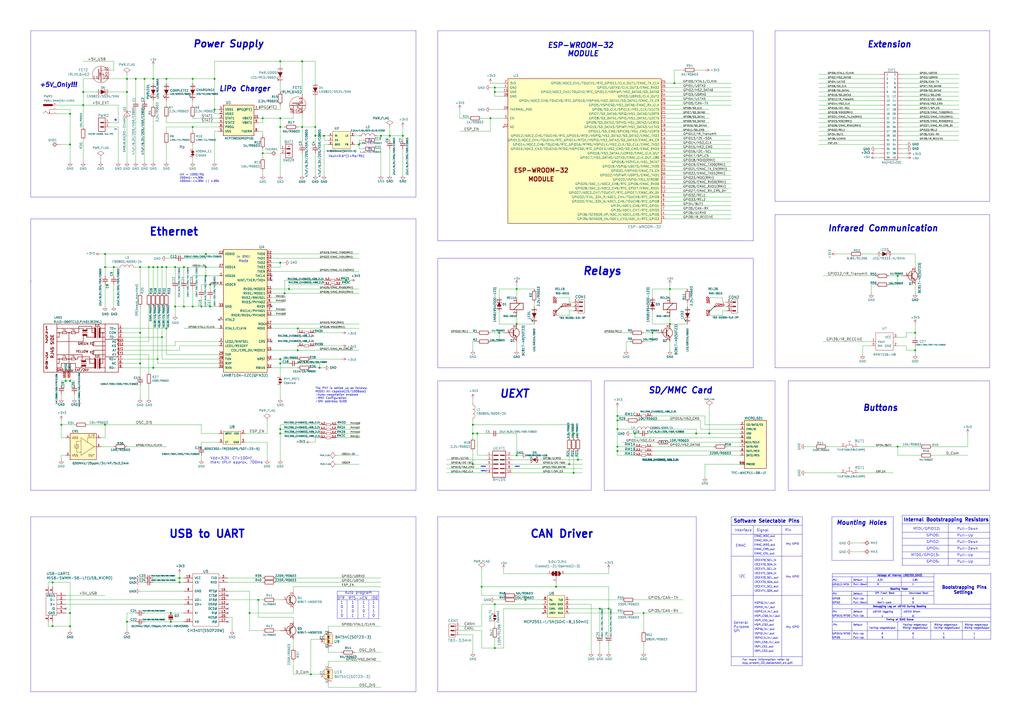
<source format=kicad_sch>
(kicad_sch (version 20230121) (generator eeschema)
  (paper "A2")
  (title_block (title "ESP32-EVB_Rev_C") (rev "C") (company "OLIMEX LTD.") (comment 1 "https://www.olimex.com"))
  (junction (at 276.86 251.46))
  (junction (at 162.56 248.92))
  (junction (at 121.92 165.1))
  (junction (at 40.64 363.22))
  (junction (at 86.36 154.94))
  (junction (at 388.62 187.96))
  (junction (at 182.88 78.74))
  (junction (at 162.56 210.82))
  (junction (at 353.06 353.06))
  (junction (at 208.28 83.82))
  (junction (at 35.56 246.38))
  (junction (at 124.46 45.72))
  (junction (at 520.7 259.08))
  (junction (at 162.56 35.56))
  (junction (at 60.96 154.94))
  (junction (at 182.88 73.66))
  (junction (at 165.1 170.18))
  (junction (at 60.96 147.32))
  (junction (at 530.86 193.04))
  (junction (at 93.98 195.58))
  (junction (at 226.06 78.74))
  (junction (at 38.1 220.98))
  (junction (at 99.06 360.68))
  (junction (at 175.26 35.56))
  (junction (at 358.14 261.62))
  (junction (at 279.4 340.36))
  (junction (at 30.48 337.82))
  (junction (at 144.78 355.6))
  (junction (at 101.6 154.94))
  (junction (at 83.82 45.72))
  (junction (at 274.32 251.46))
  (junction (at 119.38 147.32))
  (junction (at 187.96 78.74))
  (junction (at 220.98 78.74))
  (junction (at 167.64 167.64))
  (junction (at 411.48 251.46))
  (junction (at 40.64 66.04))
  (junction (at 274.32 269.24))
  (junction (at 30.48 363.22))
  (junction (at 73.66 360.68))
  (junction (at 180.34 391.16))
  (junction (at 104.14 335.28))
  (junction (at 299.72 264.16))
  (junction (at 81.28 154.94))
  (junction (at 106.68 177.8))
  (junction (at 48.26 60.96))
  (junction (at 152.4 88.9))
  (junction (at 162.56 208.28))
  (junction (at 104.14 337.82))
  (junction (at 152.4 68.58))
  (junction (at 162.56 152.4))
  (junction (at 111.76 73.66))
  (junction (at 96.52 45.72))
  (junction (at 185.42 213.36))
  (junction (at 287.02 350.52))
  (junction (at 391.16 48.26))
  (junction (at 304.8 347.98))
  (junction (at 162.56 251.46))
  (junction (at 388.62 167.64))
  (junction (at 162.56 68.58))
  (junction (at 121.92 177.8))
  (junction (at 299.72 167.64))
  (junction (at 373.38 355.6))
  (junction (at 119.38 160.02))
  (junction (at 91.44 154.94))
  (junction (at 88.9 213.36))
  (junction (at 335.28 266.7))
  (junction (at 274.32 246.38))
  (junction (at 172.72 203.2))
  (junction (at 73.66 53.34))
  (junction (at 330.2 269.24))
  (junction (at 322.58 340.36))
  (junction (at 91.44 208.28))
  (junction (at 81.28 210.82))
  (junction (at 88.9 154.94))
  (junction (at 40.64 83.82))
  (junction (at 358.14 248.92))
  (junction (at 60.96 246.38))
  (junction (at 149.86 347.98))
  (junction (at 368.3 251.46))
  (junction (at 124.46 63.5))
  (junction (at 88.9 45.72))
  (junction (at 40.64 355.6))
  (junction (at 106.68 154.94))
  (junction (at 116.84 177.8))
  (junction (at 111.76 177.8))
  (junction (at 358.14 241.3))
  (junction (at 81.28 193.04))
  (junction (at 66.04 154.94))
  (junction (at 96.52 190.5))
  (junction (at 287.02 50.8))
  (junction (at 287.02 53.34))
  (junction (at 111.76 45.72))
  (junction (at 332.74 274.32))
  (junction (at 530.86 203.2))
  (junction (at 332.74 251.46))
  (junction (at 233.68 78.74))
  (junction (at 287.02 375.92))
  (junction (at 162.56 73.66))
  (junction (at 284.48 68.58))
  (junction (at 96.52 154.94))
  (junction (at 347.98 353.06))
  (junction (at 299.72 187.96))
  (junction (at 200.66 162.56))
  (junction (at 175.26 73.66))
  (junction (at 40.64 220.98))
  (junction (at 172.72 190.5))
  (junction (at 289.56 193.04))
  (junction (at 101.6 177.8))
  (junction (at 78.74 45.72))
  (junction (at 119.38 154.94))
  (junction (at 73.66 45.72))
  (junction (at 358.14 243.84))
  (junction (at 403.86 251.46))
  (junction (at 358.14 259.08))
  (junction (at 520.7 160.02))
  (junction (at 93.98 154.94))
  (junction (at 99.06 355.6))
  (junction (at 378.46 193.04))
  (junction (at 48.26 53.34))
  (no_connect (at 132.08 350.52))
  (no_connect (at 132.08 360.68))
  (no_connect (at 157.48 177.8))
  (no_connect (at 127 185.42))
  (no_connect (at 314.96 355.6))
  (no_connect (at 157.48 198.12))
  (no_connect (at 132.08 355.6))
  (no_connect (at 157.48 160.02))
  (no_connect (at 157.48 162.56))
  (no_connect (at 38.1 353.06))
  (no_connect (at 132.08 353.06))
  (no_connect (at 132.08 345.44))
  (wire (pts (xy 160.02 365.76) (xy 162.56 365.76)))
  (wire (pts (xy 167.64 165.1) (xy 167.64 167.64)))
  (polyline (pts (xy 17.78 401.32) (xy 241.3 401.32)))
  (wire (pts (xy 190.5 83.82) (xy 187.96 83.82)))
  (wire (pts (xy 408.94 241.3) (xy 378.46 241.3)))
  (wire (pts (xy 198.12 165.1) (xy 200.66 165.1)))
  (wire (pts (xy 375.92 251.46) (xy 403.86 251.46)))
  (wire (pts (xy 332.74 261.62) (xy 332.74 274.32)))
  (wire (pts (xy 160.02 335.28) (xy 220.98 335.28)))
  (wire (pts (xy 309.88 175.26) (xy 309.88 177.8)))
  (wire (pts (xy 175.26 73.66) (xy 182.88 73.66)))
  (wire (pts (xy 292.1 53.34) (xy 287.02 53.34)))
  (wire (pts (xy 162.56 248.92) (xy 162.56 251.46)))
  (wire (pts (xy 274.32 198.12) (xy 274.32 203.2)))
  (wire (pts (xy 510.54 55.88) (xy 474.98 55.88)))
  (wire (pts (xy 81.28 170.18) (xy 81.28 154.94)))
  (wire (pts (xy 373.38 198.12) (xy 378.46 198.12)))
  (wire (pts (xy 58.42 93.98) (xy 58.42 91.44)))
  (wire (pts (xy 116.84 259.08) (xy 116.84 256.54)))
  (wire (pts (xy 170.18 391.16) (xy 180.34 391.16)))
  (wire (pts (xy 88.9 93.98) (xy 88.9 68.58)))
  (polyline (pts (xy 17.78 284.48) (xy 241.3 284.48)))
  (wire (pts (xy 530.86 200.66) (xy 530.86 203.2)))
  (wire (pts (xy 121.92 177.8) (xy 127 177.8)))
  (wire (pts (xy 279.4 375.92) (xy 287.02 375.92)))
  (wire (pts (xy 388.62 167.64) (xy 388.62 172.72)))
  (wire (pts (xy 208.28 81.28) (xy 208.28 83.82)))
  (wire (pts (xy 279.4 330.2) (xy 279.4 340.36)))
  (wire (pts (xy 99.06 360.68) (xy 106.68 360.68)))
  (wire (pts (xy 287.02 350.52) (xy 314.96 350.52)))
  (wire (pts (xy 81.28 210.82) (xy 81.28 218.44)))
  (wire (pts (xy 35.56 220.98) (xy 38.1 220.98)))
  (wire (pts (xy 317.5 332.74) (xy 292.1 332.74)))
  (wire (pts (xy 335.28 261.62) (xy 335.28 266.7)))
  (wire (pts (xy 63.5 53.34) (xy 73.66 53.34)))
  (wire (pts (xy 35.56 264.16) (xy 35.56 266.7)))
  (wire (pts (xy 190.5 363.22) (xy 190.5 365.76)))
  (polyline (pts (xy 17.78 163.83) (xy 17.78 127)))
  (wire (pts (xy 195.58 264.16) (xy 208.28 264.16)))
  (wire (pts (xy 96.52 154.94) (xy 101.6 154.94)))
  (wire (pts (xy 358.14 243.84) (xy 358.14 248.92)))
  (wire (pts (xy 154.94 256.54) (xy 154.94 266.7)))
  (polyline (pts (xy 436.88 213.36) (xy 436.88 149.86)))
  (wire (pts (xy 96.52 259.08) (xy 73.66 259.08)))
  (wire (pts (xy 96.52 83.82) (xy 96.52 93.98)))
  (wire (pts (xy 106.68 162.56) (xy 106.68 154.94)))
  (wire (pts (xy 142.24 256.54) (xy 154.94 256.54)))
  (wire (pts (xy 162.56 210.82) (xy 167.64 210.82)))
  (wire (pts (xy 91.44 208.28) (xy 71.12 208.28)))
  (wire (pts (xy 386.08 71.12) (xy 411.48 71.12)))
  (wire (pts (xy 78.74 355.6) (xy 73.66 355.6)))
  (wire (pts (xy 284.48 68.58) (xy 292.1 68.58)))
  (wire (pts (xy 330.2 355.6) (xy 360.68 355.6)))
  (wire (pts (xy 185.42 248.92) (xy 162.56 248.92)))
  (wire (pts (xy 185.42 210.82) (xy 185.42 213.36)))
  (wire (pts (xy 386.08 124.46) (xy 424.18 124.46)))
  (wire (pts (xy 523.24 78.74) (xy 556.26 78.74)))
  (wire (pts (xy 299.72 167.64) (xy 299.72 172.72)))
  (wire (pts (xy 93.98 208.28) (xy 127 208.28)))
  (wire (pts (xy 386.08 76.2) (xy 411.48 76.2)))
  (wire (pts (xy 121.92 177.8) (xy 121.92 172.72)))
  (wire (pts (xy 396.24 40.64) (xy 391.16 40.64)))
  (wire (pts (xy 485.14 147.32) (xy 492.76 147.32)))
  (wire (pts (xy 386.08 116.84) (xy 424.18 116.84)))
  (wire (pts (xy 386.08 78.74) (xy 424.18 78.74)))
  (wire (pts (xy 289.56 198.12) (xy 289.56 193.04)))
  (wire (pts (xy 96.52 190.5) (xy 71.12 190.5)))
  (wire (pts (xy 185.42 246.38) (xy 162.56 246.38)))
  (wire (pts (xy 96.52 45.72) (xy 96.52 48.26)))
  (wire (pts (xy 38.1 264.16) (xy 35.56 264.16)))
  (wire (pts (xy 200.66 162.56) (xy 203.2 162.56)))
  (wire (pts (xy 111.76 86.36) (xy 111.76 83.82)))
  (wire (pts (xy 523.24 45.72) (xy 556.26 45.72)))
  (wire (pts (xy 152.4 78.74) (xy 152.4 76.2)))
  (wire (pts (xy 510.54 45.72) (xy 474.98 45.72)))
  (wire (pts (xy 190.5 375.92) (xy 190.5 378.46)))
  (wire (pts (xy 119.38 160.02) (xy 127 160.02)))
  (wire (pts (xy 88.9 170.18) (xy 88.9 154.94)))
  (wire (pts (xy 111.76 177.8) (xy 116.84 177.8)))
  (polyline (pts (xy 213.995 347.98) (xy 213.995 358.775)))
  (wire (pts (xy 162.56 101.6) (xy 162.56 88.9)))
  (polyline (pts (xy 522.732 342.9) (xy 522.732 350.52)))
  (wire (pts (xy 40.64 363.22) (xy 40.64 365.76)))
  (wire (pts (xy 162.56 38.1) (xy 162.56 35.56)))
  (polyline (pts (xy 424.18 322.58) (xy 465.455 322.58)))
  (polyline (pts (xy 482.727 337.82) (xy 541.782 337.82)))
  (wire (pts (xy 144.78 355.6) (xy 144.78 365.76)))
  (wire (pts (xy 157.48 187.96) (xy 208.28 187.96)))
  (wire (pts (xy 132.08 342.9) (xy 144.78 342.9)))
  (wire (pts (xy 116.84 256.54) (xy 127 256.54)))
  (wire (pts (xy 157.48 167.64) (xy 167.64 167.64)))
  (polyline (pts (xy 574.04 213.36) (xy 574.04 124.46)))
  (wire (pts (xy 93.98 170.18) (xy 93.98 154.94)))
  (wire (pts (xy 71.12 213.36) (xy 88.9 213.36)))
  (wire (pts (xy 378.46 172.72) (xy 378.46 167.64)))
  (polyline (pts (xy 522.732 358.14) (xy 522.732 353.06)))
  (wire (pts (xy 299.72 187.96) (xy 309.88 187.96)))
  (wire (pts (xy 165.1 170.18) (xy 208.28 170.18)))
  (wire (pts (xy 111.76 167.64) (xy 111.76 177.8)))
  (wire (pts (xy 162.56 251.46) (xy 162.56 266.7)))
  (wire (pts (xy 88.9 154.94) (xy 91.44 154.94)))
  (polyline (pts (xy 503.047 342.9) (xy 503.047 350.52)))
  (polyline (pts (xy 574.04 116.84) (xy 574.04 17.78)))
  (wire (pts (xy 289.56 251.46) (xy 299.72 251.46)))
  (wire (pts (xy 33.02 63.5) (xy 40.64 63.5)))
  (wire (pts (xy 40.64 355.6) (xy 38.1 355.6)))
  (wire (pts (xy 88.9 177.8) (xy 88.9 213.36)))
  (wire (pts (xy 289.56 180.34) (xy 289.56 187.96)))
  (wire (pts (xy 386.08 127) (xy 424.18 127)))
  (wire (pts (xy 330.2 175.26) (xy 330.2 172.72)))
  (wire (pts (xy 48.26 53.34) (xy 48.26 60.96)))
  (polyline (pts (xy 482.6 325.12) (xy 518.16 325.12)))
  (wire (pts (xy 494.03 320.04) (xy 499.11 320.04)))
  (wire (pts (xy 388.62 203.2) (xy 388.62 198.12)))
  (wire (pts (xy 266.7 68.58) (xy 271.78 68.58)))
  (wire (pts (xy 520.7 200.66) (xy 525.78 200.66)))
  (wire (pts (xy 162.56 208.28) (xy 162.56 210.82)))
  (polyline (pts (xy 574.167 320.167) (xy 574.167 320.421)))
  (wire (pts (xy 378.46 264.16) (xy 429.26 264.16)))
  (wire (pts (xy 170.18 342.9) (xy 170.18 340.36)))
  (wire (pts (xy 40.64 220.98) (xy 43.18 220.98)))
  (wire (pts (xy 86.36 154.94) (xy 88.9 154.94)))
  (wire (pts (xy 386.08 109.22) (xy 424.18 109.22)))
  (wire (pts (xy 279.4 340.36) (xy 279.4 345.44)))
  (wire (pts (xy 43.18 246.38) (xy 35.56 246.38)))
  (wire (pts (xy 208.28 86.36) (xy 210.82 86.36)))
  (polyline (pts (xy 254 284.48) (xy 342.9 284.48)))
  (wire (pts (xy 429.26 254) (xy 368.3 254)))
  (polyline (pts (xy 482.727 365.76) (xy 574.802 365.76)))
  (wire (pts (xy 287.02 50.8) (xy 292.1 50.8)))
  (wire (pts (xy 60.96 254) (xy 60.96 246.38)))
  (wire (pts (xy 388.62 165.1) (xy 388.62 167.64)))
  (wire (pts (xy 81.28 193.04) (xy 81.28 210.82)))
  (wire (pts (xy 386.08 53.34) (xy 424.18 53.34)))
  (wire (pts (xy 121.92 167.64) (xy 121.92 165.1)))
  (wire (pts (xy 127 198.12) (xy 101.6 198.12)))
  (polyline (pts (xy 241.3 284.48) (xy 241.3 127)))
  (polyline (pts (xy 465.455 299.72) (xy 465.455 386.08)))
  (wire (pts (xy 73.66 45.72) (xy 78.74 45.72)))
  (wire (pts (xy 73.66 355.6) (xy 73.66 360.68)))
  (wire (pts (xy 66.04 40.64) (xy 66.04 35.56)))
  (wire (pts (xy 388.62 187.96) (xy 388.62 182.88)))
  (wire (pts (xy 165.1 162.56) (xy 165.1 170.18)))
  (wire (pts (xy 541.02 259.08) (xy 561.34 259.08)))
  (wire (pts (xy 106.68 177.8) (xy 111.76 177.8)))
  (wire (pts (xy 561.34 259.08) (xy 561.34 251.46)))
  (wire (pts (xy 157.48 154.94) (xy 162.56 154.94)))
  (wire (pts (xy 63.5 73.66) (xy 68.58 73.66)))
  (wire (pts (xy 520.7 160.02) (xy 523.24 160.02)))
  (wire (pts (xy 88.9 45.72) (xy 96.52 45.72)))
  (wire (pts (xy 162.56 210.82) (xy 162.56 218.44)))
  (wire (pts (xy 368.3 347.98) (xy 396.24 347.98)))
  (wire (pts (xy 104.14 332.74) (xy 104.14 335.28)))
  (wire (pts (xy 101.6 162.56) (xy 101.6 154.94)))
  (wire (pts (xy 297.18 264.16) (xy 299.72 264.16)))
  (wire (pts (xy 314.96 353.06) (xy 292.1 353.06)))
  (wire (pts (xy 500.38 147.32) (xy 508 147.32)))
  (wire (pts (xy 144.78 342.9) (xy 144.78 355.6)))
  (wire (pts (xy 190.5 378.46) (xy 198.12 378.46)))
  (wire (pts (xy 40.64 63.5) (xy 40.64 66.04)))
  (wire (pts (xy 167.64 167.64) (xy 208.28 167.64)))
  (wire (pts (xy 68.58 73.66) (xy 68.58 93.98)))
  (wire (pts (xy 88.9 38.1) (xy 88.9 45.72)))
  (wire (pts (xy 40.64 337.82) (xy 40.64 355.6)))
  (wire (pts (xy 289.56 193.04) (xy 292.1 193.04)))
  (wire (pts (xy 195.58 269.24) (xy 208.28 269.24)))
  (wire (pts (xy 510.54 43.18) (xy 474.98 43.18)))
  (wire (pts (xy 198.12 200.66) (xy 182.88 200.66)))
  (wire (pts (xy 180.34 256.54) (xy 182.88 256.54)))
  (wire (pts (xy 71.12 198.12) (xy 86.36 198.12)))
  (wire (pts (xy 533.4 264.16) (xy 520.7 264.16)))
  (polyline (pts (xy 482.727 332.74) (xy 574.802 332.74)))
  (wire (pts (xy 378.46 193.04) (xy 381 193.04)))
  (wire (pts (xy 508 88.9) (xy 510.54 88.9)))
  (wire (pts (xy 406.4 248.92) (xy 429.26 248.92)))
  (wire (pts (xy 386.08 96.52) (xy 424.18 96.52)))
  (wire (pts (xy 88.9 335.28) (xy 104.14 335.28)))
  (wire (pts (xy 378.46 261.62) (xy 429.26 261.62)))
  (polyline (pts (xy 449.58 213.36) (xy 449.58 124.46)))
  (wire (pts (xy 127 190.5) (xy 106.68 190.5)))
  (wire (pts (xy 182.88 78.74) (xy 187.96 78.74)))
  (wire (pts (xy 523.24 63.5) (xy 556.26 63.5)))
  (wire (pts (xy 182.88 35.56) (xy 182.88 48.26)))
  (wire (pts (xy 281.94 266.7) (xy 259.08 266.7)))
  (wire (pts (xy 530.86 170.18) (xy 530.86 165.1)))
  (polyline (pts (xy 518.16 325.12) (xy 518.16 299.72)))
  (wire (pts (xy 510.54 50.8) (xy 474.98 50.8)))
  (wire (pts (xy 330.2 180.34) (xy 330.2 182.88)))
  (polyline (pts (xy 424.18 381) (xy 465.455 381)))
  (wire (pts (xy 523.24 55.88) (xy 556.26 55.88)))
  (wire (pts (xy 66.04 160.02) (xy 66.04 154.94)))
  (wire (pts (xy 274.32 251.46) (xy 274.32 254)))
  (wire (pts (xy 510.54 58.42) (xy 474.98 58.42)))
  (wire (pts (xy 43.18 228.6) (xy 43.18 231.14)))
  (wire (pts (xy 187.96 83.82) (xy 187.96 101.6)))
  (polyline (pts (xy 195.58 342.9) (xy 195.58 358.775)))
  (wire (pts (xy 96.52 45.72) (xy 111.76 45.72)))
  (wire (pts (xy 299.72 187.96) (xy 299.72 182.88)))
  (wire (pts (xy 111.76 160.02) (xy 111.76 162.56)))
  (wire (pts (xy 332.74 274.32) (xy 337.82 274.32)))
  (wire (pts (xy 284.48 76.2) (xy 266.7 76.2)))
  (wire (pts (xy 152.4 76.2) (xy 149.86 76.2)))
  (wire (pts (xy 520.7 195.58) (xy 525.78 195.58)))
  (wire (pts (xy 162.56 246.38) (xy 162.56 248.92)))
  (wire (pts (xy 330.2 251.46) (xy 332.74 251.46)))
  (polyline (pts (xy 424.18 309.88) (xy 465.455 309.88)))
  (wire (pts (xy 149.86 347.98) (xy 152.4 347.98)))
  (polyline (pts (xy 350.52 220.98) (xy 350.52 284.48)))
  (wire (pts (xy 182.88 78.74) (xy 182.88 83.82)))
  (wire (pts (xy 525.78 200.66) (xy 525.78 203.2)))
  (wire (pts (xy 38.1 218.44) (xy 38.1 220.98)))
  (wire (pts (xy 35.56 246.38) (xy 35.56 254)))
  (wire (pts (xy 111.76 91.44) (xy 111.76 93.98)))
  (wire (pts (xy 386.08 99.06) (xy 424.18 99.06)))
  (wire (pts (xy 332.74 251.46) (xy 335.28 251.46)))
  (wire (pts (xy 73.66 360.68) (xy 73.66 365.76)))
  (wire (pts (xy 279.4 365.76) (xy 266.7 365.76)))
  (polyline (pts (xy 494.157 360.68) (xy 494.157 370.84)))
  (wire (pts (xy 63.5 71.12) (xy 68.58 71.12)))
  (wire (pts (xy 365.76 193.04) (xy 350.52 193.04)))
  (wire (pts (xy 187.96 165.1) (xy 167.64 165.1)))
  (wire (pts (xy 421.64 180.34) (xy 419.1 180.34)))
  (wire (pts (xy 368.3 355.6) (xy 373.38 355.6)))
  (wire (pts (xy 73.66 53.34) (xy 73.66 63.5)))
  (wire (pts (xy 284.48 198.12) (xy 289.56 198.12)))
  (wire (pts (xy 358.14 248.92) (xy 358.14 259.08)))
  (wire (pts (xy 152.4 68.58) (xy 162.56 68.58)))
  (polyline (pts (xy 503.047 360.68) (xy 503.047 370.84)))
  (wire (pts (xy 149.86 68.58) (xy 152.4 68.58)))
  (wire (pts (xy 162.56 68.58) (xy 162.56 73.66)))
  (wire (pts (xy 360.68 347.98) (xy 330.2 347.98)))
  (wire (pts (xy 111.76 45.72) (xy 124.46 45.72)))
  (wire (pts (xy 358.14 261.62) (xy 358.14 264.16)))
  (polyline (pts (xy 17.78 127) (xy 241.3 127)))
  (polyline (pts (xy 522.732 334.645) (xy 522.732 340.36)))
  (wire (pts (xy 408.94 246.38) (xy 408.94 241.3)))
  (wire (pts (xy 299.72 167.64) (xy 309.88 167.64)))
  (wire (pts (xy 541.02 264.16) (xy 561.34 264.16)))
  (wire (pts (xy 530.86 187.96) (xy 530.86 193.04)))
  (polyline (pts (xy 482.727 332.74) (xy 482.727 370.84)))
  (wire (pts (xy 35.56 228.6) (xy 35.56 231.14)))
  (wire (pts (xy 386.08 106.68) (xy 424.18 106.68)))
  (wire (pts (xy 284.48 68.58) (xy 284.48 76.2)))
  (wire (pts (xy 388.62 167.64) (xy 398.78 167.64)))
  (wire (pts (xy 220.98 78.74) (xy 226.06 78.74)))
  (wire (pts (xy 180.34 213.36) (xy 185.42 213.36)))
  (wire (pts (xy 195.58 251.46) (xy 208.28 251.46)))
  (polyline (pts (xy 518.16 299.72) (xy 482.6 299.72)))
  (wire (pts (xy 86.36 170.18) (xy 86.36 154.94)))
  (wire (pts (xy 127 200.66) (xy 104.14 200.66)))
  (polyline (pts (xy 17.78 162.56) (xy 17.78 284.48)))
  (wire (pts (xy 510.54 83.82) (xy 474.98 83.82)))
  (wire (pts (xy 43.18 220.98) (xy 43.18 223.52)))
  (wire (pts (xy 58.42 147.32) (xy 60.96 147.32)))
  (wire (pts (xy 353.06 373.38) (xy 353.06 378.46)))
  (wire (pts (xy 124.46 35.56) (xy 124.46 45.72)))
  (wire (pts (xy 386.08 60.96) (xy 424.18 60.96)))
  (wire (pts (xy 182.88 256.54) (xy 182.88 254)))
  (wire (pts (xy 157.48 175.26) (xy 165.1 175.26)))
  (wire (pts (xy 60.96 154.94) (xy 66.04 154.94)))
  (wire (pts (xy 96.52 73.66) (xy 111.76 73.66)))
  (wire (pts (xy 386.08 93.98) (xy 424.18 93.98)))
  (wire (pts (xy 279.4 340.36) (xy 322.58 340.36)))
  (wire (pts (xy 332.74 177.8) (xy 330.2 177.8)))
  (wire (pts (xy 403.86 40.64) (xy 408.94 40.64)))
  (wire (pts (xy 289.56 187.96) (xy 299.72 187.96)))
  (wire (pts (xy 279.4 365.76) (xy 279.4 375.92)))
  (wire (pts (xy 330.2 182.88) (xy 322.58 182.88)))
  (wire (pts (xy 274.32 246.38) (xy 274.32 251.46)))
  (wire (pts (xy 101.6 200.66) (xy 71.12 200.66)))
  (wire (pts (xy 104.14 335.28) (xy 106.68 335.28)))
  (polyline (pts (xy 254 299.72) (xy 254 401.32)))
  (wire (pts (xy 510.54 68.58) (xy 474.98 68.58)))
  (wire (pts (xy 510.54 78.74) (xy 474.98 78.74)))
  (wire (pts (xy 332.74 246.38) (xy 332.74 251.46)))
  (wire (pts (xy 127 71.12) (xy 96.52 71.12)))
  (wire (pts (xy 116.84 264.16) (xy 116.84 266.7)))
  (wire (pts (xy 86.36 198.12) (xy 86.36 177.8)))
  (polyline (pts (xy 482.6 299.72) (xy 482.6 325.12)))
  (wire (pts (xy 172.72 73.66) (xy 175.26 73.66)))
  (wire (pts (xy 386.08 58.42) (xy 424.18 58.42)))
  (wire (pts (xy 368.3 254) (xy 368.3 251.46)))
  (wire (pts (xy 358.14 243.84) (xy 363.22 243.84)))
  (wire (pts (xy 93.98 154.94) (xy 96.52 154.94)))
  (wire (pts (xy 274.32 251.46) (xy 276.86 251.46)))
  (wire (pts (xy 96.52 71.12) (xy 96.52 68.58)))
  (wire (pts (xy 378.46 198.12) (xy 378.46 193.04)))
  (wire (pts (xy 378.46 259.08) (xy 414.02 259.08)))
  (wire (pts (xy 408.94 269.24) (xy 429.26 269.24)))
  (wire (pts (xy 96.52 177.8) (xy 96.52 190.5)))
  (wire (pts (xy 106.68 167.64) (xy 106.68 177.8)))
  (wire (pts (xy 419.1 175.26) (xy 419.1 172.72)))
  (wire (pts (xy 78.74 45.72) (xy 78.74 58.42)))
  (polyline (pts (xy 482.727 350.52) (xy 574.802 350.52)))
  (wire (pts (xy 523.24 73.66) (xy 556.26 73.66)))
  (wire (pts (xy 332.74 251.46) (xy 332.74 254)))
  (polyline (pts (xy 350.52 284.48) (xy 449.58 284.48)))
  (wire (pts (xy 386.08 101.6) (xy 424.18 101.6)))
  (wire (pts (xy 520.7 259.08) (xy 533.4 259.08)))
  (wire (pts (xy 154.94 251.46) (xy 154.94 243.84)))
  (wire (pts (xy 86.36 215.9) (xy 86.36 205.74)))
  (wire (pts (xy 205.74 378.46) (xy 220.98 378.46)))
  (polyline (pts (xy 482.727 340.36) (xy 541.782 340.36)))
  (wire (pts (xy 220.98 81.28) (xy 220.98 78.74)))
  (wire (pts (xy 419.1 182.88) (xy 411.48 182.88)))
  (wire (pts (xy 312.42 266.7) (xy 335.28 266.7)))
  (wire (pts (xy 530.86 193.04) (xy 530.86 195.58)))
  (wire (pts (xy 116.84 165.1) (xy 116.84 167.64)))
  (wire (pts (xy 127 76.2) (xy 124.46 76.2)))
  (wire (pts (xy 165.1 73.66) (xy 162.56 73.66)))
  (wire (pts (xy 505.46 165.1) (xy 505.46 170.18)))
  (wire (pts (xy 35.56 243.84) (xy 35.56 246.38)))
  (wire (pts (xy 276.86 251.46) (xy 284.48 251.46)))
  (wire (pts (xy 106.68 154.94) (xy 119.38 154.94)))
  (wire (pts (xy 124.46 63.5) (xy 124.46 66.04)))
  (wire (pts (xy 180.34 370.84) (xy 185.42 370.84)))
  (polyline (pts (xy 342.9 284.48) (xy 342.9 220.98)))
  (wire (pts (xy 403.86 248.92) (xy 403.86 251.46)))
  (wire (pts (xy 175.26 88.9) (xy 175.26 101.6)))
  (polyline (pts (xy 574.167 298.831) (xy 574.167 328.041)))
  (wire (pts (xy 386.08 68.58) (xy 411.48 68.58)))
  (wire (pts (xy 96.52 60.96) (xy 96.52 58.42)))
  (polyline (pts (xy 17.78 299.72) (xy 241.3 299.72)))
  (polyline (pts (xy 574.04 220.98) (xy 457.2 220.98)))
  (wire (pts (xy 378.46 248.92) (xy 403.86 248.92)))
  (wire (pts (xy 83.82 335.28) (xy 81.28 335.28)))
  (wire (pts (xy 121.92 165.1) (xy 127 165.1)))
  (wire (pts (xy 132.08 337.82) (xy 152.4 337.82)))
  (wire (pts (xy 424.18 86.36) (xy 386.08 86.36)))
  (polyline (pts (xy 254 213.36) (xy 436.88 213.36)))
  (wire (pts (xy 421.64 177.8) (xy 419.1 177.8)))
  (polyline (pts (xy 523.367 308.737) (xy 574.167 308.737)))
  (wire (pts (xy 170.18 358.14) (xy 149.86 358.14)))
  (polyline (pts (xy 574.167 312.293) (xy 574.167 312.547)))
  (wire (pts (xy 93.98 195.58) (xy 71.12 195.58)))
  (wire (pts (xy 116.84 177.8) (xy 116.84 172.72)))
  (wire (pts (xy 38.1 347.98) (xy 106.68 347.98)))
  (wire (pts (xy 378.46 187.96) (xy 388.62 187.96)))
  (polyline (pts (xy 17.78 17.78) (xy 17.78 114.3)))
  (wire (pts (xy 408.94 276.86) (xy 408.94 269.24)))
  (wire (pts (xy 378.46 180.34) (xy 378.46 187.96)))
  (wire (pts (xy 185.42 213.36) (xy 187.96 213.36)))
  (wire (pts (xy 157.48 172.72) (xy 165.1 172.72)))
  (wire (pts (xy 386.08 66.04) (xy 411.48 66.04)))
  (wire (pts (xy 523.24 48.26) (xy 556.26 48.26)))
  (polyline (pts (xy 482.727 345.44) (xy 541.782 345.44)))
  (wire (pts (xy 373.38 355.6) (xy 396.24 355.6)))
  (wire (pts (xy 411.48 251.46) (xy 429.26 251.46)))
  (wire (pts (xy 96.52 76.2) (xy 96.52 73.66)))
  (wire (pts (xy 187.96 81.28) (xy 187.96 78.74)))
  (polyline (pts (xy 254 220.98) (xy 254 284.48)))
  (wire (pts (xy 68.58 60.96) (xy 68.58 71.12)))
  (wire (pts (xy 494.03 314.96) (xy 499.11 314.96)))
  (wire (pts (xy 510.54 53.34) (xy 474.98 53.34)))
  (wire (pts (xy 91.44 177.8) (xy 91.44 208.28)))
  (wire (pts (xy 330.2 254) (xy 330.2 251.46)))
  (wire (pts (xy 421.64 175.26) (xy 419.1 175.26)))
  (wire (pts (xy 281.94 274.32) (xy 259.08 274.32)))
  (wire (pts (xy 93.98 177.8) (xy 93.98 195.58)))
  (wire (pts (xy 386.08 104.14) (xy 424.18 104.14)))
  (polyline (pts (xy 436.88 149.86) (xy 254 149.86)))
  (wire (pts (xy 330.2 261.62) (xy 330.2 269.24)))
  (polyline (pts (xy 449.58 116.84) (xy 574.04 116.84)))
  (wire (pts (xy 124.46 35.56) (xy 162.56 35.56)))
  (wire (pts (xy 127 68.58) (xy 111.76 68.58)))
  (wire (pts (xy 180.34 391.16) (xy 185.42 391.16)))
  (wire (pts (xy 279.4 345.44) (xy 292.1 345.44)))
  (wire (pts (xy 429.26 256.54) (xy 388.62 256.54)))
  (wire (pts (xy 190.5 81.28) (xy 187.96 81.28)))
  (wire (pts (xy 327.66 332.74) (xy 353.06 332.74)))
  (wire (pts (xy 104.14 203.2) (xy 71.12 203.2)))
  (polyline (pts (xy 550.037 303.911) (xy 550.037 328.041)))
  (wire (pts (xy 530.86 147.32) (xy 518.16 147.32)))
  (polyline (pts (xy 457.2 284.48) (xy 574.04 284.48)))
  (wire (pts (xy 38.1 220.98) (xy 40.64 220.98)))
  (wire (pts (xy 515.62 165.1) (xy 520.7 165.1)))
  (wire (pts (xy 157.48 180.34) (xy 165.1 180.34)))
  (wire (pts (xy 386.08 114.3) (xy 424.18 114.3)))
  (wire (pts (xy 386.08 50.8) (xy 424.18 50.8)))
  (wire (pts (xy 523.24 66.04) (xy 556.26 66.04)))
  (polyline (pts (xy 482.727 342.9) (xy 541.782 342.9)))
  (wire (pts (xy 358.14 261.62) (xy 368.3 261.62)))
  (wire (pts (xy 505.46 198.12) (xy 477.52 198.12)))
  (wire (pts (xy 195.58 254) (xy 208.28 254)))
  (wire (pts (xy 368.3 251.46) (xy 370.84 251.46)))
  (wire (pts (xy 287.02 50.8) (xy 287.02 53.34)))
  (wire (pts (xy 30.48 337.82) (xy 40.64 337.82)))
  (polyline (pts (xy 17.78 17.78) (xy 241.3 17.78)))
  (polyline (pts (xy 403.86 401.32) (xy 254 401.32)))
  (wire (pts (xy 111.76 45.72) (xy 111.76 48.26)))
  (polyline (pts (xy 520.827 360.68) (xy 520.827 370.84)))
  (wire (pts (xy 101.6 177.8) (xy 101.6 182.88)))
  (polyline (pts (xy 254 299.72) (xy 403.86 299.72)))
  (wire (pts (xy 81.28 177.8) (xy 81.28 193.04)))
  (wire (pts (xy 411.48 236.22) (xy 411.48 251.46)))
  (polyline (pts (xy 574.167 308.737) (xy 574.167 308.483)))
  (wire (pts (xy 233.68 78.74) (xy 233.68 81.28)))
  (wire (pts (xy 307.34 266.7) (xy 297.18 266.7)))
  (polyline (pts (xy 219.71 342.9) (xy 195.58 342.9)))
  (polyline (pts (xy 241.3 401.32) (xy 241.3 299.72)))
  (polyline (pts (xy 254 149.86) (xy 254 213.36)))
  (polyline (pts (xy 449.58 124.46) (xy 574.04 124.46)))
  (wire (pts (xy 60.96 154.94) (xy 60.96 160.02)))
  (wire (pts (xy 162.56 63.5) (xy 149.86 63.5)))
  (wire (pts (xy 35.56 223.52) (xy 35.56 220.98)))
  (wire (pts (xy 508 86.36) (xy 510.54 86.36)))
  (polyline (pts (xy 494.157 353.06) (xy 494.157 358.14)))
  (wire (pts (xy 50.8 246.38) (xy 60.96 246.38)))
  (wire (pts (xy 160.02 347.98) (xy 162.56 347.98)))
  (wire (pts (xy 523.24 60.96) (xy 556.26 60.96)))
  (wire (pts (xy 78.74 45.72) (xy 83.82 45.72)))
  (wire (pts (xy 88.9 213.36) (xy 127 213.36)))
  (wire (pts (xy 274.32 261.62) (xy 274.32 269.24)))
  (wire (pts (xy 86.36 223.52) (xy 86.36 231.14)))
  (wire (pts (xy 152.4 88.9) (xy 152.4 91.44)))
  (wire (pts (xy 170.18 340.36) (xy 220.98 340.36)))
  (polyline (pts (xy 541.782 350.52) (xy 541.782 332.74)))
  (wire (pts (xy 38.1 350.52) (xy 106.68 350.52)))
  (wire (pts (xy 304.8 345.44) (xy 304.8 347.98)))
  (wire (pts (xy 73.66 43.18) (xy 73.66 45.72)))
  (wire (pts (xy 406.4 243.84) (xy 406.4 248.92)))
  (wire (pts (xy 157.48 208.28) (xy 162.56 208.28)))
  (wire (pts (xy 88.9 337.82) (xy 104.14 337.82)))
  (wire (pts (xy 66.04 165.1) (xy 66.04 177.8)))
  (wire (pts (xy 170.18 370.84) (xy 170.18 375.92)))
  (wire (pts (xy 187.96 162.56) (xy 165.1 162.56)))
  (polyline (pts (xy 539.877 360.68) (xy 539.877 370.84)))
  (wire (pts (xy 182.88 254) (xy 185.42 254)))
  (polyline (pts (xy 424.18 299.72) (xy 465.455 299.72)))
  (wire (pts (xy 259.08 269.24) (xy 274.32 269.24)))
  (wire (pts (xy 419.1 180.34) (xy 419.1 182.88)))
  (wire (pts (xy 266.7 63.5) (xy 266.7 68.58)))
  (polyline (pts (xy 574.802 370.84) (xy 574.802 332.74)))
  (wire (pts (xy 342.9 350.52) (xy 342.9 378.46)))
  (wire (pts (xy 101.6 154.94) (xy 106.68 154.94)))
  (wire (pts (xy 332.74 175.26) (xy 330.2 175.26)))
  (wire (pts (xy 33.02 66.04) (xy 40.64 66.04)))
  (wire (pts (xy 170.18 383.54) (xy 170.18 391.16)))
  (wire (pts (xy 292.1 353.06) (xy 292.1 375.92)))
  (wire (pts (xy 132.08 347.98) (xy 149.86 347.98)))
  (wire (pts (xy 101.6 198.12) (xy 101.6 200.66)))
  (polyline (pts (xy 436.88 17.78) (xy 254 17.78)))
  (polyline (pts (xy 449.58 17.78) (xy 449.58 116.84)))
  (wire (pts (xy 119.38 154.94) (xy 119.38 160.02)))
  (polyline (pts (xy 574.167 316.357) (xy 574.167 316.611)))
  (wire (pts (xy 508 91.44) (xy 510.54 91.44)))
  (wire (pts (xy 510.54 60.96) (xy 474.98 60.96)))
  (wire (pts (xy 299.72 264.16) (xy 302.26 264.16)))
  (wire (pts (xy 520.7 165.1) (xy 520.7 160.02)))
  (wire (pts (xy 40.64 218.44) (xy 40.64 220.98)))
  (polyline (pts (xy 201.295 347.98) (xy 201.295 358.775)))
  (polyline (pts (xy 482.727 370.84) (xy 574.802 370.84)))
  (wire (pts (xy 386.08 119.38) (xy 424.18 119.38)))
  (wire (pts (xy 220.98 101.6) (xy 220.98 86.36)))
  (wire (pts (xy 175.26 73.66) (xy 175.26 83.82)))
  (wire (pts (xy 48.26 60.96) (xy 48.26 73.66)))
  (wire (pts (xy 198.12 193.04) (xy 182.88 193.04)))
  (wire (pts (xy 116.84 251.46) (xy 116.84 246.38)))
  (wire (pts (xy 111.76 160.02) (xy 119.38 160.02)))
  (wire (pts (xy 73.66 45.72) (xy 73.66 53.34)))
  (wire (pts (xy 388.62 187.96) (xy 398.78 187.96)))
  (wire (pts (xy 116.84 177.8) (xy 121.92 177.8)))
  (wire (pts (xy 500.38 200.66) (xy 500.38 205.74)))
  (wire (pts (xy 292.1 332.74) (xy 292.1 330.2)))
  (wire (pts (xy 510.54 48.26) (xy 474.98 48.26)))
  (wire (pts (xy 284.48 48.26) (xy 292.1 48.26)))
  (wire (pts (xy 518.16 274.32) (xy 497.84 274.32)))
  (polyline (pts (xy 453.39 304.8) (xy 453.39 381)))
  (wire (pts (xy 111.76 76.2) (xy 111.76 73.66)))
  (wire (pts (xy 523.24 76.2) (xy 556.26 76.2)))
  (wire (pts (xy 187.96 78.74) (xy 190.5 78.74)))
  (wire (pts (xy 330.2 353.06) (xy 347.98 353.06)))
  (wire (pts (xy 330.2 172.72) (xy 322.58 172.72)))
  (wire (pts (xy 172.72 193.04) (xy 172.72 190.5)))
  (polyline (pts (xy 207.645 347.98) (xy 207.645 358.775)))
  (wire (pts (xy 170.18 68.58) (xy 170.18 66.04)))
  (wire (pts (xy 111.76 73.66) (xy 127 73.66)))
  (wire (pts (xy 101.6 149.86) (xy 96.52 149.86)))
  (wire (pts (xy 99.06 355.6) (xy 106.68 355.6)))
  (wire (pts (xy 91.44 210.82) (xy 127 210.82)))
  (wire (pts (xy 226.06 78.74) (xy 226.06 81.28)))
  (wire (pts (xy 66.04 154.94) (xy 68.58 154.94)))
  (wire (pts (xy 279.4 363.22) (xy 279.4 350.52)))
  (wire (pts (xy 40.64 83.82) (xy 35.56 83.82)))
  (wire (pts (xy 157.48 149.86) (xy 208.28 149.86)))
  (polyline (pts (xy 503.047 353.06) (xy 503.047 358.14)))
  (wire (pts (xy 208.28 83.82) (xy 208.28 86.36)))
  (wire (pts (xy 119.38 147.32) (xy 127 147.32)))
  (wire (pts (xy 386.08 121.92) (xy 424.18 121.92)))
  (wire (pts (xy 515.62 160.02) (xy 520.7 160.02)))
  (wire (pts (xy 195.58 246.38) (xy 208.28 246.38)))
  (wire (pts (xy 205.74 83.82) (xy 208.28 83.82)))
  (wire (pts (xy 48.26 60.96) (xy 68.58 60.96)))
  (wire (pts (xy 523.24 58.42) (xy 556.26 58.42)))
  (wire (pts (xy 175.26 35.56) (xy 182.88 35.56)))
  (wire (pts (xy 429.26 246.38) (xy 408.94 246.38)))
  (wire (pts (xy 30.48 363.22) (xy 40.64 363.22)))
  (wire (pts (xy 104.14 335.28) (xy 104.14 337.82)))
  (polyline (pts (xy 219.71 342.9) (xy 219.71 358.775)))
  (wire (pts (xy 386.08 91.44) (xy 424.18 91.44)))
  (polyline (pts (xy 436.88 17.78) (xy 436.88 139.7)))
  (wire (pts (xy 299.72 347.98) (xy 304.8 347.98)))
  (polyline (pts (xy 424.18 386.08) (xy 424.18 299.72)))
  (wire (pts (xy 91.44 154.94) (xy 93.98 154.94)))
  (wire (pts (xy 185.42 251.46) (xy 162.56 251.46)))
  (wire (pts (xy 119.38 154.94) (xy 127 154.94)))
  (wire (pts (xy 96.52 170.18) (xy 96.52 154.94)))
  (wire (pts (xy 198.12 162.56) (xy 200.66 162.56)))
  (wire (pts (xy 27.94 337.82) (xy 30.48 337.82)))
  (wire (pts (xy 523.24 81.28) (xy 556.26 81.28)))
  (wire (pts (xy 33.02 60.96) (xy 48.26 60.96)))
  (wire (pts (xy 101.6 177.8) (xy 106.68 177.8)))
  (wire (pts (xy 274.32 269.24) (xy 281.94 269.24)))
  (wire (pts (xy 190.5 398.78) (xy 220.98 398.78)))
  (wire (pts (xy 154.94 88.9) (xy 152.4 88.9)))
  (wire (pts (xy 386.08 111.76) (xy 424.18 111.76)))
  (wire (pts (xy 91.44 170.18) (xy 91.44 154.94)))
  (polyline (pts (xy 424.18 345.44) (xy 465.455 345.44)))
  (wire (pts (xy 523.24 43.18) (xy 556.26 43.18)))
  (polyline (pts (xy 574.04 284.48) (xy 574.04 220.98)))
  (wire (pts (xy 162.56 68.58) (xy 170.18 68.58)))
  (wire (pts (xy 322.58 340.36) (xy 322.58 337.82)))
  (wire (pts (xy 162.56 73.66) (xy 162.56 86.36)))
  (wire (pts (xy 78.74 360.68) (xy 73.66 360.68)))
  (wire (pts (xy 30.48 360.68) (xy 30.48 363.22)))
  (wire (pts (xy 353.06 353.06) (xy 353.06 368.3)))
  (wire (pts (xy 157.48 170.18) (xy 165.1 170.18)))
  (wire (pts (xy 520.7 264.16) (xy 520.7 259.08)))
  (wire (pts (xy 40.64 66.04) (xy 40.64 83.82)))
  (wire (pts (xy 274.32 243.84) (xy 274.32 246.38)))
  (wire (pts (xy 358.14 241.3) (xy 358.14 243.84)))
  (wire (pts (xy 149.86 71.12) (xy 152.4 71.12)))
  (wire (pts (xy 96.52 205.74) (xy 127 205.74)))
  (wire (pts (xy 505.46 200.66) (xy 500.38 200.66)))
  (polyline (pts (xy 523.367 323.977) (xy 574.167 323.977)))
  (wire (pts (xy 162.56 60.96) (xy 162.56 63.5)))
  (wire (pts (xy 386.08 55.88) (xy 424.18 55.88)))
  (wire (pts (xy 170.18 353.06) (xy 170.18 355.6)))
  (wire (pts (xy 358.14 259.08) (xy 368.3 259.08)))
  (wire (pts (xy 218.44 78.74) (xy 220.98 78.74)))
  (wire (pts (xy 124.46 66.04) (xy 127 66.04)))
  (wire (pts (xy 281.94 264.16) (xy 276.86 264.16)))
  (wire (pts (xy 157.48 203.2) (xy 172.72 203.2)))
  (wire (pts (xy 287.02 370.84) (xy 287.02 375.92)))
  (wire (pts (xy 116.84 165.1) (xy 121.92 165.1)))
  (wire (pts (xy 132.08 358.14) (xy 134.62 358.14)))
  (wire (pts (xy 152.4 71.12) (xy 152.4 68.58)))
  (wire (pts (xy 124.46 76.2) (xy 124.46 93.98)))
  (wire (pts (xy 119.38 149.86) (xy 119.38 147.32)))
  (wire (pts (xy 523.24 86.36) (xy 525.78 86.36)))
  (wire (pts (xy 386.08 88.9) (xy 424.18 88.9)))
  (wire (pts (xy 332.74 180.34) (xy 330.2 180.34)))
  (wire (pts (xy 27.94 340.36) (xy 27.94 337.82)))
  (polyline (pts (xy 494.157 334.645) (xy 494.157 340.36)))
  (wire (pts (xy 358.14 264.16) (xy 368.3 264.16)))
  (wire (pts (xy 508 165.1) (xy 505.46 165.1)))
  (wire (pts (xy 205.74 78.74) (xy 208.28 78.74)))
  (wire (pts (xy 73.66 93.98) (xy 73.66 68.58)))
  (wire (pts (xy 287.02 350.52) (xy 287.02 355.6)))
  (polyline (pts (xy 449.58 220.98) (xy 350.52 220.98)))
  (wire (pts (xy 91.44 208.28) (xy 91.44 210.82)))
  (wire (pts (xy 83.82 360.68) (xy 99.06 360.68)))
  (wire (pts (xy 132.08 335.28) (xy 152.4 335.28)))
  (wire (pts (xy 403.86 251.46) (xy 411.48 251.46)))
  (wire (pts (xy 190.5 398.78) (xy 190.5 396.24)))
  (wire (pts (xy 373.38 193.04) (xy 378.46 193.04)))
  (wire (pts (xy 226.06 78.74) (xy 233.68 78.74)))
  (wire (pts (xy 398.78 175.26) (xy 398.78 177.8)))
  (wire (pts (xy 104.14 200.66) (xy 104.14 203.2)))
  (wire (pts (xy 363.22 198.12) (xy 363.22 203.2)))
  (wire (pts (xy 157.48 152.4) (xy 162.56 152.4)))
  (wire (pts (xy 190.5 383.54) (xy 190.5 386.08)))
  (wire (pts (xy 134.62 358.14) (xy 134.62 365.76)))
  (wire (pts (xy 93.98 195.58) (xy 93.98 208.28)))
  (wire (pts (xy 144.78 365.76) (xy 152.4 365.76)))
  (wire (pts (xy 60.96 246.38) (xy 116.84 246.38)))
  (wire (pts (xy 358.14 248.92) (xy 368.3 248.92)))
  (wire (pts (xy 419.1 172.72) (xy 411.48 172.72)))
  (wire (pts (xy 88.9 45.72) (xy 88.9 48.26)))
  (wire (pts (xy 508 160.02) (xy 477.52 160.02)))
  (wire (pts (xy 279.4 68.58) (xy 284.48 68.58)))
  (wire (pts (xy 299.72 165.1) (xy 299.72 167.64)))
  (wire (pts (xy 233.68 73.66) (xy 233.68 78.74)))
  (polyline (pts (xy 523.621 312.293) (xy 574.167 312.293)))
  (wire (pts (xy 81.28 210.82) (xy 71.12 210.82)))
  (wire (pts (xy 81.28 154.94) (xy 86.36 154.94)))
  (wire (pts (xy 127 63.5) (xy 124.46 63.5)))
  (wire (pts (xy 373.38 355.6) (xy 373.38 365.76)))
  (wire (pts (xy 421.64 259.08) (xy 429.26 259.08)))
  (wire (pts (xy 106.68 149.86) (xy 119.38 149.86)))
  (wire (pts (xy 172.72 203.2) (xy 208.28 203.2)))
  (wire (pts (xy 55.88 53.34) (xy 48.26 53.34)))
  (wire (pts (xy 373.38 378.46) (xy 373.38 373.38)))
  (wire (pts (xy 38.1 345.44) (xy 60.96 345.44)))
  (wire (pts (xy 391.16 40.64) (xy 391.16 48.26)))
  (wire (pts (xy 200.66 165.1) (xy 200.66 162.56)))
  (wire (pts (xy 365.76 251.46) (xy 368.3 251.46)))
  (wire (pts (xy 365.76 198.12) (xy 363.22 198.12)))
  (polyline (pts (xy 219.71 358.775) (xy 195.58 358.775)))
  (wire (pts (xy 523.24 71.12) (xy 556.26 71.12)))
  (wire (pts (xy 162.56 154.94) (xy 162.56 152.4)))
  (polyline (pts (xy 449.58 284.48) (xy 449.58 220.98)))
  (wire (pts (xy 81.28 223.52) (xy 81.28 231.14)))
  (wire (pts (xy 182.88 73.66) (xy 182.88 78.74)))
  (polyline (pts (xy 17.78 114.3) (xy 241.3 114.3)))
  (wire (pts (xy 60.96 147.32) (xy 60.96 154.94)))
  (wire (pts (xy 287.02 53.34) (xy 287.02 55.88)))
  (wire (pts (xy 83.82 355.6) (xy 99.06 355.6)))
  (wire (pts (xy 157.48 190.5) (xy 172.72 190.5)))
  (polyline (pts (xy 523.367 303.911) (xy 574.167 303.911)))
  (wire (pts (xy 172.72 210.82) (xy 185.42 210.82)))
  (wire (pts (xy 83.82 45.72) (xy 83.82 58.42)))
  (wire (pts (xy 157.48 182.88) (xy 165.1 182.88)))
  (wire (pts (xy 276.86 193.04) (xy 261.62 193.04)))
  (wire (pts (xy 81.28 193.04) (xy 71.12 193.04)))
  (wire (pts (xy 330.2 350.52) (xy 342.9 350.52)))
  (wire (pts (xy 299.72 251.46) (xy 299.72 264.16)))
  (polyline (pts (xy 558.292 360.68) (xy 558.292 370.84)))
  (wire (pts (xy 287.02 360.68) (xy 287.02 363.22)))
  (wire (pts (xy 266.7 368.3) (xy 274.32 368.3)))
  (wire (pts (xy 523.24 68.58) (xy 556.26 68.58)))
  (wire (pts (xy 330.2 269.24) (xy 337.82 269.24)))
  (wire (pts (xy 347.98 353.06) (xy 353.06 353.06)))
  (wire (pts (xy 523.24 91.44) (xy 525.78 91.44)))
  (polyline (pts (xy 465.455 386.08) (xy 424.18 386.08)))
  (polyline (pts (xy 241.3 17.78) (xy 241.3 114.3)))
  (polyline (pts (xy 342.9 220.98) (xy 254 220.98)))
  (wire (pts (xy 322.58 340.36) (xy 353.06 340.36)))
  (wire (pts (xy 162.56 35.56) (xy 175.26 35.56)))
  (wire (pts (xy 60.96 147.32) (xy 119.38 147.32)))
  (wire (pts (xy 127 251.46) (xy 116.84 251.46)))
  (wire (pts (xy 48.26 45.72) (xy 48.26 53.34)))
  (wire (pts (xy 172.72 213.36) (xy 157.48 213.36)))
  (wire (pts (xy 162.56 208.28) (xy 172.72 208.28)))
  (wire (pts (xy 467.36 259.08) (xy 472.44 259.08)))
  (wire (pts (xy 124.46 45.72) (xy 124.46 63.5)))
  (wire (pts (xy 104.14 337.82) (xy 106.68 337.82)))
  (wire (pts (xy 101.6 167.64) (xy 101.6 177.8)))
  (polyline (pts (xy 494.157 342.9) (xy 494.157 350.52)))
  (wire (pts (xy 523.24 53.34) (xy 556.26 53.34)))
  (polyline (pts (xy 523.367 327.914) (xy 574.167 327.914)))
  (wire (pts (xy 480.06 259.08) (xy 487.68 259.08)))
  (wire (pts (xy 160.02 337.82) (xy 220.98 337.82)))
  (polyline (pts (xy 523.367 298.831) (xy 574.167 298.831)))
  (wire (pts (xy 162.56 152.4) (xy 165.1 152.4)))
  (wire (pts (xy 391.16 48.26) (xy 424.18 48.26)))
  (wire (pts (xy 523.24 50.8) (xy 556.26 50.8)))
  (wire (pts (xy 198.12 208.28) (xy 180.34 208.28)))
  (wire (pts (xy 66.04 35.56) (xy 48.26 35.56)))
  (wire (pts (xy 284.48 50.8) (xy 287.02 50.8)))
  (wire (pts (xy 497.84 259.08) (xy 520.7 259.08)))
  (polyline (pts (xy 254 139.7) (xy 436.88 139.7)))
  (wire (pts (xy 292.1 63.5) (xy 284.48 63.5)))
  (wire (pts (xy 347.98 368.3) (xy 347.98 353.06)))
  (wire (pts (xy 40.64 355.6) (xy 40.64 363.22)))
  (wire (pts (xy 157.48 157.48) (xy 208.28 157.48)))
  (wire (pts (xy 190.5 383.54) (xy 220.98 383.54)))
  (wire (pts (xy 180.34 391.16) (xy 180.34 370.84)))
  (wire (pts (xy 353.06 332.74) (xy 353.06 330.2)))
  (wire (pts (xy 279.4 350.52) (xy 287.02 350.52)))
  (wire (pts (xy 467.36 274.32) (xy 487.68 274.32)))
  (wire (pts (xy 525.78 88.9) (xy 523.24 88.9)))
  (wire (pts (xy 88.9 58.42) (xy 88.9 60.96)))
  (polyline (pts (xy 482.727 358.14) (xy 574.802 358.14)))
  (wire (pts (xy 274.32 233.68) (xy 274.32 231.14)))
  (wire (pts (xy 152.4 101.6) (xy 152.4 99.06)))
  (wire (pts (xy 386.08 83.82) (xy 424.18 83.82)))
  (wire (pts (xy 381 256.54) (xy 360.68 256.54)))
  (polyline (pts (xy 254 17.78) (xy 254 139.7)))
  (polyline (pts (xy 457.2 220.98) (xy 457.2 284.48)))
  (wire (pts (xy 83.82 45.72) (xy 88.9 45.72)))
  (wire (pts (xy 162.56 48.26) (xy 162.56 53.34)))
  (wire (pts (xy 78.74 93.98) (xy 78.74 63.5)))
  (wire (pts (xy 386.08 48.26) (xy 391.16 48.26)))
  (wire (pts (xy 35.56 254) (xy 38.1 254)))
  (wire (pts (xy 149.86 358.14) (xy 149.86 347.98)))
  (wire (pts (xy 63.5 45.72) (xy 73.66 45.72)))
  (wire (pts (xy 96.52 190.5) (xy 96.52 205.74)))
  (wire (pts (xy 386.08 81.28) (xy 424.18 81.28)))
  (polyline (pts (xy 503.047 334.645) (xy 503.047 340.36)))
  (wire (pts (xy 218.44 81.28) (xy 220.98 81.28)))
  (wire (pts (xy 58.42 254) (xy 60.96 254)))
  (wire (pts (xy 289.56 172.72) (xy 289.56 167.64)))
  (wire (pts (xy 152.4 86.36) (xy 152.4 88.9)))
  (polyline (pts (xy 17.78 299.72) (xy 17.78 401.32)))
  (wire (pts (xy 304.8 347.98) (xy 314.96 347.98)))
  (wire (pts (xy 297.18 269.24) (xy 330.2 269.24)))
  (wire (pts (xy 175.26 54.61) (xy 175.26 35.56)))
  (wire (pts (xy 378.46 167.64) (xy 388.62 167.64)))
  (wire (pts (xy 289.56 167.64) (xy 299.72 167.64)))
  (wire (pts (xy 226.06 86.36) (xy 226.06 101.6)))
  (polyline (pts (xy 482.727 353.06) (xy 574.802 353.06)))
  (wire (pts (xy 510.54 66.04) (xy 474.98 66.04)))
  (wire (pts (xy 287.02 375.92) (xy 292.1 375.92)))
  (wire (pts (xy 335.28 251.46) (xy 335.28 254)))
  (polyline (pts (xy 523.367 316.357) (xy 574.167 316.357)))
  (wire (pts (xy 172.72 190.5) (xy 208.28 190.5)))
  (wire (pts (xy 347.98 378.46) (xy 347.98 373.38)))
  (polyline (pts (xy 436.88 304.8) (xy 436.88 381)))
  (wire (pts (xy 48.26 93.98) (xy 48.26 81.28)))
  (polyline (pts (xy 523.621 320.167) (xy 574.167 320.167)))
  (wire (pts (xy 510.54 63.5) (xy 474.98 63.5)))
  (polyline (pts (xy 482.727 334.645) (xy 541.782 334.645)))
  (wire (pts (xy 172.72 200.66) (xy 172.72 203.2)))
  (wire (pts (xy 210.82 81.28) (xy 208.28 81.28)))
  (wire (pts (xy 510.54 73.66) (xy 474.98 73.66)))
  (wire (pts (xy 332.74 246.38) (xy 274.32 246.38)))
  (wire (pts (xy 276.86 198.12) (xy 274.32 198.12)))
  (wire (pts (xy 297.18 271.78) (xy 337.82 271.78)))
  (wire (pts (xy 27.94 360.68) (xy 27.94 363.22)))
  (wire (pts (xy 60.96 165.1) (xy 60.96 177.8)))
  (wire (pts (xy 530.86 147.32) (xy 530.86 154.94)))
  (wire (pts (xy 111.76 60.96) (xy 111.76 58.42)))
  (wire (pts (xy 299.72 203.2) (xy 299.72 198.12)))
  (wire (pts (xy 83.82 337.82) (xy 81.28 337.82)))
  (wire (pts (xy 353.06 340.36) (xy 353.06 353.06)))
  (wire (pts (xy 226.06 73.66) (xy 226.06 78.74)))
  (polyline (pts (xy 424.18 304.8) (xy 465.455 304.8)))
  (wire (pts (xy 358.14 259.08) (xy 358.14 261.62)))
  (wire (pts (xy 386.08 73.66) (xy 411.48 73.66)))
  (wire (pts (xy 525.78 193.04) (xy 530.86 193.04)))
  (wire (pts (xy 299.72 345.44) (xy 304.8 345.44)))
  (wire (pts (xy 368.3 241.3) (xy 358.14 241.3)))
  (wire (pts (xy 27.94 363.22) (xy 30.48 363.22)))
  (wire (pts (xy 78.74 154.94) (xy 81.28 154.94)))
  (wire (pts (xy 335.28 266.7) (xy 337.82 266.7)))
  (wire (pts (xy 274.32 368.3) (xy 274.32 378.46)))
  (wire (pts (xy 81.28 342.9) (xy 106.68 342.9)))
  (wire (pts (xy 40.64 83.82) (xy 40.64 93.98)))
  (polyline (pts (xy 523.367 298.831) (xy 523.367 328.041)))
  (wire (pts (xy 292.1 347.98) (xy 287.02 347.98)))
  (wire (pts (xy 142.24 251.46) (xy 154.94 251.46)))
  (wire (pts (xy 525.78 203.2) (xy 530.86 203.2)))
  (wire (pts (xy 284.48 193.04) (xy 289.56 193.04)))
  (polyline (pts (xy 574.04 17.78) (xy 449.58 17.78)))
  (wire (pts (xy 170.18 355.6) (xy 144.78 355.6)))
  (wire (pts (xy 182.88 55.88) (xy 182.88 73.66)))
  (wire (pts (xy 510.54 81.28) (xy 474.98 81.28)))
  (wire (pts (xy 83.82 93.98) (xy 83.82 63.5)))
  (wire (pts (xy 276.86 264.16) (xy 276.86 251.46)))
  (wire (pts (xy 86.36 205.74) (xy 71.12 205.74)))
  (wire (pts (xy 220.98 86.36) (xy 218.44 86.36)))
  (wire (pts (xy 195.58 248.92) (xy 208.28 248.92)))
  (wire (pts (xy 157.48 147.32) (xy 208.28 147.32)))
  (wire (pts (xy 66.04 259.08) (xy 58.42 259.08)))
  (wire (pts (xy 525.78 195.58) (xy 525.78 193.04)))
  (wire (pts (xy 175.26 66.04) (xy 175.26 73.66)))
  (wire (pts (xy 386.08 63.5) (xy 411.48 63.5)))
  (polyline (pts (xy 195.58 345.44) (xy 219.71 345.44)))
  (wire (pts (xy 525.78 83.82) (xy 523.24 83.82)))
  (wire (pts (xy 510.54 76.2) (xy 474.98 76.2)))
  (polyline (pts (xy 403.86 299.72) (xy 403.86 401.32)))
  (wire (pts (xy 287.02 55.88) (xy 292.1 55.88)))
  (wire (pts (xy 510.54 71.12) (xy 474.98 71.12)))
  (wire (pts (xy 370.84 243.84) (xy 406.4 243.84)))
  (wire (pts (xy 48.26 45.72) (xy 52.07 45.72)))
  (wire (pts (xy 162.56 231.14) (xy 162.56 223.52)))
  (wire (pts (xy 170.18 360.68) (xy 170.18 358.14)))
  (polyline (pts (xy 195.58 347.98) (xy 219.71 347.98)))
  (wire (pts (xy 358.14 236.22) (xy 358.14 241.3)))
  (wire (pts (xy 297.18 274.32) (xy 332.74 274.32)))
  (wire (pts (xy 190.5 363.22) (xy 220.98 363.22)))
  (wire (pts (xy 530.86 203.2) (xy 530.86 205.74)))
  (wire (pts (xy 233.68 86.36) (xy 233.68 101.6)))
  (polyline (pts (xy 574.04 213.36) (xy 449.58 213.36)))
  (wire (pts (xy 30.48 340.36) (xy 30.48 337.82)))
  (polyline (pts (xy 482.727 360.68) (xy 574.802 360.68)))
  (wire (pts (xy 279.4 363.22) (xy 266.7 363.22)))
  (wire (pts (xy 281.94 271.78) (xy 259.08 271.78)))
  (wire (pts (xy 182.88 88.9) (xy 182.88 101.6)))
  (wire (pts (xy 63.5 40.64) (xy 66.04 40.64)))
  (text "EMAC_CRS_out" (at 437.515 319.405 0) (effects (font (size 1.0922 1.0922)) (justify left bottom)))
  (text "USB to UART" (at 97.79 312.42 0) (effects (font (size 4.4958 4.4958) (thickness 0.8992) bold) (justify left bottom)))
  (text "GPIO4:" (at 537.337 319.151 0) (effects (font (size 1.4986 1.4986)) (justify left bottom)))
  (text "0" (at 215.9 358.14 0) (effects (font (size 1.524 1.524)) (justify left bottom)))
  (text "SD/MMC Card" (at 375.92 228.6 0) (effects (font (size 3.5052 3.5052) (thickness 0.701) bold italic) (justify left bottom)))
  (text "MTDO/GPIO15:" (at 528.447 322.961 0) (effects (font (size 1.4986 1.4986)) (justify left bottom)))
  (text "Don't-care" (at 508.762 350.266 0) (effects (font (size 0.9906 0.9906)) (justify left bottom)))
  (text "Pull-Down" (at 494.792 339.725 0) (effects (font (size 0.9906 0.9906)) (justify left bottom)))
  (text "Pull-Down" (at 555.117 307.721 0) (effects (font (size 1.4986 1.4986)) (justify left bottom)))
  (text "Mounting Holes" (at 485.14 304.8 0) (effects (font (size 2.4892 2.4892) (thickness 0.4978) bold italic) (justify left bottom)))
  (text "1" (at 529.082 339.725 0) (effects (font (size 0.9906 0.9906)) (justify left bottom)))
  (text "I2CEXT0_SDA_out" (at 437.515 338.455 0) (effects (font (size 1.0922 1.0922)) (justify left bottom)))
  (text "1" (at 511.302 347.98 0) (effects (font (size 0.9906 0.9906)) (justify left bottom)))
  (text "Any GPIO" (at 455.93 316.23 0) (effects (font (size 1.0922 1.0922)) (justify left bottom)))
  (text "Pull-Up" (at 494.792 368.3 0) (effects (font (size 0.9906 0.9906)) (justify left bottom)))
  (text "0" (at 529.082 358.14 0) (effects (font (size 0.9906 0.9906)) (justify left bottom)))
  (text "1" (at 215.9 350.52 0) (effects (font (size 1.524 1.524)) (justify left bottom)))
  (text "Any GPIO" (at 455.93 364.49 0) (effects (font (size 1.0922 1.0922)) (justify left bottom)))
  (text "1" (at 197.485 355.6 0) (effects (font (size 1.524 1.524)) (justify left bottom)))
  (text "0" (at 529.082 368.3 0) (effects (font (size 0.9906 0.9906)) (justify left bottom)))
  (text "Pull-Up" (at 494.792 347.98 0) (effects (font (size 0.9906 0.9906)) (justify left bottom)))
  (text "1" (at 546.862 368.3 0) (effects (font (size 0.9906 0.9906)) (justify left bottom)))
  (text "DTR  RTS->EN  IO0" (at 195.58 347.98 0) (effects (font (size 1.524 1.524)) (justify left bottom)))
  (text "GPIO12/MTDI" (at 482.854 339.852 0) (effects (font (size 0.9906 0.9906)) (justify left bottom)))
  (text "+5V_Only!!!" (at 22.86 50.8 0) (effects (font (size 2.54 2.54) (thickness 0.508) bold italic) (justify left bottom)))
  (text "GPIO15/MTDO" (at 482.854 357.886 0) (effects (font (size 0.9906 0.9906)) (justify left bottom)))
  (text "HSPID_in/_out" (at 437.515 353.06 0) (effects (font (size 1.0922 1.0922)) (justify left bottom)))
  (text "1" (at 564.642 368.3 0) (effects (font (size 0.9906 0.9906)) (justify left bottom)))
  (text "GPIO5:" (at 537.337 326.771 0) (effects (font (size 1.4986 1.4986)) (justify left bottom)))
  (text "1" (at 210.185 353.06 0) (effects (font (size 1.524 1.524)) (justify left bottom)))
  (text "1" (at 215.9 353.06 0) (effects (font (size 1.524 1.524)) (justify left bottom)))
  (text "Ra" (at 213.36 82.296 0) (effects (font (size 1.2954 1.2954)) (justify left bottom)))
  (text "0" (at 210.185 355.6 0) (effects (font (size 1.524 1.524)) (justify left bottom)))
  (text "CAN Driver" (at 307.34 312.42 0) (effects (font (size 4.4958 4.4958) (thickness 0.8992) bold) (justify left bottom)))
  (text "For more information refer to \nesp_wroom_32_datasheet_en.pdf." (at 430.53 385.445 0) (effects (font (size 1.1938 1.1938) italic) (justify left bottom)))
  (text "Vdd=3.3V, CT=100nF,\nthen: tPLH approx. 700ms" (at 121.92 269.24 0) (effects (font (size 1.524 1.524)) (justify left bottom)))
  (text "VSPID_in/_out" (at 437.515 368.3 0) (effects (font (size 1.0922 1.0922)) (justify left bottom)))
  (text "GPIO5" (at 482.854 370.586 0) (effects (font (size 0.9906 0.9906)) (justify left bottom)))
  (text "I2CEXT1_SCL_out" (at 437.515 340.995 0) (effects (font (size 1.0922 1.0922)) (justify left bottom)))
  (text "Default" (at 494.792 355.6 0) (effects (font (size 0.9906 0.9906) italic) (justify left bottom)))
  (text "Falling-edge:Output" (at 504.19 364.998 0) (effects (font (size 0.9906 0.9906) italic) (justify left bottom)))
  (text "1" (at 203.835 358.14 0) (effects (font (size 1.524 1.524)) (justify left bottom)))
  (text "GPIO0" (at 482.854 347.98 0) (effects (font (size 0.9906 0.9906)) (justify left bottom)))
  (text "EMAC_MDO_out" (at 437.515 316.865 0) (effects (font (size 1.0922 1.0922)) (justify left bottom)))
  (text "LiPo Charger" (at 127 53.34 0) (effects (font (size 2.9972 2.9972) (thickness 0.5994) bold italic) (justify left bottom)))
  (text "HSPI_CS0_in/_out" (at 437.515 358.14 0) (effects (font (size 1.0922 1.0922)) (justify left bottom)))
  (text "EMAC_COL_out" (at 437.515 321.945 0) (effects (font (size 1.0922 1.0922)) (justify left bottom)))
  (text "U0TXD Silent" (at 524.002 355.6 0) (effects (font (size 0.9906 0.9906) italic) (justify left bottom)))
  (text "Ethernet" (at 86.36 137.16 0) (effects (font (size 4.4958 4.4958) (thickness 0.8992) bold) (justify left bottom)))
  (text "GPIO2" (at 482.854 350.266 0) (effects (font (size 0.9906 0.9906)) (justify left bottom)))
  (text "I2CEXT0_SDA_in" (at 437.515 328.295 0) (effects (font (size 1.0922 1.0922)) (justify left bottom)))
  (text "1" (at 210.185 358.14 0) (effects (font (size 1.524 1.524)) (justify left bottom)))
  (text "0" (at 197.485 358.14 0) (effects (font (size 1.524 1.524)) (justify left bottom)))
  (text "0" (at 511.302 370.586 0) (effects (font (size 0.9906 0.9906)) (justify left bottom)))
  (text "Interface" (at 426.085 308.61 0) (effects (font (size 1.4986 1.4986)) (justify left bottom)))
  (text "Default" (at 494.792 337.185 0) (effects (font (size 0.9906 0.9906) italic) (justify left bottom)))
  (text "0" (at 511.302 368.3 0) (effects (font (size 0.9906 0.9906)) (justify left bottom)))
  (text "I2C" (at 428.625 335.28 0) (effects (font (size 1.4986 1.4986)) (justify left bottom)))
  (text "HSPI_CS2_out" (at 437.515 363.22 0) (effects (font (size 1.0922 1.0922)) (justify left bottom)))
  (text "1" (at 529.082 370.586 0) (effects (font (size 0.9906 0.9906)) (justify left bottom)))
  (text "EMAC_MDI_in" (at 437.515 314.325 0) (effects (font (size 1.0922 1.0922)) (justify left bottom)))
  (text "Pin" (at 482.854 355.6 0) (effects (font (size 0.9906 0.9906) italic) (justify left bottom)))
  (text "Falling-edge:Output" (at 541.528 364.998 0) (effects (font (size 0.9906 0.9906) italic) (justify left bottom)))
  (text "Pull-Down" (at 555.117 315.341 0) (effects (font (size 1.4986 1.4986)) (justify left bottom)))
  (text "+" (at 65.786 70.612 0) (effects (font (size 1.7018 1.7018) (thickness 0.3404) bold) (justify left bottom)))
  (text "Rp" (at 104.14 86.36 0) (effects (font (size 1.524 1.524)) (justify left bottom)))
  (text "Software Selectable Pins" (at 425.45 303.53 0) (effects (font (size 2.0066 2.0066) (thickness 0.4013) bold) (justify left bottom)))
  (text "-" (at 65.786 75.946 0) (effects (font (size 1.7018 1.7018) (thickness 0.3404) bold) (justify left bottom)))
  (text "Bootstrapping Pins \n     Settings" (at 546.227 344.805 0) (effects (font (size 1.8034 1.8034) (thickness 0.3607) bold) (justify left bottom)))
  (text "Signal" (at 438.785 308.61 0) (effects (font (size 1.4986 1.4986)) (justify left bottom)))
  (text "HSPIQ_in/_out" (at 437.515 350.52 0) (effects (font (size 1.0922 1.0922)) (justify left bottom)))
  (text "3.3V" (at 508.762 337.185 0) (effects (font (size 0.9906 0.9906) italic) (justify left bottom)))
  (text "Internal Bootstrapping Resistors" (at 524.002 302.768 0) (effects (font (size 2.0066 2.0066) (thickness 0.4013) bold) (justify left bottom)))
  (text "VSPICLK_in/_out" (at 437.515 370.84 0) (effects (font (size 1.0922 1.0922)) (justify left bottom)))
  (text "Infrared Communication" (at 480.06 134.62 0) (effects (font (size 3.5052 3.5052) (thickness 0.701) bold italic) (justify left bottom)))
  (text "HSPICLK" (at 278.765 273.685 0) (effects (font (size 0.635 0.635)) (justify left bottom)))
  (text "0" (at 546.862 370.586 0) (effects (font (size 0.9906 0.9906)) (justify left bottom)))
  (text "I2CEXT1_SDA_in" (at 437.515 333.375 0) (effects (font (size 1.0922 1.0922)) (justify left bottom)))
  (text "Power Supply" (at 111.76 27.94 0) (effects (font (size 3.9878 3.9878) (thickness 0.7976) bold italic) (justify left bottom)))
  (text "VSPI_CS1_out" (at 437.515 375.92 0) (effects (font (size 1.0922 1.0922)) (justify left bottom)))
  (text "GPIO15/MTDO" (at 482.854 368.3 0) (effects (font (size 0.9906 0.9906)) (justify left bottom)))
  (text "Pin" (at 482.854 337.312 0) (effects (font (size 0.9906 0.9906) italic) (justify left bottom)))
  (text "Auto program\n" (at 200.025 344.805 0) (effects (font (size 1.524 1.524)) (justify left bottom)))
  (text "HSPID" (at 298.45 271.145 0) (effects (font (size 0.635 0.635)) (justify left bottom)))
  (text "1" (at 210.185 350.52 0) (effects (font (size 1.524 1.524)) (justify left bottom)))
  (text "0" (at 203.835 353.06 0) (effects (font (size 1.524 1.524)) (justify left bottom)))
  (text "Pull-Up" (at 555.117 322.961 0) (effects (font (size 1.4986 1.4986)) (justify left bottom)))
  (text "Extension" (at 502.92 27.94 0) (effects (font (size 3.5052 3.5052) (thickness 0.701) bold italic) (justify left bottom)))
  (text "EMAC_MDC_out" (at 437.515 311.785 0) (effects (font (size 1.0922 1.0922)) (justify left bottom)))
  (text "Relays" (at 337.82 160.02 0) (effects (font (size 4.4958 4.4958) (thickness 0.8992) bold italic) (justify left bottom)))
  (text "VSPIQ_in/_out" (at 437.515 365.76 0) (effects (font (size 1.0922 1.0922)) (justify left bottom)))
  (text "I2CEXT0_SCL_in" (at 437.515 325.755 0) (effects (font (size 1.0922 1.0922)) (justify left bottom)))
  (text "0" (at 197.485 353.06 0) (effects (font (size 1.524 1.524)) (justify left bottom)))
  (text "In RMII\n Mode\n" (at 137.16 152.4 0) (effects (font (size 1.4986 1.4986)) (justify left bottom)))
  (text "0" (at 529.082 347.98 0) (effects (font (size 0.9906 0.9906)) (justify left bottom)))
  (text "I2CEXT1_SCL_in" (at 437.515 330.835 0) (effects (font (size 1.0922 1.0922)) (justify left bottom)))
  (text "Pull-Down" (at 555.117 319.151 0) (effects (font (size 1.4986 1.4986)) (justify left bottom)))
  (text "Default" (at 494.792 363.22 0) (effects (font (size 0.9906 0.9906) italic) (justify left bottom)))
  (text "EMAC" (at 426.72 317.5 0) (effects (font (size 1.4986 1.4986)) (justify left bottom)))
  (text "Pin" (at 483.108 363.22 0) (effects (font (size 0.9906 0.9906) italic) (justify left bottom)))
  (text "Pin" (at 482.854 345.186 0) (effects (font (size 0.9906 0.9906) italic) (justify left bottom)))
  (text "VSPI_CS0_in/_out" (at 437.515 373.38 0) (effects (font (size 1.0922 1.0922)) (justify left bottom)))
  (text "1" (at 203.835 350.52 0) (effects (font (size 1.524 1.524)) (justify left bottom)))
  (text "Default" (at 494.792 345.186 0) (effects (font (size 0.9906 0.9906) italic) (justify left bottom)))
  (text "The PHY is setted up as follows:\nMODE: All capable(10/100Base)\n-Auto-negotiation enabled\n-RMII Configuration\n-SMI address: 0x00" (at 182.88 233.68 0) (effects (font (size 1.1938 1.1938)) (justify left bottom)))
  (text "HSPICLK_in/_out" (at 437.515 355.6 0) (effects (font (size 1.0922 1.0922)) (justify left bottom)))
  (text "Rising-edge:Input" (at 559.562 363.22 0) (effects (font (size 0.9906 0.9906) italic) (justify left bottom)))
  (text "HSPI_CS1_out" (at 437.515 360.68 0) (effects (font (size 1.0922 1.0922)) (justify left bottom)))
  (text "I2CEXT0_SCL_out" (at 437.515 335.915 0) (effects (font (size 1.0922 1.0922)) (justify left bottom)))
  (text "Pin" (at 455.295 308.61 0) (effects (font (size 1.4986 1.4986)) (justify left bottom)))
  (text "1" (at 215.9 355.6 0) (effects (font (size 1.524 1.524)) (justify left bottom)))
  (text "Rising-edge:Input" (at 541.782 363.22 0) (effects (font (size 0.9906 0.9906) italic) (justify left bottom)))
  (text "ESP-WROOM-32\n     MODULE" (at 317.5 33.02 0) (effects (font (size 2.9972 2.9972) (thickness 0.5994) bold italic) (justify left bottom)))
  (text "Buttons" (at 500.38 238.76 0) (effects (font (size 3.5052 3.5052) (thickness 0.701) bold italic) (justify left bottom)))
  (text "U0TXD Toggling" (at 506.222 355.6 0) (effects (font (size 0.9906 0.9906) italic) (justify left bottom)))
  (text "1" (at 564.642 370.586 0) (effects (font (size 0.9906 0.9906)) (justify left bottom)))
  (text "1" (at 197.485 350.52 0) (effects (font (size 1.524 1.524)) (justify left bottom)))
  (text "1" (at 511.302 358.14 0) (effects (font (size 0.9906 0.9906)) (justify left bottom)))
  (text "MTDI/GPIO12:" (at 529.717 307.721 0) (effects (font (size 1.4986 1.4986)) (justify left bottom)))
  (text "VSPI_CS2_out" (at 437.515 378.46 0) (effects (font (size 1.0922 1.0922)) (justify left bottom)))
  (text "Pull-Up" (at 494.792 357.886 0) (effects (font (size 0.9906 0.9906)) (justify left bottom)))
  (text "I2CEXT1_SDA_out" (at 437.515 343.535 0) (effects (font (size 1.0922 1.0922)) (justify left bottom)))
  (text "0" (at 529.082 350.266 0) (effects (font (size 0.9906 0.9906)) (justify left bottom)))
  (text "1.8V" (at 529.082 337.185 0) (effects (font (size 0.9906 0.9906) italic) (justify left bottom)))
  (text "Ich = 1000/Rp\n200mA->4.99k\n400mA->4.99k || 4.99k" (at 104.14 105.918 0) (effects (font (size 1.1938 1.1938)) (justify left bottom)))
  (text "Rising-edge:Output" (at 559.308 364.998 0) (effects (font (size 0.9906 0.9906) italic) (justify left bottom)))
  (text "Pull-Up" (at 555.117 311.531 0) (effects (font (size 1.4986 1.4986)) (justify left bottom)))
  (text "Timing of SDIO Slave" (at 513.842 360.172 0) (effects (font (size 0.9906 0.9906) (thickness 0.1981) bold) (justify left bottom)))
  (text "Vout=0.6*(1+Ra/Rb)" (at 190.5 91.44 0) (effects (font (size 1.2954 1.2954)) (justify left bottom)))
  (text "General\nPurpose\nSPI" (at 425.45 367.03 0) (effects (font (size 1.4986 1.4986)) (justify left bottom)))
  (text "Rising-edge:Output" (at 523.494 364.998 0) (effects (font (size 0.9906 0.9906) italic) (justify left bottom)))
  (text "HSPIQ" (at 278.765 271.145 0) (effects (font (size 0.635 0.635)) (justify left bottom)))
  (text "Voltage of Internal LDO(VDD_SDIO)" (at 508.762 334.518 0) (effects (font (size 0.9906 0.9906) (thickness 0.1981) bold) (justify left bottom)))
  (text "Download Boot" (at 527.177 344.805 0) (effects (font (size 0.9906 0.9906) italic) (justify left bottom)))
  (text "0" (at 508.762 339.725 0) (effects (font (size 0.9906 0.9906)) (justify left bottom)))
  (text "SPI Flash Boot" (at 507.492 344.805 0) (effects (font (size 0.9906 0.9906) italic) (justify left bottom)))
  (text "Falling-edge:Input" (at 523.748 363.22 0) (effects (font (size 0.9906 0.9906) italic) (justify left bottom)))
  (text "Any GPIO" (at 455.93 335.28 0) (effects (font (size 1.0922 1.0922)) (justify left bottom)))
  (text "0" (at 203.835 355.6 0) (effects (font (size 1.524 1.524)) (justify left bottom)))
  (text "GPIO0:" (at 537.337 311.531 0) (effects (font (size 1.4986 1.4986)) (justify left bottom)))
  (text "GPIO2:" (at 537.337 315.341 0) (effects (font (size 1.4986 1.4986)) (justify left bottom)))
  (text "Booting Mode" (at 516.382 342.392 0) (effects (font (size 0.9906 0.9906) (thickness 0.1981) bold) (justify left bottom)))
  (text "Pull-Up" (at 555.117 326.771 0) (effects (font (size 1.4986 1.4986)) (justify left bottom)))
  (text "Pull-Up" (at 494.792 370.586 0) (effects (font (size 0.9906 0.9906)) (justify left bottom)))
  (text "Pull-Down" (at 494.792 350.266 0) (effects (font (size 0.9906 0.9906)) (justify left bottom)))
  (text "Debugging Log on U0TXD During Booting" (at 506.222 352.552 0) (effects (font (size 0.9906 0.9906) (thickness 0.1981) bold) (justify left bottom)))
  (text "UEXT" (at 289.56 231.14 0) (effects (font (size 4.4958 4.4958) (thickness 0.8992) bold italic) (justify left bottom)))
  (text "Rb" (at 213.36 87.376 0) (effects (font (size 1.2954 1.2954)) (justify left bottom)))
  (label "RMIISEL" (at 203.2 254 0) (effects (font (size 0.9906 0.9906))))
  (label "GPIO33/REL2" (at 533.4 76.2 0) (effects (font (size 0.9906 0.9906))))
  (label "ESP_EN" (at 480.06 83.82 0) (effects (font (size 0.9906 0.9906))))
  (label "GPIO21/EMAC_TX_EN(RMII)" (at 396.24 99.06 0))
  (label "GPI34/BUT1" (at 508 259.08 0) (effects (font (size 0.9906 0.9906))))
  (label "+5V_USB" (at 50.8 35.56 0) (effects (font (size 1.524 1.524))))
  (label "GPIO27/EMAC_RX_CRS_DV" (at 533.4 73.66 0) (effects (font (size 0.9906 0.9906))))
  (label "GPIO9/SD_DATA2" (at 533.4 53.34 0) (effects (font (size 0.9906 0.9906))))
  (label "GPIO15/HS2_CMD" (at 261.62 271.78 0) (effects (font (size 0.9906 0.9906))))
  (label "GPIO11/SD_CMD" (at 396.24 76.2 0) (effects (font (size 0.9906 0.9906))))
  (label "STAT2" (at 116.84 71.12 0) (effects (font (size 1.524 1.524))))
  (label "GPIO10/SD_DATA3" (at 396.24 73.66 0) (effects (font (size 0.9906 0.9906))))
  (label "PHYAD1" (at 203.2 248.92 0) (effects (font (size 0.9906 0.9906))))
  (label "GPIO1/U0TXD" (at 396.24 50.8 0))
  (label "GPIO18/MDIO(RMII)" (at 480.06 66.04 0) (effects (font (size 0.9906 0.9906))))
  (label "VDD1A-2A" (at 198.12 264.16 0) (effects (font (size 0.9906 0.9906))))
  (label "VDDCR" (at 198.12 269.24 0) (effects (font (size 0.9906 0.9906))))
  (label "GPIO18/MDIO(RMII)" (at 185.42 190.5 0) (effects (font (size 0.9906 0.9906))))
  (label "GPIO6/SD_CLK" (at 396.24 63.5 0) (effects (font (size 0.9906 0.9906))))
  (label "GPIO32/REL1" (at 261.62 193.04 0) (effects (font (size 0.9906 0.9906))))
  (label "GPIO19/EMAC_TXD0(RMII)" (at 185.42 147.32 0) (effects (font (size 0.9906 0.9906))))
  (label "GPIO1/U0TXD" (at 533.4 43.18 0) (effects (font (size 0.9906 0.9906))))
  (label "GPIO12/IR_Transmit" (at 480.06 58.42 0) (effects (font (size 0.9906 0.9906))))
  (label "GPIO1/U0TXD" (at 198.12 337.82 0))
  (label "GPIO22/EMAC_TXD1(RMII)" (at 185.42 149.86 0) (effects (font (size 0.9906 0.9906))))
  (label "GPIO7/SD_DATA0" (at 533.4 50.8 0) (effects (font (size 0.9906 0.9906))))
  (label "GPIO26/EMAC_RXD1(RMII)" (at 480.06 73.66 0) (effects (font (size 0.9906 0.9906))))
  (label "GPIO13/I2C-SDA" (at 396.24 81.28 0))
  (label "GPIO13/I2C-SDA" (at 314.96 269.24 0) (effects (font (size 0.9906 0.9906))))
  (label "GPIO2/HS2_DATA0" (at 396.24 53.34 0))
  (label "+5V_EXT" (at 53.34 60.96 0) (effects (font (size 1.524 1.524))))
  (label "GPIO32/REL1" (at 480.06 76.2 0) (effects (font (size 0.9906 0.9906))))
  (label "ESP_EN" (at 269.24 76.2 0) (effects (font (size 1.524 1.524))))
  (label "GPIO2/HS2_DATA0" (at 314.452 271.78 0) (effects (font (size 0.9906 0.9906))))
  (label "GPIO12/IR_Transmit" (at 396.24 78.74 0))
  (label "PHYAD1" (at 160.02 180.34 0) (effects (font (size 0.9906 0.9906))))
  (label "GPIO26/EMAC_RXD1(RMII)" (at 396.24 109.22 0))
  (label "OSC_DIS" (at 208.28 378.46 0) (effects (font (size 1.524 1.524))))
  (label "GPIO2/HS2_DATA0" (at 388.62 259.08 0))
  (label "GPIO33/REL2" (at 396.24 116.84 0))
  (label "GPIO3/U0RXD" (at 396.24 55.88 0))
  (label "GPIO17/SPI_CS" (at 314.96 274.32 0) (effects (font (size 0.9906 0.9906))))
  (label "GPIO16/I2C-SCL" (at 480.06 63.5 0) (effects (font (size 0.9906 0.9906))))
  (label "VDD1A-2A" (at 119.38 154.94 180) (effects (font (size 0.9906 0.9906))))
  (label "PHYAD2" (at 203.2 251.46 0) (effects (font (size 0.9906 0.9906))))
  (label "ESP_EN" (at 198.12 340.36 0))
  (label "D_Com" (at 548.64 264.16 0) (effects (font (size 1.524 1.524))))
  (label "GPIO4/U1TXD" (at 396.24 58.42 0))
  (label "+5V_USB" (at 45.72 345.44 0) (effects (font (size 1.524 1.524))))
  (label "ESP_EN" (at 508 274.32 0) (effects (font (size 0.9906 0.9906))))
  (label "GPIO19/EMAC_TXD0(RMII)" (at 533.4 66.04 0) (effects (font (size 0.9906 0.9906))))
  (label "GPIO17/SPI_CS" (at 396.24 91.44 0))
  (label "GPIO25/EMAC_RXD0(RMII)" (at 396.24 106.68 0))
  (label "GPIO2/HS2_DATA0" (at 200.66 383.54 0))
  (label "GPIO14/HS2_CLK" (at 480.06 60.96 0) (effects (font (size 0.9906 0.9906))))
  (label "GPIO23/MDC(RMII)" (at 185.42 187.96 0) (effects (font (size 0.9906 0.9906))))
  (label "GPI36/U1RXD" (at 396.24 124.46 0))
  (label "GPIO9/SD_DATA2" (at 396.24 71.12 0) (effects (font (size 0.9906 0.9906))))
  (label "GPIO5/CAN-TX" (at 396.24 60.96 0))
  (label "GPIO23/MDC(RMII)" (at 396.24 104.14 0))
  (label "GPIO8/SD_DATA1" (at 396.24 68.58 0) (effects (font (size 0.9906 0.9906))))
  (label "GPIO23/MDC(RMII)" (at 480.06 71.12 0) (effects (font (size 0.9906 0.9906))))
  (label "GPIO25/EMAC_RXD0(RMII)" (at 533.4 71.12 0) (effects (font (size 0.9906 0.9906))))
  (label "GPIO11/SD_CMD" (at 533.4 55.88 0) (effects (font (size 0.9906 0.9906))))
  (label "GPIO19/EMAC_TXD0(RMII)" (at 396.24 96.52 0))
  (label "GPIO7/SD_DATA0" (at 396.24 66.04 0) (effects (font (size 0.9906 0.9906))))
  (label "GPI36/U1RXD" (at 314.96 266.7 0) (effects (font (size 0.9906 0.9906))))
  (label "GPIO13/I2C-SDA" (at 533.4 58.42 0) (effects (font (size 0.9906 0.9906))))
  (label "GPIO0/XTAL1/CLKIN" (at 78.74 259.08 0) (effects (font (size 0.9906 0.9906))))
  (label "#PG(#TE)" (at 149.86 63.5 0) (effects (font (size 1.524 1.524))))
  (label "GPIO14/HS2_CLK" (at 261.62 274.32 0) (effects (font (size 0.9906 0.9906))))
  (label "GPI39/IR_RECEIVE" (at 533.4 81.28 0) (effects (font (size 0.9906 0.9906))))
  (label "GPIO22/EMAC_TXD1(RMII)" (at 533.4 68.58 0) (effects (font (size 0.9906 0.9906))))
  (label "GPIO5/CAN-TX" (at 533.4 48.26 0) (effects (font (size 0.9906 0.9906))))
  (label "GPIO3/U0RXD" (at 533.4 45.72 0) (effects (font (size 0.9906 0.9906))))
  (label "CANH" (at 269.24 363.22 0) (effects (font (size 1.524 1.524))))
  (label "GPIO33/REL2" (at 350.52 193.04 0) (effects (font (size 0.9906 0.9906))))
  (label "RMIISEL" (at 160.02 172.72 0) (effects (font (size 0.9906 0.9906))))
  (label "OSC_DIS" (at 208.28 398.78 0) (effects (font (size 1.524 1.524))))
  (label "GPIO17/SPI_CS" (at 533.4 63.5 0) (effects (font (size 0.9906 0.9906))))
  (label "GPI39/IR_RECEIVE" (at 500.38 198.12 180) (effects (font (size 1.524 1.524))))
  (label "GPIO21/EMAC_TX_EN(RMII)" (at 480.06 68.58 0) (effects (font (size 0.9906 0.9906))))
  (label "GPIO22/EMAC_TXD1(RMII)" (at 396.24 101.6 0))
  (label "GPIO4/U1TXD" (at 261.62 266.7 0) (effects (font (size 0.9906 0.9906))))
  (label "GPIO26/EMAC_RXD1(RMII)" (at 185.42 170.18 0) (effects (font (size 0.9906 0.9906))))
  (label "GPI34/BUT1" (at 396.24 119.38 0))
  (label "VDDCR" (at 121.92 165.1 0) (effects (font (size 0.9906 0.9906))))
  (label "GPIO25/EMAC_RXD0(RMII)" (at 185.42 167.64 0) (effects (font (size 0.9906 0.9906))))
  (label "GPIO15/HS2_CMD" (at 396.24 86.36 0))
  (label "GPIO5/CAN-TX" (at 375.92 347.98 0) (effects (font (size 1.524 1.524))))
  (label "GPI39/IR_RECEIVE" (at 396.24 127 0))
  (label "OSC_DIS" (at 78.74 246.38 0) (effects (font (size 1.524 1.524))))
  (label "GPIO16/I2C-SCL" (at 261.62 269.24 0) (effects (font (size 0.9906 0.9906))))
  (label "GPIO14/HS2_CLK" (at 363.22 256.54 0))
  (label "GPI35/CAN-RX" (at 396.24 121.92 0))
  (label "GPIO0/XTAL1/CLKIN" (at 396.24 48.26 0))
  (label "GPIO18/MDIO(RMII)" (at 396.24 93.98 0))
  (label "GPI36/U1RXD" (at 480.06 81.28 0) (effects (font (size 0.9906 0.9906))))
  (label "CANL" (at 269.24 365.76 0) (effects (font (size 1.524 1.524))))
  (label "GPIO14/HS2_CLK" (at 396.24 83.82 0))
  (label "GPIO12/IR_Transmit" (at 480.06 160.02 0) (effects (font (size 1.524 1.524))))
  (label "PHYAD0" (at 160.02 182.88 0) (effects (font (size 0.9906 0.9906))))
  (label "GPI35/CAN-RX" (at 533.4 78.74 0) (effects (font (size 0.9906 0.9906))))
  (label "GPIO0/XTAL1/CLKIN" (at 109.22 190.5 0) (effects (font (size 0.9906 0.9906))))
  (label "GPIO27/EMAC_RX_CRS_DV" (at 185.42 203.2 0) (effects (font (size 0.9906 0.9906))))
  (label "D_Com" (at 171.45 391.16 0) (effects (font (size 1.524 1.524))))
  (label "GPIO21/EMAC_TX_EN(RMII)" (at 185.42 157.48 0) (effects (font (size 0.9906 0.9906))))
  (label "STAT1" (at 116.84 68.58 0) (effects (font (size 1.524 1.524))))
  (label "GPIO32/REL1" (at 396.24 114.3 0))
  (label "GPIO2/HS2_DATA0" (at 480.06 45.72 0) (effects (font (size 0.9906 0.9906))))
  (label "GPI34/BUT1" (at 480.06 78.74 0) (effects (font (size 0.9906 0.9906))))
  (label "GPIO0/XTAL1/CLKIN" (at 198.12 363.22 0))
  (label "GPIO15/HS2_CMD" (at 388.62 243.84 0))
  (label "ESP_EN" (at 144.78 251.46 0) (effects (font (size 1.524 1.524))))
  (label "GPIO15/HS2_CMD" (at 533.4 60.96 0) (effects (font (size 0.9906 0.9906))))
  (label "GPIO10/SD_DATA3" (at 480.06 55.88 0) (effects (font (size 0.9906 0.9906))))
  (label "GPIO16/I2C-SCL" (at 396.24 88.9 0))
  (label "PHYAD0" (at 203.2 246.38 0) (effects (font (size 0.9906 0.9906))))
  (label "GPIO3/U0RXD" (at 198.12 335.28 0))
  (label "GPIO0/XTAL1/CLKIN" (at 480.06 43.18 0) (effects (font (size 0.9906 0.9906))))
  (label "GPIO6/SD_CLK" (at 480.06 50.8 0) (effects (font (size 0.9906 0.9906))))
  (label "GPI35/CAN-RX" (at 375.92 355.6 0) (effects (font (size 1.524 1.524))))
  (label "GPIO27/EMAC_RX_CRS_DV" (at 396.24 111.76 0))
  (label "GPIO4/U1TXD" (at 480.06 48.26 0) (effects (font (size 0.9906 0.9906))))
  (label "GPIO8/SD_DATA1" (at 480.06 53.34 0) (effects (font (size 0.9906 0.9906))))
  (label "PHYAD2" (at 160.02 175.26 0) (effects (font (size 0.9906 0.9906))))
  (symbol (lib_id "ESP32-EVB_Rev_C-rescue:PWR-JAKPWR_JACK_UNI_MILLING") (at 27.94 63.5 0) (unit 1)
    (property "Reference" "PWR1" (at 27.94 55.88 0))
    (property "Value" "PWRJ-2mm(YDJ-1134)" (at 34.29 58.42 0) (effects (font (size 0.9906 0.9906))))
    (property "Footprint" "OLIMEX_Connectors-FP:PWRJ-2mm(YDJ-1136)" (effects hide))
    (property "Fieldname 1" "Value 1" (effects hide))
    (property "Fieldname2" "Value2" (effects hide))
    (property "Fieldname3" "Value3" (effects hide))
  )
  (symbol (lib_id "ESP32-EVB_Rev_C-rescue:GND") (at 40.64 93.98 0) (unit 1)
    (property "Reference" "#PWR01" (effects hide))
    (property "Value" "GND" (at 40.64 97.79 0))
  )
  (symbol (lib_id "ESP32-EVB_Rev_C-rescue:TESTPAD") (at 33.02 83.82 180) (unit 1)
    (property "Reference" "GND1" (at 30.48 81.28 0))
    (property "Value" "TESTPAD" (effects hide))
    (property "Footprint" "OLIMEX_Other-FP:TESTPAD_40-ROUND" (effects hide))
    (property "Fieldname 1" "Value 1" (effects hide))
    (property "Fieldname2" "Value2" (effects hide))
    (property "Fieldname3" "Value3" (effects hide))
  )
  (symbol (lib_id "ESP32-EVB_Rev_C-rescue:PWR_FLAG") (at 58.42 91.44 0) (unit 1)
    (property "Reference" "#FLG02" (effects hide))
    (property "Value" "PWR_FLAG" (at 58.42 85.7504 0))
  )
  (symbol (lib_id "ESP32-EVB_Rev_C-rescue:GND") (at 58.42 93.98 0) (unit 1)
    (property "Reference" "#PWR03" (effects hide))
    (property "Value" "GND" (at 58.42 97.79 0))
  )
  (symbol (lib_id "ESP32-EVB_Rev_C-rescue:SMBJ6.0A") (at 73.66 66.04 90) (unit 1)
    (property "Reference" "D2" (at 72.39 61.722 0) (effects (justify right)))
    (property "Value" "SMBJ6.0A(DO-214AA)" (at 72.136 67.564 0) (effects (justify right)))
    (property "Footprint" "OLIMEX_Diodes-FP:DO214AA" (effects hide))
    (property "Fieldname 1" "Value 1" (effects hide))
    (property "Fieldname2" "Value2" (effects hide))
    (property "Fieldname3" "Value3" (effects hide))
  )
  (symbol (lib_id "ESP32-EVB_Rev_C-rescue:PWR_FLAG") (at 73.66 43.18 0) (unit 1)
    (property "Reference" "#FLG04" (effects hide))
    (property "Value" "PWR_FLAG" (at 73.66 37.4904 0))
  )
  (symbol (lib_id "ESP32-EVB_Rev_C-rescue:C") (at 78.74 60.96 0) (unit 1)
    (property "Reference" "C1" (at 77.724 59.182 90) (effects (justify left)))
    (property "Value" "47uF/6.3V/20%/X5R/C0805" (at 77.47 89.916 90) (effects (justify left)))
    (property "Footprint" "OLIMEX_RLC-FP:C_0805_5MIL_DWS" (effects hide))
    (property "Fieldname 1" "Value 1" (effects hide))
    (property "Fieldname2" "Value2" (effects hide))
    (property "Fieldname3" "Value3" (effects hide))
  )
  (symbol (lib_id "ESP32-EVB_Rev_C-rescue:C") (at 83.82 60.96 0) (unit 1)
    (property "Reference" "C2" (at 82.804 59.182 90) (effects (justify left)))
    (property "Value" "47uF/6.3V/20%/X5R/C0805" (at 82.804 89.916 90) (effects (justify left)))
    (property "Footprint" "OLIMEX_RLC-FP:C_0805_5MIL_DWS" (effects hide))
    (property "Fieldname 1" "Value 1" (effects hide))
    (property "Fieldname2" "Value2" (effects hide))
    (property "Fieldname3" "Value3" (effects hide))
  )
  (symbol (lib_id "ESP32-EVB_Rev_C-rescue:+5V") (at 88.9 38.1 0) (unit 1)
    (property "Reference" "#PWR05" (effects hide))
    (property "Value" "+5V" (at 88.9 34.544 0))
  )
  (symbol (lib_id "ESP32-EVB_Rev_C-rescue:R") (at 88.9 64.77 270) (unit 1)
    (property "Reference" "R4" (at 86.868 64.008 0) (effects (justify left)))
    (property "Value" "2.2k/R0603" (at 91.186 59.182 0) (effects (justify left)))
    (property "Footprint" "OLIMEX_RLC-FP:R_0603_5MIL_DWS" (effects hide))
    (property "Fieldname 1" "Value 1" (effects hide))
    (property "Fieldname2" "Value2" (effects hide))
    (property "Fieldname3" "Value3" (effects hide))
  )
  (symbol (lib_id "ESP32-EVB_Rev_C-rescue:LED") (at 88.9 53.34 90) (unit 1)
    (property "Reference" "PWRLED1" (at 85.852 48.768 0) (effects (justify right)))
    (property "Value" "LED/RED/0603" (at 91.44 45.72 0) (effects (font (size 0.9906 0.9906)) (justify right)))
    (property "Footprint" "OLIMEX_LEDs-FP:LED_0603_KA" (effects hide))
    (property "Fieldname 1" "Value 1" (effects hide))
    (property "Fieldname2" "Value2" (effects hide))
    (property "Fieldname3" "Value3" (effects hide))
  )
  (symbol (lib_id "ESP32-EVB_Rev_C-rescue:GND") (at 88.9 93.98 0) (unit 1)
    (property "Reference" "#PWR06" (effects hide))
    (property "Value" "GND" (at 88.9 97.79 0))
  )
  (symbol (lib_id "ESP32-EVB_Rev_C-rescue:GND") (at 83.82 93.98 0) (unit 1)
    (property "Reference" "#PWR07" (effects hide))
    (property "Value" "GND" (at 83.82 97.79 0))
  )
  (symbol (lib_id "ESP32-EVB_Rev_C-rescue:GND") (at 78.74 93.98 0) (unit 1)
    (property "Reference" "#PWR08" (effects hide))
    (property "Value" "GND" (at 78.74 97.79 0))
  )
  (symbol (lib_id "ESP32-EVB_Rev_C-rescue:GND") (at 73.66 93.98 0) (unit 1)
    (property "Reference" "#PWR09" (effects hide))
    (property "Value" "GND" (at 73.406 97.79 0))
  )
  (symbol (lib_id "ESP32-EVB_Rev_C-rescue:GND") (at 182.88 101.6 0) (unit 1)
    (property "Reference" "#PWR010" (effects hide))
    (property "Value" "GND" (at 182.88 105.41 0))
  )
  (symbol (lib_id "ESP32-EVB_Rev_C-rescue:SY8009AAAC(SOT23-5)") (at 198.12 81.28 0) (unit 1)
    (property "Reference" "U2" (at 195.326 74.422 0))
    (property "Value" "SY8009AAAC(SOT23-5)" (at 198.12 87.63 0) (effects (font (size 0.9906 0.9906))))
    (property "Footprint" "OLIMEX_Regulators-FP:SOT-23-5" (effects hide))
    (property "Fieldname 1" "Value 1" (effects hide))
    (property "Fieldname2" "Value2" (effects hide))
    (property "Fieldname3" "Value3" (effects hide))
  )
  (symbol (lib_id "ESP32-EVB_Rev_C-rescue:L-RESCUE-ESP32-EVB_Rev_B") (at 213.36 78.74 0) (unit 1)
    (property "Reference" "L2" (at 213.36 73.6854 0))
    (property "Value" "2.2uH/1.5A/DCR<0.1R/CD32" (at 213.36 75.7936 0) (effects (font (size 0.889 0.889))))
    (property "Footprint" "OLIMEX_RLC-FP:CD32" (effects hide))
    (property "Fieldname 1" "Value 1" (effects hide))
    (property "Fieldname2" "Value2" (effects hide))
    (property "Fieldname3" "Value3" (effects hide))
  )
  (symbol (lib_id "ESP32-EVB_Rev_C-rescue:R") (at 214.63 81.28 0) (unit 1)
    (property "Reference" "R19" (at 219.202 80.264 0))
    (property "Value" "4.99k/1%/R0603" (at 214.884 83.058 0) (effects (font (size 0.9906 0.9906))))
    (property "Footprint" "OLIMEX_RLC-FP:R_0603_5MIL_DWS" (effects hide))
    (property "Fieldname 1" "Value 1" (effects hide))
    (property "Fieldname2" "Value2" (effects hide))
    (property "Fieldname3" "Value3" (effects hide))
  )
  (symbol (lib_id "ESP32-EVB_Rev_C-rescue:R") (at 214.63 86.36 0) (unit 1)
    (property "Reference" "R20" (at 219.202 85.344 0))
    (property "Value" "1.1k/1%/R0603" (at 214.884 88.138 0) (effects (font (size 0.9906 0.9906))))
    (property "Footprint" "OLIMEX_RLC-FP:R_0603_5MIL_DWS" (effects hide))
    (property "Fieldname 1" "Value 1" (effects hide))
    (property "Fieldname2" "Value2" (effects hide))
    (property "Fieldname3" "Value3" (effects hide))
  )
  (symbol (lib_id "ESP32-EVB_Rev_C-rescue:GND") (at 226.06 101.6 0) (unit 1)
    (property "Reference" "#PWR011" (effects hide))
    (property "Value" "GND" (at 226.06 105.156 0))
  )
  (symbol (lib_id "ESP32-EVB_Rev_C-rescue:GND") (at 233.68 101.6 0) (unit 1)
    (property "Reference" "#PWR012" (effects hide))
    (property "Value" "GND" (at 233.68 105.156 0))
  )
  (symbol (lib_id "ESP32-EVB_Rev_C-rescue:GND") (at 220.98 101.6 0) (unit 1)
    (property "Reference" "#PWR013" (effects hide))
    (property "Value" "GND" (at 220.98 105.156 0))
  )
  (symbol (lib_id "ESP32-EVB_Rev_C-rescue:C") (at 226.06 83.82 0) (unit 1)
    (property "Reference" "C6" (at 224.536 82.804 90) (effects (justify left)))
    (property "Value" "22uF/6.3V/20%/X5R/C0603" (at 228.6 101.6 90) (effects (font (size 0.9906 0.9906)) (justify left)))
    (property "Footprint" "OLIMEX_RLC-FP:C_0603_5MIL_DWS" (effects hide))
    (property "Fieldname 1" "Value 1" (effects hide))
    (property "Fieldname2" "Value2" (effects hide))
    (property "Fieldname3" "Value3" (effects hide))
  )
  (symbol (lib_id "ESP32-EVB_Rev_C-rescue:C") (at 233.68 83.82 0) (unit 1)
    (property "Reference" "C7" (at 232.41 82.804 90) (effects (justify left)))
    (property "Value" "22uF/6.3V/20%/X5R/C0603" (at 236.22 101.6 90) (effects (font (size 0.9906 0.9906)) (justify left)))
    (property "Footprint" "OLIMEX_RLC-FP:C_0603_5MIL_DWS" (effects hide))
    (property "Fieldname 1" "Value 1" (effects hide))
    (property "Fieldname2" "Value2" (effects hide))
    (property "Fieldname3" "Value3" (effects hide))
  )
  (symbol (lib_id "ESP32-EVB_Rev_C-rescue:+3.3V") (at 233.68 73.66 0) (unit 1)
    (property "Reference" "#PWR014" (effects hide))
    (property "Value" "+3.3V" (at 234.061 69.2658 0))
  )
  (symbol (lib_id "ESP32-EVB_Rev_C-rescue:PWR_FLAG") (at 226.06 73.66 0) (unit 1)
    (property "Reference" "#FLG015" (effects hide))
    (property "Value" "PWR_FLAG" (at 220.98 68.58 0))
  )
  (symbol (lib_id "ESP32-EVB_Rev_C-rescue:GND") (at 187.96 101.6 0) (unit 1)
    (property "Reference" "#PWR016" (effects hide))
    (property "Value" "GND" (at 187.96 105.41 0))
  )
  (symbol (lib_id "ESP32-EVB_Rev_C-rescue:CON2") (at 60.96 71.12 0) (unit 1)
    (property "Reference" "PWR2" (at 59.944 67.056 0) (effects (font (size 1.524 1.524))))
    (property "Value" "NA(TB2 DG306-5.0-2P)" (at 58.42 77.724 0) (effects (font (size 0.7874 0.7874))))
    (property "Footprint" "OLIMEX_Connectors-FP:TB2-DG306-5.0_2P" (effects hide))
    (property "Fieldname 1" "Value 1" (effects hide))
    (property "Fieldname2" "Value2" (effects hide))
    (property "Fieldname3" "Value3" (effects hide))
  )
  (symbol (lib_id "ESP32-EVB_Rev_C-rescue:GND") (at 68.58 93.98 0) (unit 1)
    (property "Reference" "#PWR017" (effects hide))
    (property "Value" "GND" (at 68.58 97.79 0))
  )
  (symbol (lib_id "ESP32-EVB_Rev_C-rescue:SIDE_WTCM-TR(3x4)") (at 492.76 259.08 0) (mirror y) (unit 1)
    (property "Reference" "BUT1" (at 501.65 255.778 0) (effects (font (size 1.524 1.524)) (justify left)))
    (property "Value" "T1107A(6x3,8x2,5MM)" (at 501.904 260.858 0) (effects (font (size 0.9906 0.9906)) (justify left)))
    (property "Footprint" "OLIMEX_Buttons-FP:T1107A(6x3,8x2,5MM)" (effects hide))
    (property "Fieldname 1" "Value 1" (effects hide))
    (property "Fieldname2" "Value2" (effects hide))
    (property "Fieldname3" "Value3" (effects hide))
  )
  (symbol (lib_id "ESP32-EVB_Rev_C-rescue:SIDE_WTCM-TR(3x4)") (at 492.76 274.32 0) (mirror y) (unit 1)
    (property "Reference" "RST1" (at 501.65 271.272 0) (effects (font (size 1.524 1.524)) (justify left)))
    (property "Value" "T1107A(6x3,8x2,5MM)" (at 501.904 276.352 0) (effects (font (size 0.9906 0.9906)) (justify left)))
    (property "Footprint" "OLIMEX_Buttons-FP:T1107A(6x3,8x2,5MM)" (effects hide))
    (property "Fieldname 1" "Value 1" (effects hide))
    (property "Fieldname2" "Value2" (effects hide))
    (property "Fieldname3" "Value3" (effects hide))
  )
  (symbol (lib_id "ESP32-EVB_Rev_C-rescue:R") (at 476.25 259.08 180) (unit 1)
    (property "Reference" "R14" (at 477.774 257.048 0) (effects (justify left)))
    (property "Value" "220R/R0603" (at 481.076 261.112 0) (effects (font (size 0.9906 0.9906)) (justify left)))
    (property "Footprint" "OLIMEX_RLC-FP:R_0603_5MIL_DWS" (effects hide))
    (property "Fieldname 1" "Value 1" (effects hide))
    (property "Fieldname2" "Value2" (effects hide))
    (property "Fieldname3" "Value3" (effects hide))
  )
  (symbol (lib_id "ESP32-EVB_Rev_C-rescue:GND") (at 467.36 259.08 270) (unit 1)
    (property "Reference" "#PWR018" (effects hide))
    (property "Value" "GND" (at 463.55 259.08 0))
  )
  (symbol (lib_id "ESP32-EVB_Rev_C-rescue:GND") (at 467.36 274.32 270) (unit 1)
    (property "Reference" "#PWR094" (effects hide))
    (property "Value" "GND" (at 463.55 274.32 0))
  )
  (symbol (lib_id "ESP32-EVB_Rev_C-rescue:R") (at 369.57 193.04 0) (unit 1)
    (property "Reference" "R5" (at 365.506 191.77 0))
    (property "Value" "1k/R0603" (at 378.46 191.77 0) (effects (font (size 0.9906 0.9906))))
    (property "Footprint" "OLIMEX_RLC-FP:R_0603_5MIL_DWS" (effects hide))
    (property "Fieldname 1" "Value 1" (effects hide))
    (property "Fieldname2" "Value2" (effects hide))
    (property "Fieldname3" "Value3" (effects hide))
  )
  (symbol (lib_id "ESP32-EVB_Rev_C-rescue:R") (at 369.57 198.12 0) (unit 1)
    (property "Reference" "R6" (at 365.506 196.596 0))
    (property "Value" "10k/R0603" (at 377.19 196.85 0) (effects (font (size 0.9906 0.9906))))
    (property "Footprint" "OLIMEX_RLC-FP:R_0603_5MIL_DWS" (effects hide))
    (property "Fieldname 1" "Value 1" (effects hide))
    (property "Fieldname2" "Value2" (effects hide))
    (property "Fieldname3" "Value3" (effects hide))
  )
  (symbol (lib_id "ESP32-EVB_Rev_C-rescue:D_Schottky") (at 182.88 52.07 90) (unit 1)
    (property "Reference" "D4" (at 184.8866 50.9016 90) (effects (justify right)))
    (property "Value" "1N5822/SS34/SMA" (at 184.8866 53.213 90) (effects (justify right)))
    (property "Footprint" "OLIMEX_Diodes-FP:SMA-KA" (effects hide))
    (property "Fieldname 1" "Value 1" (effects hide))
    (property "Fieldname2" "Value2" (effects hide))
    (property "Fieldname3" "Value3" (effects hide))
  )
  (symbol (lib_id "ESP32-EVB_Rev_C-rescue:Q_NPN_BEC") (at 386.08 193.04 0) (unit 1)
    (property "Reference" "Q2" (at 384.302 197.612 0) (effects (justify left)))
    (property "Value" "BC817-40(SOT23)" (at 392.176 205.994 90) (effects (justify left)))
    (property "Footprint" "OLIMEX_Transistors-FP:SOT23" (effects hide))
    (property "Fieldname 1" "Value 1" (effects hide))
    (property "Fieldname2" "Value2" (effects hide))
    (property "Fieldname3" "Value3" (effects hide))
  )
  (symbol (lib_id "ESP32-EVB_Rev_C-rescue:GND") (at 388.62 203.2 0) (unit 1)
    (property "Reference" "#PWR019" (effects hide))
    (property "Value" "GND" (at 388.62 207.01 0))
  )
  (symbol (lib_id "ESP32-EVB_Rev_C-rescue:GND") (at 363.22 203.2 0) (unit 1)
    (property "Reference" "#PWR020" (effects hide))
    (property "Value" "GND" (at 363.22 207.01 0))
  )
  (symbol (lib_id "ESP32-EVB_Rev_C-rescue:Relay") (at 388.62 177.8 0) (unit 1)
    (property "Reference" "REL2" (at 382.778 172.72 0) (effects (font (size 1.1938 1.1938)) (justify left)))
    (property "Value" "RAS-0515" (at 380.746 183.388 0) (effects (font (size 0.9906 0.9906)) (justify left)))
    (property "Footprint" "OLIMEX_Relays-FP:Relay_RAS-05-15" (effects hide))
    (property "Fieldname 1" "Value 1" (effects hide))
    (property "Fieldname2" "Value2" (effects hide))
    (property "Fieldname3" "Value3" (effects hide))
  )
  (symbol (lib_id "ESP32-EVB_Rev_C-rescue:+5V") (at 388.62 165.1 0) (unit 1)
    (property "Reference" "#PWR021" (effects hide))
    (property "Value" "+5V" (at 388.62 161.544 0))
  )
  (symbol (lib_id "ESP32-EVB_Rev_C-rescue:D_Schottky") (at 378.46 176.53 270) (unit 1)
    (property "Reference" "D3" (at 380.238 176.53 90) (effects (justify left)))
    (property "Value" "1N5819S4(SOD-123)" (at 375.92 166.37 0) (effects (justify left)))
    (property "Footprint" "OLIMEX_Diodes-FP:SOD-123_1C-2A_KA" (effects hide))
    (property "Fieldname 1" "Value 1" (effects hide))
    (property "Fieldname2" "Value2" (effects hide))
    (property "Fieldname3" "Value3" (effects hide))
  )
  (symbol (lib_id "ESP32-EVB_Rev_C-rescue:R") (at 398.78 171.45 270) (unit 1)
    (property "Reference" "R11" (at 396.748 170.18 0) (effects (justify left)))
    (property "Value" "2.2k/R0603" (at 401.066 165.862 0) (effects (justify left)))
    (property "Footprint" "OLIMEX_RLC-FP:R_0603_5MIL_DWS" (effects hide))
    (property "Fieldname 1" "Value 1" (effects hide))
    (property "Fieldname2" "Value2" (effects hide))
    (property "Fieldname3" "Value3" (effects hide))
  )
  (symbol (lib_id "ESP32-EVB_Rev_C-rescue:LED") (at 398.78 182.88 90) (unit 1)
    (property "Reference" "LED2" (at 395.732 180.086 0) (effects (justify right)))
    (property "Value" "LED/GREEN/0603" (at 398.78 190.5 0) (effects (font (size 0.9906 0.9906)) (justify right)))
    (property "Footprint" "OLIMEX_LEDs-FP:LED_0603_KA" (effects hide))
    (property "Fieldname 1" "Value 1" (effects hide))
    (property "Fieldname2" "Value2" (effects hide))
    (property "Fieldname3" "Value3" (effects hide))
  )
  (symbol (lib_id "ESP32-EVB_Rev_C-rescue:LED") (at 96.52 53.34 90) (unit 1)
    (property "Reference" "COMPLETE1" (at 98.5012 52.5526 90) (effects (justify right)))
    (property "Value" "LED/GREEN/0603" (at 98.5012 54.5084 90) (effects (font (size 0.889 0.889)) (justify right)))
    (property "Footprint" "OLIMEX_LEDs-FP:LED_0603_KA" (effects hide))
    (property "Fieldname 1" "Value 1" (effects hide))
    (property "Fieldname2" "Value2" (effects hide))
    (property "Fieldname3" "Value3" (effects hide))
  )
  (symbol (lib_id "ESP32-EVB_Rev_C-rescue:LED") (at 111.76 53.34 90) (unit 1)
    (property "Reference" "CHARGING1" (at 113.7412 52.1716 90) (effects (justify right)))
    (property "Value" "LED/YELLOW/0603" (at 113.7412 54.483 90) (effects (font (size 0.889 0.889)) (justify right)))
    (property "Footprint" "OLIMEX_LEDs-FP:LED_0603_KA" (effects hide))
    (property "Fieldname 1" "Value 1" (effects hide))
    (property "Fieldname2" "Value2" (effects hide))
    (property "Fieldname3" "Value3" (effects hide))
  )
  (symbol (lib_id "ESP32-EVB_Rev_C-rescue:R") (at 280.67 193.04 0) (unit 1)
    (property "Reference" "R1" (at 275.59 192.024 0))
    (property "Value" "1k/R0603" (at 288.925 191.77 0) (effects (font (size 0.9906 0.9906))))
    (property "Footprint" "OLIMEX_RLC-FP:R_0603_5MIL_DWS" (effects hide))
    (property "Fieldname 1" "Value 1" (effects hide))
    (property "Fieldname2" "Value2" (effects hide))
    (property "Fieldname3" "Value3" (effects hide))
  )
  (symbol (lib_id "ESP32-EVB_Rev_C-rescue:R") (at 280.67 198.12 0) (unit 1)
    (property "Reference" "R2" (at 275.59 197.104 0))
    (property "Value" "10k/R0603" (at 288.544 197.358 0) (effects (font (size 0.9906 0.9906))))
    (property "Footprint" "OLIMEX_RLC-FP:R_0603_5MIL_DWS" (effects hide))
    (property "Fieldname 1" "Value 1" (effects hide))
    (property "Fieldname2" "Value2" (effects hide))
    (property "Fieldname3" "Value3" (effects hide))
  )
  (symbol (lib_id "ESP32-EVB_Rev_C-rescue:Q_NPN_BEC") (at 297.18 193.04 0) (unit 1)
    (property "Reference" "Q1" (at 295.91 197.612 0) (effects (justify left)))
    (property "Value" "BC817-40(SOT23)" (at 303.53 206.502 90) (effects (justify left)))
    (property "Footprint" "OLIMEX_Transistors-FP:SOT23" (effects hide))
    (property "Fieldname 1" "Value 1" (effects hide))
    (property "Fieldname2" "Value2" (effects hide))
    (property "Fieldname3" "Value3" (effects hide))
  )
  (symbol (lib_id "ESP32-EVB_Rev_C-rescue:GND") (at 299.72 203.2 0) (unit 1)
    (property "Reference" "#PWR022" (effects hide))
    (property "Value" "GND" (at 299.72 207.01 0))
  )
  (symbol (lib_id "ESP32-EVB_Rev_C-rescue:GND") (at 274.32 203.2 0) (unit 1)
    (property "Reference" "#PWR023" (effects hide))
    (property "Value" "GND" (at 274.32 207.01 0))
  )
  (symbol (lib_id "ESP32-EVB_Rev_C-rescue:Relay") (at 299.72 177.8 0) (unit 1)
    (property "Reference" "REL1" (at 293.878 172.72 0) (effects (font (size 1.1938 1.1938)) (justify left)))
    (property "Value" "RAS-0515" (at 291.846 183.388 0) (effects (font (size 0.9906 0.9906)) (justify left)))
    (property "Footprint" "OLIMEX_Relays-FP:Relay_RAS-05-15" (effects hide))
    (property "Fieldname 1" "Value 1" (effects hide))
    (property "Fieldname2" "Value2" (effects hide))
    (property "Fieldname3" "Value3" (effects hide))
  )
  (symbol (lib_id "ESP32-EVB_Rev_C-rescue:+5V") (at 299.72 165.1 0) (unit 1)
    (property "Reference" "#PWR024" (effects hide))
    (property "Value" "+5V" (at 299.72 161.544 0))
  )
  (symbol (lib_id "ESP32-EVB_Rev_C-rescue:D_Schottky") (at 289.56 176.53 270) (unit 1)
    (property "Reference" "D1" (at 291.338 176.53 90) (effects (justify left)))
    (property "Value" "1N5819S4(SOD-123)" (at 287.02 166.37 0) (effects (justify left)))
    (property "Footprint" "OLIMEX_Diodes-FP:SOD-123_1C-2A_KA" (effects hide))
    (property "Fieldname 1" "Value 1" (effects hide))
    (property "Fieldname2" "Value2" (effects hide))
    (property "Fieldname3" "Value3" (effects hide))
  )
  (symbol (lib_id "ESP32-EVB_Rev_C-rescue:R") (at 309.88 171.45 270) (unit 1)
    (property "Reference" "R3" (at 307.848 169.926 0) (effects (justify left)))
    (property "Value" "2.2k/R0603" (at 312.42 166.116 0) (effects (justify left)))
    (property "Footprint" "OLIMEX_RLC-FP:R_0603_5MIL_DWS" (effects hide))
    (property "Fieldname 1" "Value 1" (effects hide))
    (property "Fieldname2" "Value2" (effects hide))
    (property "Fieldname3" "Value3" (effects hide))
  )
  (symbol (lib_id "ESP32-EVB_Rev_C-rescue:LED") (at 309.88 182.88 90) (unit 1)
    (property "Reference" "LED1" (at 306.832 180.34 0) (effects (justify right)))
    (property "Value" "LED/GREEN/0603" (at 309.88 190.5 0) (effects (font (size 0.9906 0.9906)) (justify right)))
    (property "Footprint" "OLIMEX_LEDs-FP:LED_0603_KA" (effects hide))
    (property "Fieldname 1" "Value 1" (effects hide))
    (property "Fieldname2" "Value2" (effects hide))
    (property "Fieldname3" "Value3" (effects hide))
  )
  (symbol (lib_id "ESP32-EVB_Rev_C-rescue:BH10S") (at 289.56 269.24 0) (unit 1)
    (property "Reference" "UEXT1" (at 289.56 260.096 0) (effects (font (size 1.524 1.524))))
    (property "Value" "BH10S" (at 289.56 278.13 0) (effects (font (size 1.524 1.524))))
    (property "Footprint" "OLIMEX_Connectors-FP:UEXT_ML10" (effects hide))
    (property "Fieldname 1" "Value 1" (effects hide))
    (property "Fieldname2" "Value2" (effects hide))
    (property "Fieldname3" "Value3" (effects hide))
  )
  (symbol (lib_id "ESP32-EVB_Rev_C-rescue:R") (at 274.32 257.81 90) (mirror x) (unit 1)
    (property "Reference" "R18" (at 268.986 256.794 90) (effects (justify right)))
    (property "Value" "2.2k/R0603" (at 261.112 259.08 90) (effects (justify right)))
    (property "Footprint" "OLIMEX_RLC-FP:R_0603_5MIL_DWS" (effects hide))
    (property "Fieldname 1" "Value 1" (effects hide))
    (property "Fieldname2" "Value2" (effects hide))
    (property "Fieldname3" "Value3" (effects hide))
  )
  (symbol (lib_id "ESP32-EVB_Rev_C-rescue:+3.3V") (at 274.32 231.14 0) (unit 1)
    (property "Reference" "#PWR025" (effects hide))
    (property "Value" "+3.3V" (at 274.701 226.7458 0))
  )
  (symbol (lib_id "ESP32-EVB_Rev_C-rescue:GND") (at 302.26 264.16 90) (unit 1)
    (property "Reference" "#PWR026" (effects hide))
    (property "Value" "GND" (at 299.466 262.636 90) (effects (justify right)))
  )
  (symbol (lib_id "ESP32-EVB_Rev_C-rescue:R") (at 330.2 257.81 270) (unit 1)
    (property "Reference" "R21" (at 329.438 261.112 0) (effects (justify left)))
    (property "Value" "2.2k/R0603" (at 329.692 245.11 0) (effects (font (size 0.9906 0.9906)) (justify left)))
    (property "Footprint" "OLIMEX_RLC-FP:R_0603_5MIL_DWS" (effects hide))
    (property "Fieldname 1" "Value 1" (effects hide))
    (property "Fieldname2" "Value2" (effects hide))
    (property "Fieldname3" "Value3" (effects hide))
  )
  (symbol (lib_id "ESP32-EVB_Rev_C-rescue:R") (at 332.74 257.81 270) (unit 1)
    (property "Reference" "R22" (at 331.978 261.112 0) (effects (justify left)))
    (property "Value" "10k/R0603" (at 332.232 245.618 0) (effects (font (size 0.9906 0.9906)) (justify left)))
    (property "Footprint" "OLIMEX_RLC-FP:R_0603_5MIL_DWS" (effects hide))
    (property "Fieldname 1" "Value 1" (effects hide))
    (property "Fieldname2" "Value2" (effects hide))
    (property "Fieldname3" "Value3" (effects hide))
  )
  (symbol (lib_id "ESP32-EVB_Rev_C-rescue:R") (at 96.52 64.77 270) (unit 1)
    (property "Reference" "R7" (at 97.79 62.484 90) (effects (justify left)))
    (property "Value" "2.2k/R0603" (at 97.79 64.516 90) (effects (justify left)))
    (property "Footprint" "OLIMEX_RLC-FP:R_0603_5MIL_DWS" (effects hide))
    (property "Fieldname 1" "Value 1" (effects hide))
    (property "Fieldname2" "Value2" (effects hide))
    (property "Fieldname3" "Value3" (effects hide))
  )
  (symbol (lib_id "ESP32-EVB_Rev_C-rescue:Relay") (at 325.12 177.8 90) (mirror x) (unit 2)
    (property "Reference" "REL1" (at 327.66 167.64 90) (effects (font (size 1.1938 1.1938)) (justify left)))
    (property "Value" "RAS-0515" (at 330.2 170.18 90) (effects (font (size 0.9906 0.9906)) (justify left)))
    (property "Footprint" "OLIMEX_Relays-FP:Relay_RAS-05-15" (effects hide))
    (property "Fieldname 1" "Value 1" (effects hide))
    (property "Fieldname2" "Value2" (effects hide))
    (property "Fieldname3" "Value3" (effects hide))
  )
  (symbol (lib_id "ESP32-EVB_Rev_C-rescue:R") (at 111.76 64.77 270) (unit 1)
    (property "Reference" "R9" (at 113.03 62.484 90) (effects (justify left)))
    (property "Value" "2.2k/R0603" (at 113.03 64.516 90) (effects (justify left)))
    (property "Footprint" "OLIMEX_RLC-FP:R_0603_5MIL_DWS" (effects hide))
    (property "Fieldname 1" "Value 1" (effects hide))
    (property "Fieldname2" "Value2" (effects hide))
    (property "Fieldname3" "Value3" (effects hide))
  )
  (symbol (lib_id "ESP32-EVB_Rev_C-rescue:Relay") (at 414.02 177.8 90) (mirror x) (unit 2)
    (property "Reference" "REL2" (at 416.56 167.64 90) (effects (font (size 1.1938 1.1938)) (justify left)))
    (property "Value" "RAS-0515" (at 419.1 170.18 90) (effects (font (size 0.9906 0.9906)) (justify left)))
    (property "Footprint" "OLIMEX_Relays-FP:Relay_RAS-05-15" (effects hide))
    (property "Fieldname 1" "Value 1" (effects hide))
    (property "Fieldname2" "Value2" (effects hide))
    (property "Fieldname3" "Value3" (effects hide))
  )
  (symbol (lib_id "ESP32-EVB_Rev_C-rescue:R") (at 96.52 80.01 270) (unit 1)
    (property "Reference" "R8" (at 98.298 79.121 90) (effects (justify left)))
    (property "Value" "4.99k/1%/R0603" (at 98.298 81.153 90) (effects (font (size 0.889 0.889)) (justify left)))
    (property "Footprint" "OLIMEX_RLC-FP:R_0603_5MIL_DWS" (effects hide))
    (property "Fieldname 1" "Value 1" (effects hide))
    (property "Fieldname2" "Value2" (effects hide))
    (property "Fieldname3" "Value3" (effects hide))
  )
  (symbol (lib_id "ESP32-EVB_Rev_C-rescue:R") (at 111.76 80.01 270) (unit 1)
    (property "Reference" "R10" (at 113.538 79.121 90) (effects (justify left)))
    (property "Value" "4.99k/1%/R0603" (at 113.538 81.153 90) (effects (font (size 0.889 0.889)) (justify left)))
    (property "Footprint" "OLIMEX_RLC-FP:R_0603_5MIL_DWS" (effects hide))
    (property "Fieldname 1" "Value 1" (effects hide))
    (property "Fieldname2" "Value2" (effects hide))
    (property "Fieldname3" "Value3" (effects hide))
  )
  (symbol (lib_id "ESP32-EVB_Rev_C-rescue:CON3") (at 335.28 177.8 0) (mirror y) (unit 1)
    (property "Reference" "CON1" (at 336.804 172.212 0) (effects (font (size 1.524 1.524))))
    (property "Value" "TB3 DG306-5.0-3P" (at 331.978 184.404 0) (effects (font (size 0.9906 0.9906))))
    (property "Footprint" "OLIMEX_Connectors-FP:TB3-DG306-5.0_3P" (effects hide))
    (property "Fieldname 1" "Value 1" (effects hide))
    (property "Fieldname2" "Value2" (effects hide))
    (property "Fieldname3" "Value3" (effects hide))
  )
  (symbol (lib_id "ESP32-EVB_Rev_C-rescue:CON3") (at 424.18 177.8 0) (mirror y) (unit 1)
    (property "Reference" "CON2" (at 425.704 172.466 0) (effects (font (size 1.524 1.524))))
    (property "Value" "TB3 DG306-5.0-3P" (at 420.878 184.15 0) (effects (font (size 0.9906 0.9906))))
    (property "Footprint" "OLIMEX_Connectors-FP:TB3-DG306-5.0_3P" (effects hide))
    (property "Fieldname 1" "Value 1" (effects hide))
    (property "Fieldname2" "Value2" (effects hide))
    (property "Fieldname3" "Value3" (effects hide))
  )
  (symbol (lib_id "ESP32-EVB_Rev_C-rescue:SJ_Closed") (at 111.76 88.9 270) (unit 1)
    (property "Reference" "400MA_E1" (at 113.284 87.7316 90) (effects (justify left)))
    (property "Value" "Closed" (at 113.284 90.043 90) (effects (justify left)))
    (property "Footprint" "OLIMEX_Jumpers-FP:SJ_Closed" (effects hide))
    (property "Fieldname 1" "Value 1" (effects hide))
    (property "Fieldname2" "Value2" (effects hide))
    (property "Fieldname3" "Value3" (effects hide))
  )
  (symbol (lib_id "ESP32-EVB_Rev_C-rescue:GND") (at 96.52 93.98 0) (unit 1)
    (property "Reference" "#PWR027" (effects hide))
    (property "Value" "GND" (at 96.52 97.79 0))
  )
  (symbol (lib_id "ESP32-EVB_Rev_C-rescue:GND") (at 111.76 93.98 0) (unit 1)
    (property "Reference" "#PWR028" (effects hide))
    (property "Value" "GND" (at 111.76 97.79 0))
  )
  (symbol (lib_id "ESP32-EVB_Rev_C-rescue:GND") (at 124.46 93.98 0) (unit 1)
    (property "Reference" "#PWR029" (effects hide))
    (property "Value" "GND" (at 124.46 97.79 0))
  )
  (symbol (lib_id "ESP32-EVB_Rev_C-rescue:MCP73833(MSOP10)-RESCUE-ESP32-EVB_Rev_B") (at 137.16 71.12 0) (unit 1)
    (property "Reference" "U1" (at 132.588 59.436 0) (effects (font (size 1.524 1.524))))
    (property "Value" "MCP73833(MSOP10)" (at 138.684 80.264 0) (effects (font (size 1.0922 1.0922))))
    (property "Footprint" "OLIMEX_IC-FP:MSOP-10_Pitch-0.5mm_3.00x3.00x1.00mm" (effects hide))
    (property "Fieldname 1" "Value 1" (effects hide))
    (property "Fieldname2" "Value2" (effects hide))
    (property "Fieldname3" "Value3" (effects hide))
  )
  (symbol (lib_id "ESP32-EVB_Rev_C-rescue:C") (at 81.28 220.98 0) (unit 1)
    (property "Reference" "C11" (at 77.47 219.202 0) (effects (justify left)))
    (property "Value" "100nF/50V/20%/Y5V/C0603" (at 58.166 222.758 0) (effects (font (size 0.9906 0.9906)) (justify left)))
    (property "Footprint" "OLIMEX_RLC-FP:C_0603_5MIL_DWS" (effects hide))
    (property "Fieldname 1" "Value 1" (effects hide))
    (property "Fieldname2" "Value2" (effects hide))
    (property "Fieldname3" "Value3" (effects hide))
  )
  (symbol (lib_id "ESP32-EVB_Rev_C-rescue:LED") (at 162.56 43.18 90) (unit 1)
    (property "Reference" "PWR_GOOD1" (at 150.114 42.164 90) (effects (justify right)))
    (property "Value" "LED/RED/0603" (at 145.288 44.958 90) (effects (justify right)))
    (property "Footprint" "OLIMEX_LEDs-FP:LED_0603_KA" (effects hide))
    (property "Fieldname 1" "Value 1" (effects hide))
    (property "Fieldname2" "Value2" (effects hide))
    (property "Fieldname3" "Value3" (effects hide))
  )
  (symbol (lib_id "ESP32-EVB_Rev_C-rescue:R") (at 162.56 57.15 270) (unit 1)
    (property "Reference" "R15" (at 157.48 56.134 90) (effects (justify left)))
    (property "Value" "2.2k/R0603" (at 149.606 58.674 90) (effects (justify left)))
    (property "Footprint" "OLIMEX_RLC-FP:R_0603_5MIL_DWS" (effects hide))
    (property "Fieldname 1" "Value 1" (effects hide))
    (property "Fieldname2" "Value2" (effects hide))
    (property "Fieldname3" "Value3" (effects hide))
  )
  (symbol (lib_id "ESP32-EVB_Rev_C-rescue:GND") (at 81.28 231.14 0) (unit 1)
    (property "Reference" "#PWR047" (effects hide))
    (property "Value" "GND" (at 81.28 234.95 0))
  )
  (symbol (lib_id "ESP32-EVB_Rev_C-rescue:R") (at 86.36 173.99 270) (unit 1)
    (property "Reference" "R26" (at 87.63 166.878 0) (effects (justify left)))
    (property "Value" "330R/R0603" (at 87.376 176.784 0) (effects (font (size 0.9906 0.9906)) (justify left)))
    (property "Footprint" "OLIMEX_RLC-FP:R_0603_5MIL_DWS" (effects hide))
    (property "Fieldname 1" "Value 1" (effects hide))
    (property "Fieldname2" "Value2" (effects hide))
    (property "Fieldname3" "Value3" (effects hide))
  )
  (symbol (lib_id "ESP32-EVB_Rev_C-rescue:R") (at 88.9 173.99 270) (unit 1)
    (property "Reference" "R28" (at 90.17 166.878 0) (effects (justify left)))
    (property "Value" "49.9R/1%/R0603" (at 89.916 176.784 0) (effects (font (size 0.9906 0.9906)) (justify left)))
    (property "Footprint" "OLIMEX_RLC-FP:R_0603_5MIL_DWS" (effects hide))
    (property "Fieldname 1" "Value 1" (effects hide))
    (property "Fieldname2" "Value2" (effects hide))
    (property "Fieldname3" "Value3" (effects hide))
  )
  (symbol (lib_id "ESP32-EVB_Rev_C-rescue:R") (at 91.44 173.99 270) (unit 1)
    (property "Reference" "R31" (at 92.71 166.878 0) (effects (justify left)))
    (property "Value" "49.9R/1%/R0603" (at 92.456 176.784 0) (effects (font (size 0.9906 0.9906)) (justify left)))
    (property "Footprint" "OLIMEX_RLC-FP:R_0603_5MIL_DWS" (effects hide))
    (property "Fieldname 1" "Value 1" (effects hide))
    (property "Fieldname2" "Value2" (effects hide))
    (property "Fieldname3" "Value3" (effects hide))
  )
  (symbol (lib_id "ESP32-EVB_Rev_C-rescue:R") (at 93.98 173.99 270) (unit 1)
    (property "Reference" "R32" (at 95.25 166.878 0) (effects (justify left)))
    (property "Value" "49.9R/1%/R0603" (at 94.996 176.784 0) (effects (font (size 0.9906 0.9906)) (justify left)))
    (property "Footprint" "OLIMEX_RLC-FP:R_0603_5MIL_DWS" (effects hide))
    (property "Fieldname 1" "Value 1" (effects hide))
    (property "Fieldname2" "Value2" (effects hide))
    (property "Fieldname3" "Value3" (effects hide))
  )
  (symbol (lib_id "ESP32-EVB_Rev_C-rescue:R") (at 96.52 173.99 270) (unit 1)
    (property "Reference" "R33" (at 98.044 166.878 0) (effects (justify left)))
    (property "Value" "49.9R/1%/R0603" (at 97.536 176.784 0) (effects (font (size 0.9906 0.9906)) (justify left)))
    (property "Footprint" "OLIMEX_RLC-FP:R_0603_5MIL_DWS" (effects hide))
    (property "Fieldname 1" "Value 1" (effects hide))
    (property "Fieldname2" "Value2" (effects hide))
    (property "Fieldname3" "Value3" (effects hide))
  )
  (symbol (lib_id "ESP32-EVB_Rev_C-rescue:Mounting_hole_Shield_3.3mm") (at 501.65 314.96 0) (unit 1)
    (property "Reference" "MH2" (at 504.9012 314.96 0) (effects (justify left)))
    (property "Value" "Mounting_hole_Shield_3.3mm" (effects hide))
    (property "Footprint" "OLIMEX_Other-FP:Mounting_hole_Shield_3.3mm" (effects hide))
    (property "Fieldname 1" "Value 1" (effects hide))
    (property "Fieldname2" "Value2" (effects hide))
    (property "Fieldname3" "Value3" (effects hide))
  )
  (symbol (lib_id "ESP32-EVB_Rev_C-rescue:Mounting_hole_Shield_3.3mm") (at 501.65 320.04 0) (unit 1)
    (property "Reference" "MH3" (at 504.9012 320.04 0) (effects (justify left)))
    (property "Value" "Mounting_hole_Shield_3.3mm" (effects hide))
    (property "Footprint" "OLIMEX_Other-FP:Mounting_hole_Shield_3.3mm" (effects hide))
    (property "Fieldname 1" "Value 1" (effects hide))
    (property "Fieldname2" "Value2" (effects hide))
    (property "Fieldname3" "Value3" (effects hide))
  )
  (symbol (lib_id "ESP32-EVB_Rev_C-rescue:GND") (at 494.03 314.96 270) (unit 1)
    (property "Reference" "#PWR061" (effects hide))
    (property "Value" "GND" (at 490.7788 315.087 90) (effects (justify right)))
  )
  (symbol (lib_id "ESP32-EVB_Rev_C-rescue:R") (at 152.4 82.55 270) (unit 1)
    (property "Reference" "R12" (at 147.32 82.55 90) (effects (justify left)))
    (property "Value" "1k/R0603" (at 140.97 84.455 90) (effects (justify left)))
    (property "Footprint" "OLIMEX_RLC-FP:R_0603_5MIL_DWS" (effects hide))
    (property "Fieldname 1" "Value 1" (effects hide))
    (property "Fieldname2" "Value2" (effects hide))
    (property "Fieldname3" "Value3" (effects hide))
  )
  (symbol (lib_id "ESP32-EVB_Rev_C-rescue:GND") (at 494.03 320.04 270) (unit 1)
    (property "Reference" "#PWR062" (effects hide))
    (property "Value" "GND" (at 490.7788 320.167 90) (effects (justify right)))
  )
  (symbol (lib_id "ESP32-EVB_Rev_C-rescue:R") (at 152.4 95.25 270) (unit 1)
    (property "Reference" "R13" (at 147.32 94.234 90) (effects (justify left)))
    (property "Value" "10k/R0603" (at 139.7 96.52 90) (effects (justify left)))
    (property "Footprint" "OLIMEX_RLC-FP:R_0603_5MIL_DWS" (effects hide))
    (property "Fieldname 1" "Value 1" (effects hide))
    (property "Fieldname2" "Value2" (effects hide))
    (property "Fieldname3" "Value3" (effects hide))
  )
  (symbol (lib_id "ESP32-EVB_Rev_C-rescue:GND") (at 152.4 101.6 0) (unit 1)
    (property "Reference" "#PWR030" (effects hide))
    (property "Value" "GND" (at 152.4 105.41 0))
  )
  (symbol (lib_id "ESP32-EVB_Rev_C-rescue:TESTPAD") (at 157.48 88.9 0) (unit 1)
    (property "Reference" "THERM1" (at 153.67 86.614 0) (effects (justify left)))
    (property "Value" "TESTPAD" (effects hide))
    (property "Footprint" "OLIMEX_Other-FP:TESTPAD_40-ROUND" (effects hide))
    (property "Fieldname 1" "Value 1" (effects hide))
    (property "Fieldname2" "Value2" (effects hide))
    (property "Fieldname3" "Value3" (effects hide))
  )
  (symbol (lib_id "ESP32-EVB_Rev_C-rescue:P-MOS+DIOD") (at 172.72 60.96 0) (mirror x) (unit 1)
    (property "Reference" "FET1" (at 175.26 50.8 0) (effects (font (size 1.524 1.524)) (justify right)))
    (property "Value" "IRLML6402" (at 175.26 53.34 0) (effects (font (size 1.524 1.524)) (justify right)))
    (property "Footprint" "OLIMEX_Transistors-FP:SOT23" (effects hide))
    (property "Fieldname 1" "Value 1" (effects hide))
    (property "Fieldname2" "Value2" (effects hide))
    (property "Fieldname3" "Value3" (effects hide))
  )
  (symbol (lib_id "ESP32-EVB_Rev_C-rescue:C") (at 121.92 170.18 0) (unit 1)
    (property "Reference" "C17" (at 121.158 177.546 90) (effects (justify left)))
    (property "Value" "100nF/50V/20%/Y5V/C0603" (at 124.46 177.8 90) (effects (font (size 0.7874 0.7874)) (justify left)))
    (property "Footprint" "OLIMEX_RLC-FP:C_0603_5MIL_DWS" (effects hide))
    (property "Fieldname 1" "Value 1" (effects hide))
    (property "Fieldname2" "Value2" (effects hide))
    (property "Fieldname3" "Value3" (effects hide))
  )
  (symbol (lib_id "ESP32-EVB_Rev_C-rescue:C") (at 116.84 170.18 0) (unit 1)
    (property "Reference" "C16" (at 115.824 177.546 90) (effects (justify left)))
    (property "Value" "2.2uF/6.3V/10%/X5R/C0603" (at 119.126 178.054 90) (effects (font (size 0.7874 0.7874)) (justify left)))
    (property "Footprint" "OLIMEX_RLC-FP:C_0603_5MIL_DWS" (effects hide))
    (property "Fieldname 1" "Value 1" (effects hide))
    (property "Fieldname2" "Value2" (effects hide))
    (property "Fieldname3" "Value3" (effects hide))
  )
  (symbol (lib_id "ESP32-EVB_Rev_C-rescue:BAT_CON") (at 167.64 87.63 0) (unit 1)
    (property "Reference" "BAT1" (at 164.846 82.296 0) (effects (font (size 1.524 1.524)) (justify left)))
    (property "Value" "DW02R" (at 164.084 92.964 0) (effects (font (size 1.2954 1.2954)) (justify left)))
    (property "Footprint" "OLIMEX_Connectors-FP:LIPO_BAT-CON2DW02R" (effects hide))
    (property "Fieldname 1" "Value 1" (effects hide))
    (property "Fieldname2" "Value2" (effects hide))
    (property "Fieldname3" "Value3" (effects hide))
  )
  (symbol (lib_id "ESP32-EVB_Rev_C-rescue:GND") (at 162.56 101.6 0) (unit 1)
    (property "Reference" "#PWR031" (effects hide))
    (property "Value" "GND" (at 162.56 105.41 0))
  )
  (symbol (lib_id "ESP32-EVB_Rev_C-rescue:R") (at 168.91 73.66 0) (unit 1)
    (property "Reference" "R17" (at 168.91 71.12 0))
    (property "Value" "NA/R0603" (at 168.91 76.2 0))
    (property "Footprint" "OLIMEX_RLC-FP:R_0603_5MIL_DWS" (effects hide))
    (property "Fieldname 1" "Value 1" (effects hide))
    (property "Fieldname2" "Value2" (effects hide))
    (property "Fieldname3" "Value3" (effects hide))
  )
  (symbol (lib_id "ESP32-EVB_Rev_C-rescue:GND") (at 175.26 101.6 0) (unit 1)
    (property "Reference" "#PWR032" (effects hide))
    (property "Value" "GND" (at 175.26 105.41 0))
  )
  (symbol (lib_id "ESP32-EVB_Rev_C-rescue:C") (at 111.76 165.1 0) (unit 1)
    (property "Reference" "C15" (at 110.998 164.338 90) (effects (justify left)))
    (property "Value" "100nF/50V/20%/Y5V/C0603" (at 114.046 172.466 90) (effects (font (size 0.7874 0.7874)) (justify left)))
    (property "Footprint" "OLIMEX_RLC-FP:C_0603_5MIL_DWS" (effects hide))
    (property "Fieldname 1" "Value 1" (effects hide))
    (property "Fieldname2" "Value2" (effects hide))
    (property "Fieldname3" "Value3" (effects hide))
  )
  (symbol (lib_id "ESP32-EVB_Rev_C-rescue:C") (at 106.68 165.1 0) (unit 1)
    (property "Reference" "C14" (at 105.918 164.338 90) (effects (justify left)))
    (property "Value" "100nF/50V/20%/Y5V/C0603" (at 108.966 172.466 90) (effects (font (size 0.7874 0.7874)) (justify left)))
    (property "Footprint" "OLIMEX_RLC-FP:C_0603_5MIL_DWS" (effects hide))
    (property "Fieldname 1" "Value 1" (effects hide))
    (property "Fieldname2" "Value2" (effects hide))
    (property "Fieldname3" "Value3" (effects hide))
  )
  (symbol (lib_id "ESP32-EVB_Rev_C-rescue:C") (at 101.6 165.1 0) (unit 1)
    (property "Reference" "C12" (at 100.584 164.338 90) (effects (justify left)))
    (property "Value" "22uF/6.3V/20%/X5R/C0603" (at 103.886 172.466 90) (effects (font (size 0.7874 0.7874)) (justify left)))
    (property "Footprint" "OLIMEX_RLC-FP:C_0603_5MIL_DWS" (effects hide))
    (property "Fieldname 1" "Value 1" (effects hide))
    (property "Fieldname2" "Value2" (effects hide))
    (property "Fieldname3" "Value3" (effects hide))
  )
  (symbol (lib_id "ESP32-EVB_Rev_C-rescue:+3.3V") (at 284.48 48.26 0) (unit 1)
    (property "Reference" "#PWR095" (effects hide))
    (property "Value" "+3.3V" (at 284.861 43.8658 0))
  )
  (symbol (lib_id "ESP32-EVB_Rev_C-rescue:GND") (at 284.48 50.8 270) (unit 1)
    (property "Reference" "#PWR033" (effects hide))
    (property "Value" "GND" (at 281.2288 50.927 90) (effects (justify right)))
  )
  (symbol (lib_id "ESP32-EVB_Rev_C-rescue:GND") (at 284.48 63.5 270) (unit 1)
    (property "Reference" "#PWR034" (effects hide))
    (property "Value" "GND" (at 281.2288 63.627 90) (effects (justify right)))
  )
  (symbol (lib_id "ESP32-EVB_Rev_C-rescue:GND") (at 101.6 182.88 0) (unit 1)
    (property "Reference" "#PWR048" (effects hide))
    (property "Value" "GND" (at 101.727 187.2742 0))
  )
  (symbol (lib_id "ESP32-EVB_Rev_C-rescue:+3.3V") (at 266.7 63.5 0) (unit 1)
    (property "Reference" "#PWR035" (effects hide))
    (property "Value" "+3.3V" (at 264.16 59.69 0) (effects (justify left)))
  )
  (symbol (lib_id "ESP32-EVB_Rev_C-rescue:R") (at 86.36 219.71 270) (unit 1)
    (property "Reference" "R27" (at 88.138 218.7448 90) (effects (justify left)))
    (property "Value" "330R/R0603" (at 88.138 220.853 90) (effects (font (size 0.9906 0.9906)) (justify left)))
    (property "Footprint" "OLIMEX_RLC-FP:R_0603_5MIL_DWS" (effects hide))
    (property "Fieldname 1" "Value 1" (effects hide))
    (property "Fieldname2" "Value2" (effects hide))
    (property "Fieldname3" "Value3" (effects hide))
  )
  (symbol (lib_id "ESP32-EVB_Rev_C-rescue:GND") (at 86.36 231.14 0) (unit 1)
    (property "Reference" "#PWR049" (effects hide))
    (property "Value" "GND" (at 86.36 234.95 0))
  )
  (symbol (lib_id "ESP32-EVB_Rev_C-rescue:LAN8710A-EZC(QFN32)") (at 142.24 180.34 0) (unit 1)
    (property "Reference" "U4" (at 151.892 143.256 0) (effects (font (size 1.524 1.524))))
    (property "Value" "LAN8710A-EZC(QFN32)" (at 141.986 217.678 0) (effects (font (size 1.524 1.524))))
    (property "Footprint" "OLIMEX_IC-FP:QFN32_EP(33)_5.00x5.00x0.90mm_Pitch_0.50mm" (effects hide))
    (property "Fieldname 1" "Value 1" (effects hide))
    (property "Fieldname2" "Value2" (effects hide))
    (property "Fieldname3" "Value3" (effects hide))
  )
  (symbol (lib_id "ESP32-EVB_Rev_C-rescue:Oscillator-100MHZ_TXC-7W") (at 48.26 259.08 0) (unit 1)
    (property "Reference" "CR1" (at 43.688 250.19 0))
    (property "Value" "Q50MHz/25ppm/3V/4P/5x3.2mm" (at 58.42 268.732 0))
    (property "Footprint" "OLIMEX_Crystal-FP:5032-4P_HCX-3S" (effects hide))
    (property "Fieldname 1" "Value 1" (effects hide))
    (property "Fieldname2" "Value2" (effects hide))
    (property "Fieldname3" "Value3" (effects hide))
  )
  (symbol (lib_id "ESP32-EVB_Rev_C-rescue:+3.3V") (at 35.56 243.84 0) (unit 1)
    (property "Reference" "#PWR050" (effects hide))
    (property "Value" "+3.3V" (at 35.941 239.4458 0))
  )
  (symbol (lib_id "ESP32-EVB_Rev_C-rescue:R") (at 46.99 246.38 0) (unit 1)
    (property "Reference" "R34" (at 41.148 245.364 0))
    (property "Value" "10k/R0603" (at 57.15 245.11 0))
    (property "Footprint" "OLIMEX_RLC-FP:R_0603_5MIL_DWS" (effects hide))
    (property "Fieldname 1" "Value 1" (effects hide))
    (property "Fieldname2" "Value2" (effects hide))
    (property "Fieldname3" "Value3" (effects hide))
  )
  (symbol (lib_id "ESP32-EVB_Rev_C-rescue:R") (at 69.85 259.08 0) (unit 1)
    (property "Reference" "R36" (at 69.85 257.175 0))
    (property "Value" "10R/R0603" (at 69.85 260.985 0))
    (property "Footprint" "OLIMEX_RLC-FP:R_0603_5MIL_DWS" (effects hide))
    (property "Fieldname 1" "Value 1" (effects hide))
    (property "Fieldname2" "Value2" (effects hide))
    (property "Fieldname3" "Value3" (effects hide))
  )
  (symbol (lib_id "ESP32-EVB_Rev_C-rescue:MICRO_SD(TFC-WXCP11-08-LF)") (at 441.96 256.54 0) (unit 1)
    (property "Reference" "MICRO_SD1" (at 431.8 242.57 0) (effects (justify left)))
    (property "Value" "TFC-WXCP11-08-LF" (at 424.18 274.32 0) (effects (justify left)))
    (property "Footprint" "OLIMEX_Connectors-FP:TFC-WXCP11-08-LF" (effects hide))
    (property "Fieldname 1" "Value 1" (effects hide))
    (property "Fieldname2" "Value2" (effects hide))
    (property "Fieldname3" "Value3" (effects hide))
  )
  (symbol (lib_id "ESP32-EVB_Rev_C-rescue:GND") (at 165.1 152.4 90) (unit 1)
    (property "Reference" "#PWR036" (effects hide))
    (property "Value" "GND" (at 168.3512 152.273 90) (effects (justify right)))
  )
  (symbol (lib_id "ESP32-EVB_Rev_C-rescue:RA1206_(4x0603)_4B8_Smashed") (at 190.5 252.73 0) (unit 1)
    (property "Reference" "RM2" (at 197.866 247.904 0) (effects (font (size 1.1938 1.1938))))
    (property "Value" "RA1206_(4X0603)_4B8_2.2k" (at 175.26 247.904 0) (effects (font (size 0.9906 0.9906))))
    (property "Footprint" "OLIMEX_RLC-FP:R_MATRIX_4" (effects hide))
  )
  (symbol (lib_id "ESP32-EVB_Rev_C-rescue:RA1206_(4x0603)_4B8_Smashed") (at 190.5 255.27 0) (unit 2)
    (property "Reference" "RM2" (at 197.866 250.444 0) (effects (font (size 1.1938 1.1938))))
    (property "Value" "RA1206_(4X0603)_4B8_2.2k" (at 175.514 250.444 0) (effects (font (size 0.9906 0.9906))))
    (property "Footprint" "OLIMEX_RLC-FP:R_MATRIX_4" (effects hide))
  )
  (symbol (lib_id "ESP32-EVB_Rev_C-rescue:RA1206_(4x0603)_4B8_Smashed") (at 190.5 257.81 0) (unit 3)
    (property "Reference" "RM2" (at 197.866 252.73 0) (effects (font (size 1.1938 1.1938))))
    (property "Value" "RA1206_(4X0603)_4B8_2.2k" (at 175.514 252.984 0) (effects (font (size 0.9906 0.9906))))
    (property "Footprint" "OLIMEX_RLC-FP:R_MATRIX_4" (effects hide))
  )
  (symbol (lib_id "ESP32-EVB_Rev_C-rescue:RA1206_(4x0603)_4B8_Smashed") (at 193.04 158.75 180) (unit 4)
    (property "Reference" "RM2" (at 200.152 161.544 0) (effects (font (size 1.1938 1.1938))))
    (property "Value" "RA1206_(4X0603)_4B8_2.2k" (at 177.292 161.798 0) (effects (font (size 0.9906 0.9906))))
    (property "Footprint" "OLIMEX_RLC-FP:R_MATRIX_4" (effects hide))
  )
  (symbol (lib_id "ESP32-EVB_Rev_C-rescue:GND") (at 162.56 266.7 0) (unit 1)
    (property "Reference" "#PWR051" (effects hide))
    (property "Value" "GND" (at 162.56 270.51 0))
  )
  (symbol (lib_id "ESP32-EVB_Rev_C-rescue:+3.3V") (at 180.34 256.54 90) (unit 1)
    (property "Reference" "#PWR052" (effects hide))
    (property "Value" "+3.3V" (at 177.0888 256.159 90) (effects (justify left)))
  )
  (symbol (lib_id "ESP32-EVB_Rev_C-rescue:RA1206_(4x0603)_4B8_Smashed") (at 177.8 196.85 0) (unit 1)
    (property "Reference" "RM3" (at 184.912 192.024 0) (effects (font (size 1.1938 1.1938))))
    (property "Value" "RA1206_(4X0603)_4B8_2.2k" (at 171.704 194.818 0) (effects (font (size 0.9906 0.9906))))
    (property "Footprint" "OLIMEX_RLC-FP:R_MATRIX_4" (effects hide))
  )
  (symbol (lib_id "ESP32-EVB_Rev_C-rescue:RA1206_(4x0603)_4B8_Smashed") (at 177.8 204.47 0) (unit 2)
    (property "Reference" "RM3" (at 184.912 199.644 0) (effects (font (size 1.1938 1.1938))))
    (property "Value" "RA1206_(4X0603)_4B8_2.2k" (at 171.704 197.866 0) (effects (font (size 0.9906 0.9906))))
    (property "Footprint" "OLIMEX_RLC-FP:R_MATRIX_4" (effects hide))
  )
  (symbol (lib_id "ESP32-EVB_Rev_C-rescue:RA1206_(4x0603)_4B8_Smashed") (at 193.04 168.91 0) (unit 3)
    (property "Reference" "RM3" (at 200.66 163.83 0) (effects (font (size 1.1938 1.1938))))
    (property "Value" "RA1206_(4X0603)_4B8_2.2k" (at 177.8 163.83 0) (effects (font (size 0.9906 0.9906))))
    (property "Footprint" "OLIMEX_RLC-FP:R_MATRIX_4" (effects hide))
  )
  (symbol (lib_id "ESP32-EVB_Rev_C-rescue:RA1206_(4x0603)_4B8_Smashed") (at 190.5 242.57 180) (unit 4)
    (property "Reference" "RM3" (at 198.12 245.11 0) (effects (font (size 1.1938 1.1938))))
    (property "Value" "RA1206_(4X0603)_4B8_2.2k" (at 175.26 245.11 0) (effects (font (size 0.9906 0.9906))))
    (property "Footprint" "OLIMEX_RLC-FP:R_MATRIX_4" (effects hide))
    (property "Fieldname 1" "Value 1" (effects hide))
    (property "Fieldname2" "Value2" (effects hide))
    (property "Fieldname3" "Value3" (effects hide))
  )
  (symbol (lib_id "ESP32-EVB_Rev_C-rescue:+3.3V") (at 358.14 236.22 0) (unit 1)
    (property "Reference" "#PWR063" (effects hide))
    (property "Value" "+3.3V" (at 358.521 231.8258 0))
  )
  (symbol (lib_id "ESP32-EVB_Rev_C-rescue:R") (at 367.03 243.84 0) (unit 1)
    (property "Reference" "R29" (at 360.934 242.824 0))
    (property "Value" "10k/R0603" (at 375.666 242.824 0))
    (property "Footprint" "OLIMEX_RLC-FP:R_0603_5MIL_DWS" (effects hide))
    (property "Fieldname 1" "Value 1" (effects hide))
    (property "Fieldname2" "Value2" (effects hide))
    (property "Fieldname3" "Value3" (effects hide))
  )
  (symbol (lib_id "ESP32-EVB_Rev_C-rescue:+3.3V") (at 203.2 162.56 270) (unit 1)
    (property "Reference" "#PWR037" (effects hide))
    (property "Value" "+3.3V" (at 203.708 160.02 90) (effects (justify left)))
  )
  (symbol (lib_id "ESP32-EVB_Rev_C-rescue:+3.3V") (at 198.12 193.04 270) (unit 1)
    (property "Reference" "#PWR038" (effects hide))
    (property "Value" "+3.3V" (at 201.3712 193.421 90) (effects (justify left)))
  )
  (symbol (lib_id "ESP32-EVB_Rev_C-rescue:R") (at 384.81 256.54 0) (unit 1)
    (property "Reference" "R43" (at 384.81 256.54 0))
    (property "Value" "10R/R0603" (at 393.954 255.524 0))
    (property "Footprint" "OLIMEX_RLC-FP:R_0603_5MIL_DWS" (effects hide))
    (property "Fieldname 1" "Value 1" (effects hide))
    (property "Fieldname2" "Value2" (effects hide))
    (property "Fieldname3" "Value3" (effects hide))
  )
  (symbol (lib_id "ESP32-EVB_Rev_C-rescue:+3.3V") (at 198.12 200.66 270) (unit 1)
    (property "Reference" "#PWR039" (effects hide))
    (property "Value" "+3.3V" (at 201.3712 201.041 90) (effects (justify left)))
  )
  (symbol (lib_id "ESP32-EVB_Rev_C-rescue:R") (at 176.53 208.28 0) (unit 1)
    (property "Reference" "R38" (at 181.356 207.264 0))
    (property "Value" "10k/R0603" (at 168.656 207.518 0) (effects (font (size 0.9906 0.9906))))
    (property "Footprint" "OLIMEX_RLC-FP:R_0603_5MIL_DWS" (effects hide))
    (property "Fieldname 1" "Value 1" (effects hide))
    (property "Fieldname2" "Value2" (effects hide))
    (property "Fieldname3" "Value3" (effects hide))
  )
  (symbol (lib_id "ESP32-EVB_Rev_C-rescue:R") (at 176.53 213.36 0) (unit 1)
    (property "Reference" "R39" (at 181.356 212.598 0))
    (property "Value" "12.1k/1%/R0603" (at 176.53 215.392 0) (effects (font (size 0.9906 0.9906))))
    (property "Footprint" "OLIMEX_RLC-FP:R_0603_5MIL_DWS" (effects hide))
    (property "Fieldname 1" "Value 1" (effects hide))
    (property "Fieldname2" "Value2" (effects hide))
    (property "Fieldname3" "Value3" (effects hide))
  )
  (symbol (lib_id "ESP32-EVB_Rev_C-rescue:+3.3V") (at 198.12 208.28 270) (unit 1)
    (property "Reference" "#PWR040" (effects hide))
    (property "Value" "+3.3V" (at 201.3712 208.661 90) (effects (justify left)))
  )
  (symbol (lib_id "ESP32-EVB_Rev_C-rescue:GND") (at 187.96 213.36 90) (unit 1)
    (property "Reference" "#PWR041" (effects hide))
    (property "Value" "GND" (at 191.2112 213.233 90) (effects (justify right)))
  )
  (symbol (lib_id "ESP32-EVB_Rev_C-rescue:C") (at 170.18 210.82 270) (unit 1)
    (property "Reference" "C18" (at 165.608 209.804 90))
    (property "Value" "10uF/6.3V/20%/X5R/C0603" (at 181.102 210.058 90) (effects (font (size 0.7874 0.7874))))
    (property "Footprint" "OLIMEX_RLC-FP:C_0603_5MIL_DWS" (effects hide))
    (property "Fieldname 1" "Value 1" (effects hide))
    (property "Fieldname2" "Value2" (effects hide))
    (property "Fieldname3" "Value3" (effects hide))
  )
  (symbol (lib_id "ESP32-EVB_Rev_C-rescue:GND") (at 408.94 276.86 0) (unit 1)
    (property "Reference" "#PWR064" (effects hide))
    (property "Value" "GND" (at 410.972 280.416 0) (effects (justify right)))
  )
  (symbol (lib_id "ESP32-EVB_Rev_C-rescue:L-RESCUE-ESP32-EVB_Rev_B") (at 373.38 248.92 0) (unit 1)
    (property "Reference" "L4" (at 367.284 247.904 0))
    (property "Value" "FB0805/600R/2A" (at 383.794 248.158 0) (effects (font (size 0.9906 0.9906))))
    (property "Footprint" "OLIMEX_RLC-FP:L_0805_5MIL_DWS" (effects hide))
    (property "Fieldname 1" "Value 1" (effects hide))
    (property "Fieldname2" "Value2" (effects hide))
    (property "Fieldname3" "Value3" (effects hide))
  )
  (symbol (lib_id "ESP32-EVB_Rev_C-rescue:C") (at 373.38 251.46 270) (unit 1)
    (property "Reference" "C10" (at 369.062 250.444 90))
    (property "Value" "47uF/6.3V/20%/X5R/C0805" (at 386.08 250.444 90) (effects (font (size 0.9906 0.9906))))
    (property "Footprint" "OLIMEX_RLC-FP:C_0805_5MIL_DWS" (effects hide))
    (property "Fieldname 1" "Value 1" (effects hide))
    (property "Fieldname2" "Value2" (effects hide))
    (property "Fieldname3" "Value3" (effects hide))
  )
  (symbol (lib_id "ESP32-EVB_Rev_C-rescue:RJLBC-060TC1_GND") (at 45.72 203.2 0) (mirror y) (unit 1)
    (property "Reference" "LAN1" (at 36.195 184.15 0) (effects (justify left)))
    (property "Value" "RJLD-060TC1(LPJ4013EDNL)" (at 59.055 186.69 0) (effects (justify left)))
    (property "Footprint" "OLIMEX_Connectors-FP:RJLBC-060TC1" (effects hide))
    (property "Fieldname 1" "Value 1" (effects hide))
    (property "Fieldname2" "Value2" (effects hide))
    (property "Fieldname3" "Value3" (effects hide))
  )
  (symbol (lib_id "ESP32-EVB_Rev_C-rescue:+3.3V") (at 58.42 147.32 90) (unit 1)
    (property "Reference" "#PWR042" (effects hide))
    (property "Value" "+3.3V" (at 55.1688 146.939 90) (effects (justify left)))
  )
  (symbol (lib_id "ESP32-EVB_Rev_C-rescue:C") (at 104.14 149.86 270) (unit 1)
    (property "Reference" "C13" (at 100.584 148.844 90))
    (property "Value" "100nF/50V/20%/Y5V/C0603" (at 117.602 148.844 90) (effects (font (size 0.9906 0.9906))))
    (property "Footprint" "OLIMEX_RLC-FP:C_0603_5MIL_DWS" (effects hide))
    (property "Fieldname 1" "Value 1" (effects hide))
    (property "Fieldname2" "Value2" (effects hide))
    (property "Fieldname3" "Value3" (effects hide))
  )
  (symbol (lib_id "ESP32-EVB_Rev_C-rescue:GND") (at 365.76 251.46 270) (unit 1)
    (property "Reference" "#PWR065" (effects hide))
    (property "Value" "GND" (at 362.5088 251.587 90) (effects (justify right)))
  )
  (symbol (lib_id "ESP32-EVB_Rev_C-rescue:GND") (at 43.18 231.14 0) (unit 1)
    (property "Reference" "#PWR043" (effects hide))
    (property "Value" "GND" (at 43.18 234.696 0))
  )
  (symbol (lib_id "ESP32-EVB_Rev_C-rescue:GND") (at 96.52 149.86 270) (unit 1)
    (property "Reference" "#PWR044" (effects hide))
    (property "Value" "GND" (at 93.2688 149.987 90) (effects (justify right)))
  )
  (symbol (lib_id "ESP32-EVB_Rev_C-rescue:C") (at 60.96 162.56 0) (unit 1)
    (property "Reference" "C8" (at 62.23 167.386 90) (effects (justify left)))
    (property "Value" "22uF/6.3V/20%/X5R/C0603" (at 58.166 177.546 90) (effects (font (size 0.9906 0.9906)) (justify left)))
    (property "Footprint" "OLIMEX_RLC-FP:C_0603_5MIL_DWS" (effects hide))
    (property "Fieldname 1" "Value 1" (effects hide))
    (property "Fieldname2" "Value2" (effects hide))
    (property "Fieldname3" "Value3" (effects hide))
  )
  (symbol (lib_id "ESP32-EVB_Rev_C-rescue:C") (at 66.04 162.56 0) (unit 1)
    (property "Reference" "C9" (at 64.77 160.274 90) (effects (justify left)))
    (property "Value" "22uF/6.3V/20%/X5R/C0603" (at 68.58 177.546 90) (effects (font (size 0.9906 0.9906)) (justify left)))
    (property "Footprint" "OLIMEX_RLC-FP:C_0603_5MIL_DWS" (effects hide))
    (property "Fieldname 1" "Value 1" (effects hide))
    (property "Fieldname2" "Value2" (effects hide))
    (property "Fieldname3" "Value3" (effects hide))
  )
  (symbol (lib_id "ESP32-EVB_Rev_C-rescue:GND") (at 60.96 177.8 0) (unit 1)
    (property "Reference" "#PWR045" (effects hide))
    (property "Value" "GND" (at 61.087 182.1942 0))
  )
  (symbol (lib_id "ESP32-EVB_Rev_C-rescue:GND") (at 66.04 177.8 0) (unit 1)
    (property "Reference" "#PWR046" (effects hide))
    (property "Value" "GND" (at 66.167 182.1942 0))
  )
  (symbol (lib_id "ESP32-EVB_Rev_C-rescue:L-RESCUE-ESP32-EVB_Rev_B") (at 73.66 154.94 0) (unit 1)
    (property "Reference" "L3" (at 73.66 149.479 0))
    (property "Value" "FB0805/600R/2A" (at 73.66 151.7904 0))
    (property "Footprint" "OLIMEX_RLC-FP:L_0805_5MIL_DWS" (effects hide))
    (property "Fieldname 1" "Value 1" (effects hide))
    (property "Fieldname2" "Value2" (effects hide))
    (property "Fieldname3" "Value3" (effects hide))
  )
  (symbol (lib_id "ESP32-EVB_Rev_C-rescue:RA1206_(4x0603)_4B8_Smashed") (at 373.38 255.27 180) (unit 1)
    (property "Reference" "RM1" (at 368.554 257.81 0) (effects (font (size 1.524 1.524)) (justify left)))
    (property "Value" "RA1206_(4X0603)_4B8_2.2k" (at 393.7 266.7 0) (effects (font (size 0.9906 0.9906)) (justify left)))
    (property "Footprint" "OLIMEX_RLC-FP:R_MATRIX_4" (effects hide))
    (property "Fieldname 1" "Value 1" (effects hide))
    (property "Fieldname2" "Value2" (effects hide))
    (property "Fieldname3" "Value3" (effects hide))
  )
  (symbol (lib_id "ESP32-EVB_Rev_C-rescue:RA1206_(4x0603)_4B8_Smashed") (at 373.38 257.81 180) (unit 2)
    (property "Reference" "RM1" (at 368.808 260.604 0) (effects (font (size 1.524 1.524)) (justify left)))
    (property "Value" "RA1206_(4X0603)_4B8_2.2k" (at 393.7 266.7 0) (effects (font (size 0.9906 0.9906)) (justify left)))
    (property "Footprint" "OLIMEX_RLC-FP:R_MATRIX_4" (effects hide))
    (property "Fieldname 1" "Value 1" (effects hide))
    (property "Fieldname2" "Value2" (effects hide))
    (property "Fieldname3" "Value3" (effects hide))
  )
  (symbol (lib_id "ESP32-EVB_Rev_C-rescue:RA1206_(4x0603)_4B8_Smashed") (at 373.38 237.49 180) (unit 3)
    (property "Reference" "RM1" (at 368.808 240.284 0) (effects (font (size 1.524 1.524)) (justify left)))
    (property "Value" "RA1206_(4X0603)_4B8_2.2k" (at 392.43 238.76 0) (effects (font (size 0.9906 0.9906)) (justify left)))
    (property "Footprint" "OLIMEX_RLC-FP:R_MATRIX_4" (effects hide))
    (property "Fieldname 1" "Value 1" (effects hide))
    (property "Fieldname2" "Value2" (effects hide))
    (property "Fieldname3" "Value3" (effects hide))
  )
  (symbol (lib_id "ESP32-EVB_Rev_C-rescue:RA1206_(4x0603)_4B8_Smashed") (at 373.38 260.35 180) (unit 4)
    (property "Reference" "RM1" (at 368.808 263.144 0) (effects (font (size 1.524 1.524)) (justify left)))
    (property "Value" "RA1206_(4X0603)_4B8_2.2k" (at 393.7 266.7 0) (effects (font (size 0.9906 0.9906)) (justify left)))
    (property "Footprint" "OLIMEX_RLC-FP:R_MATRIX_4" (effects hide))
    (property "Fieldname 1" "Value 1" (effects hide))
    (property "Fieldname2" "Value2" (effects hide))
    (property "Fieldname3" "Value3" (effects hide))
  )
  (symbol (lib_id "ESP32-EVB_Rev_C-rescue:R") (at 81.28 173.99 270) (unit 1)
    (property "Reference" "R25" (at 82.55 166.624 0) (effects (justify left)))
    (property "Value" "0R(board_mounted)" (at 79.248 164.592 0) (effects (justify left)))
    (property "Footprint" "OLIMEX_RLC-FP:0R_0603" (effects hide))
    (property "Fieldname 1" "Value 1" (effects hide))
    (property "Fieldname2" "Value2" (effects hide))
    (property "Fieldname3" "Value3" (effects hide))
  )
  (symbol (lib_id "ESP32-EVB_Rev_C-rescue:PWR_FLAG") (at 195.58 264.16 90) (unit 1)
    (property "Reference" "#FLG066" (effects hide))
    (property "Value" "PWR_FLAG" (at 188.468 264.16 90) (effects (font (size 0.7874 0.7874))))
  )
  (symbol (lib_id "ESP32-EVB_Rev_C-rescue:PWR_FLAG") (at 195.58 269.24 90) (unit 1)
    (property "Reference" "#FLG067" (effects hide))
    (property "Value" "PWR_FLAG" (at 188.722 269.24 90) (effects (font (size 0.7874 0.7874))))
  )
  (symbol (lib_id "ESP32-EVB_Rev_C-rescue:PWR_FLAG") (at 411.48 236.22 0) (unit 1)
    (property "Reference" "#FLG068" (effects hide))
    (property "Value" "PWR_FLAG" (at 411.48 231.648 0) (effects (font (size 0.7874 0.7874))))
  )
  (symbol (lib_id "ESP32-EVB_Rev_C-rescue:ESP-WROOM-32") (at 337.82 86.36 0) (unit 1)
    (property "Reference" "U3" (at 299.212 43.942 0) (effects (font (size 1.524 1.524))))
    (property "Value" "ESP-WROOM-32" (at 373.888 131.572 0) (effects (font (size 1.524 1.524))))
    (property "Footprint" "OLIMEX_Cases-FP:ESP-WROOM-32_MODULE" (effects hide))
    (property "Fieldname 1" "Value 1" (effects hide))
    (property "Fieldname2" "Value2" (effects hide))
    (property "Fieldname3" "Value3" (effects hide))
  )
  (symbol (lib_id "ESP32-EVB_Rev_C-rescue:L-RESCUE-ESP32-EVB_Rev_B") (at 274.32 238.76 270) (unit 1)
    (property "Reference" "L1" (at 276.3012 237.5916 90) (effects (justify left)))
    (property "Value" "FB0805/600R/2A" (at 276.3012 239.903 90) (effects (justify left)))
    (property "Footprint" "OLIMEX_RLC-FP:L_0805_5MIL_DWS" (effects hide))
    (property "Fieldname 1" "Value 1" (effects hide))
    (property "Fieldname2" "Value2" (effects hide))
    (property "Fieldname3" "Value3" (effects hide))
  )
  (symbol (lib_id "ESP32-EVB_Rev_C-rescue:C") (at 287.02 251.46 270) (unit 1)
    (property "Reference" "C5" (at 282.956 250.444 90))
    (property "Value" "22uF/6.3V/20%/X5R/C0603" (at 300.482 250.444 90) (effects (font (size 0.9906 0.9906))))
    (property "Footprint" "OLIMEX_RLC-FP:C_0603_5MIL_DWS" (effects hide))
    (property "Fieldname 1" "Value 1" (effects hide))
    (property "Fieldname2" "Value2" (effects hide))
    (property "Fieldname3" "Value3" (effects hide))
  )
  (symbol (lib_id "ESP32-EVB_Rev_C-rescue:GND") (at 525.78 83.82 90) (unit 1)
    (property "Reference" "#PWR069" (effects hide))
    (property "Value" "GND" (at 529.0312 83.693 90) (effects (justify right)))
  )
  (symbol (lib_id "ESP32-EVB_Rev_C-rescue:D_Schottky_Small") (at 309.88 266.7 0) (unit 1)
    (property "Reference" "D5" (at 310.134 262.636 0))
    (property "Value" "1N5819S4(SOD-123)" (at 311.15 264.16 0) (effects (font (size 0.7874 0.7874))))
    (property "Footprint" "OLIMEX_Diodes-FP:SOD-123_1C-2A_KA" (effects hide))
    (property "Fieldname 1" "Value 1" (effects hide))
    (property "Fieldname2" "Value2" (effects hide))
    (property "Fieldname3" "Value3" (effects hide))
  )
  (symbol (lib_id "ESP32-EVB_Rev_C-rescue:C") (at 35.56 226.06 0) (unit 1)
    (property "Reference" "C19" (at 36.576 225.298 90) (effects (justify left)))
    (property "Value" "1nF/2000V/10%/X7R/C1206" (at 32.766 234.442 90) (effects (font (size 0.7874 0.7874)) (justify left)))
    (property "Footprint" "OLIMEX_RLC-FP:C_1206_5MIL_DWS_ISO" (effects hide))
    (property "Fieldname 1" "Value 1" (effects hide))
    (property "Fieldname2" "Value2" (effects hide))
    (property "Fieldname3" "Value3" (effects hide))
  )
  (symbol (lib_id "ESP32-EVB_Rev_C-rescue:R") (at 335.28 257.81 270) (unit 1)
    (property "Reference" "R23" (at 334.518 261.112 0) (effects (justify left)))
    (property "Value" "10k/R0603" (at 334.772 245.618 0) (effects (font (size 0.9906 0.9906)) (justify left)))
    (property "Footprint" "OLIMEX_RLC-FP:R_0603_5MIL_DWS" (effects hide))
    (property "Fieldname 1" "Value 1" (effects hide))
    (property "Fieldname2" "Value2" (effects hide))
    (property "Fieldname3" "Value3" (effects hide))
  )
  (symbol (lib_id "ESP32-EVB_Rev_C-rescue:C") (at 43.18 226.06 0) (unit 1)
    (property "Reference" "C20" (at 42.418 225.298 90) (effects (justify left)))
    (property "Value" "NA(1nF/2000V/10%/X7R/C1206)" (at 45.974 235.966 90) (effects (font (size 0.7874 0.7874)) (justify left)))
    (property "Footprint" "OLIMEX_RLC-FP:C_1206_5MIL_DWS_ISO" (effects hide))
    (property "Fieldname 1" "Value 1" (effects hide))
    (property "Fieldname2" "Value2" (effects hide))
    (property "Fieldname3" "Value3" (effects hide))
  )
  (symbol (lib_id "ESP32-EVB_Rev_C-rescue:GND") (at 35.56 231.14 0) (unit 1)
    (property "Reference" "#PWR070" (effects hide))
    (property "Value" "GND" (at 35.56 234.696 0))
  )
  (symbol (lib_id "ESP32-EVB_Rev_C-rescue:BH40S") (at 518.16 68.58 0) (unit 1)
    (property "Reference" "EXT1" (at 517.398 40.64 0))
    (property "Value" "NA(HN2x20)" (at 517.144 94.234 0))
    (property "Footprint" "OLIMEX_Connectors-FP:HN2x20" (effects hide))
    (property "Fieldname 1" "Value 1" (effects hide))
    (property "Fieldname2" "Value2" (effects hide))
    (property "Fieldname3" "Value3" (effects hide))
  )
  (symbol (lib_id "ESP32-EVB_Rev_C-rescue:R") (at 275.59 68.58 0) (unit 1)
    (property "Reference" "R24" (at 270.256 67.564 0))
    (property "Value" "1k/R0603" (at 275.59 70.866 0))
    (property "Footprint" "OLIMEX_RLC-FP:R_0603_5MIL_DWS" (effects hide))
    (property "Fieldname 1" "Value 1" (effects hide))
    (property "Fieldname2" "Value2" (effects hide))
    (property "Fieldname3" "Value3" (effects hide))
  )
  (symbol (lib_id "ESP32-EVB_Rev_C-rescue:SJ") (at 162.56 220.98 90) (unit 1)
    (property "Reference" "PHY_RST1" (at 164.4904 219.8116 90) (effects (justify right)))
    (property "Value" "Opened" (at 164.4904 222.123 90) (effects (justify right)))
    (property "Footprint" "OLIMEX_Jumpers-FP:SJ" (effects hide))
    (property "Fieldname 1" "Value 1" (effects hide))
    (property "Fieldname2" "Value2" (effects hide))
    (property "Fieldname3" "Value3" (effects hide))
  )
  (symbol (lib_id "ESP32-EVB_Rev_C-rescue:GND") (at 162.56 231.14 0) (unit 1)
    (property "Reference" "#PWR053" (effects hide))
    (property "Value" "GND" (at 162.56 234.95 0))
  )
  (symbol (lib_id "ESP32-EVB_Rev_C-rescue:GND") (at 35.56 266.7 0) (unit 1)
    (property "Reference" "#PWR054" (effects hide))
    (property "Value" "GND" (at 35.56 270.51 0))
  )
  (symbol (lib_id "ESP32-EVB_Rev_C-rescue:GND") (at 508 86.36 270) (unit 1)
    (property "Reference" "#PWR055" (effects hide))
    (property "Value" "GND" (at 504.7488 86.487 90) (effects (justify right)))
  )
  (symbol (lib_id "ESP32-EVB_Rev_C-rescue:GND") (at 525.78 86.36 90) (unit 1)
    (property "Reference" "#PWR056" (effects hide))
    (property "Value" "GND" (at 529.0312 86.233 90) (effects (justify right)))
  )
  (symbol (lib_id "ESP32-EVB_Rev_C-rescue:+3.3V") (at 525.78 88.9 270) (unit 1)
    (property "Reference" "#PWR057" (effects hide))
    (property "Value" "+3.3V" (at 529.0312 89.281 90) (effects (justify left)))
  )
  (symbol (lib_id "ESP32-EVB_Rev_C-rescue:+3.3V") (at 508 88.9 90) (unit 1)
    (property "Reference" "#PWR058" (effects hide))
    (property "Value" "+3.3V" (at 504.7488 88.519 90) (effects (justify left)))
  )
  (symbol (lib_id "ESP32-EVB_Rev_C-rescue:+5V") (at 508 91.44 90) (unit 1)
    (property "Reference" "#PWR059" (effects hide))
    (property "Value" "+5V" (at 504.7488 91.059 90) (effects (justify left)))
  )
  (symbol (lib_id "ESP32-EVB_Rev_C-rescue:+5V") (at 525.78 91.44 270) (unit 1)
    (property "Reference" "#PWR060" (effects hide))
    (property "Value" "+5V" (at 529.0312 91.821 90) (effects (justify left)))
  )
  (symbol (lib_id "ESP32-EVB_Rev_C-rescue:CH340T(SSOP20W)") (at 119.38 347.98 0) (unit 1)
    (property "Reference" "U5" (at 119.38 331.47 0) (effects (font (size 1.524 1.524))))
    (property "Value" "CH340T(SSOP20W)" (at 119.38 365.76 0) (effects (font (size 1.524 1.524))))
    (property "Footprint" "OLIMEX_IC-FP:SSOP-20W" (effects hide))
  )
  (symbol (lib_id "ESP32-EVB_Rev_C-rescue:USB-MINI") (at 30.48 350.52 0) (mirror y) (unit 1)
    (property "Reference" "USB-UART1" (at 40.64 332.74 0) (effects (font (size 1.524 1.524)) (justify left)))
    (property "Value" "MISB-SWMM-5B-LF(USB_MICRO)" (at 65.405 335.28 0) (effects (font (size 1.524 1.524)) (justify left)))
    (property "Footprint" "OLIMEX_Connectors-FP:USB-MICRO_MISB-SWMM-5B_LF" (effects hide))
  )
  (symbol (lib_id "ESP32-EVB_Rev_C-rescue:+3.3V") (at 561.34 251.46 0) (mirror y) (unit 1)
    (property "Reference" "#PWR071" (effects hide))
    (property "Value" "+3.3V" (at 563.88 247.65 0) (effects (justify left)))
  )
  (symbol (lib_id "ESP32-EVB_Rev_C-rescue:R") (at 537.21 259.08 0) (mirror y) (unit 1)
    (property "Reference" "R45" (at 542.544 258.064 0))
    (property "Value" "10k/R0603" (at 528.955 257.81 0))
    (property "Footprint" "OLIMEX_RLC-FP:R_0603_5MIL_DWS" (effects hide))
    (property "Fieldname 1" "Value 1" (effects hide))
    (property "Fieldname2" "Value2" (effects hide))
    (property "Fieldname3" "Value3" (effects hide))
  )
  (symbol (lib_id "ESP32-EVB_Rev_C-rescue:GND") (at 40.64 365.76 0) (unit 1)
    (property "Reference" "#PWR072" (effects hide))
    (property "Value" "GND" (at 40.64 369.57 0))
  )
  (symbol (lib_id "ESP32-EVB_Rev_C-rescue:C") (at 86.36 335.28 270) (unit 1)
    (property "Reference" "C23" (at 80.645 334.01 90) (effects (justify left)))
    (property "Value" "22uF/6.3V/20%/X5R/C0603" (at 87.63 334.01 90) (effects (font (size 0.635 0.635)) (justify left)))
    (property "Footprint" "OLIMEX_RLC-FP:C_0603_5MIL_DWS" (effects hide))
    (property "Fieldname 1" "Value 1" (effects hide))
    (property "Fieldname2" "Value2" (effects hide))
    (property "Fieldname3" "Value3" (effects hide))
  )
  (symbol (lib_id "ESP32-EVB_Rev_C-rescue:GND") (at 81.28 342.9 270) (unit 1)
    (property "Reference" "#PWR073" (effects hide))
    (property "Value" "GND" (at 76.8858 343.027 90))
  )
  (symbol (lib_id "ESP32-EVB_Rev_C-rescue:R") (at 156.21 335.28 0) (unit 1)
    (property "Reference" "R35" (at 149.86 334.01 0))
    (property "Value" "220R/R0603" (at 165.735 334.01 0))
    (property "Footprint" "OLIMEX_RLC-FP:R_0603_5MIL_DWS" (effects hide))
    (property "Fieldname 1" "Value 1" (effects hide))
    (property "Fieldname2" "Value2" (effects hide))
    (property "Fieldname3" "Value3" (effects hide))
  )
  (symbol (lib_id "ESP32-EVB_Rev_C-rescue:R") (at 156.21 337.82 0) (unit 1)
    (property "Reference" "R40" (at 149.86 336.55 0))
    (property "Value" "220R/R0603" (at 165.735 336.55 0))
    (property "Footprint" "OLIMEX_RLC-FP:R_0603_5MIL_DWS" (effects hide))
    (property "Fieldname 1" "Value 1" (effects hide))
    (property "Fieldname2" "Value2" (effects hide))
    (property "Fieldname3" "Value3" (effects hide))
  )
  (symbol (lib_id "ESP32-EVB_Rev_C-rescue:C") (at 86.36 337.82 270) (unit 1)
    (property "Reference" "C24" (at 80.645 336.55 90) (effects (justify left)))
    (property "Value" "100nF/50V/20%/Y5V/C0603" (at 87.63 336.55 90) (effects (font (size 0.635 0.635)) (justify left)))
    (property "Footprint" "OLIMEX_RLC-FP:C_0603_5MIL_DWS" (effects hide))
    (property "Fieldname 1" "Value 1" (effects hide))
    (property "Fieldname2" "Value2" (effects hide))
    (property "Fieldname3" "Value3" (effects hide))
  )
  (symbol (lib_id "ESP32-EVB_Rev_C-rescue:GND") (at 81.28 335.28 270) (unit 1)
    (property "Reference" "#PWR074" (effects hide))
    (property "Value" "GND" (at 76.8858 335.407 90))
  )
  (symbol (lib_id "ESP32-EVB_Rev_C-rescue:GND") (at 81.28 337.82 270) (unit 1)
    (property "Reference" "#PWR075" (effects hide))
    (property "Value" "GND" (at 76.8858 337.947 90))
  )
  (symbol (lib_id "ESP32-EVB_Rev_C-rescue:Q_NPN_BEC") (at 167.64 347.98 0) (unit 1)
    (property "Reference" "Q4" (at 172.4914 346.8116 0) (effects (justify left)))
    (property "Value" "BC817-40(SOT23)" (at 172.4914 349.123 0) (effects (font (size 1.016 1.016)) (justify left)))
    (property "Footprint" "OLIMEX_Transistors-FP:SOT23" (effects hide))
  )
  (symbol (lib_id "ESP32-EVB_Rev_C-rescue:Crystal") (at 99.06 358.14 270) (unit 1)
    (property "Reference" "Q3" (at 101.1174 357.1748 90) (effects (justify left)))
    (property "Value" "Q12MHz/20pF/30ppm/2P/HC-49SM(SMD)" (at 76.2 363.22 90) (effects (font (size 1.016 1.016)) (justify left)))
    (property "Footprint" "OLIMEX_Crystal-FP:Q_49U3HMS" (effects hide))
  )
  (symbol (lib_id "ESP32-EVB_Rev_C-rescue:R") (at 156.21 347.98 0) (unit 1)
    (property "Reference" "R41" (at 156.21 345.44 0))
    (property "Value" "1k/R0603" (at 156.21 350.52 0) (effects (font (size 0.9906 0.9906))))
    (property "Footprint" "OLIMEX_RLC-FP:R_0603_5MIL_DWS" (effects hide))
    (property "Fieldname 1" "Value 1" (effects hide))
    (property "Fieldname2" "Value2" (effects hide))
    (property "Fieldname3" "Value3" (effects hide))
  )
  (symbol (lib_id "ESP32-EVB_Rev_C-rescue:C") (at 81.28 355.6 270) (unit 1)
    (property "Reference" "C21" (at 75.565 354.33 90) (effects (justify left)))
    (property "Value" "27pF/50V/5%/C0G/C0603" (at 82.55 354.33 90) (effects (font (size 0.635 0.635)) (justify left)))
    (property "Footprint" "OLIMEX_RLC-FP:C_0603_5MIL_DWS" (effects hide))
    (property "Fieldname 1" "Value 1" (effects hide))
    (property "Fieldname2" "Value2" (effects hide))
    (property "Fieldname3" "Value3" (effects hide))
  )
  (symbol (lib_id "ESP32-EVB_Rev_C-rescue:Q_NPN_BEC") (at 167.64 365.76 0) (mirror x) (unit 1)
    (property "Reference" "Q5" (at 172.4914 364.5916 0) (effects (justify left)))
    (property "Value" "BC817-40(SOT23)" (at 172.4914 366.903 0) (effects (font (size 1.016 1.016)) (justify left)))
    (property "Footprint" "OLIMEX_Transistors-FP:SOT23" (effects hide))
  )
  (symbol (lib_id "ESP32-EVB_Rev_C-rescue:R") (at 156.21 365.76 0) (unit 1)
    (property "Reference" "R42" (at 156.21 363.22 0))
    (property "Value" "1k/R0603" (at 156.21 368.3 0) (effects (font (size 0.9906 0.9906))))
    (property "Footprint" "OLIMEX_RLC-FP:R_0603_5MIL_DWS" (effects hide))
    (property "Fieldname 1" "Value 1" (effects hide))
    (property "Fieldname2" "Value2" (effects hide))
    (property "Fieldname3" "Value3" (effects hide))
  )
  (symbol (lib_id "ESP32-EVB_Rev_C-rescue:C") (at 81.28 360.68 270) (unit 1)
    (property "Reference" "C22" (at 75.565 359.41 90) (effects (justify left)))
    (property "Value" "27pF/50V/5%/C0G/C0603" (at 82.55 359.41 90) (effects (font (size 0.635 0.635)) (justify left)))
    (property "Footprint" "OLIMEX_RLC-FP:C_0603_5MIL_DWS" (effects hide))
    (property "Fieldname 1" "Value 1" (effects hide))
    (property "Fieldname2" "Value2" (effects hide))
    (property "Fieldname3" "Value3" (effects hide))
  )
  (symbol (lib_id "ESP32-EVB_Rev_C-rescue:GND") (at 73.66 365.76 0) (unit 1)
    (property "Reference" "#PWR076" (effects hide))
    (property "Value" "GND" (at 73.66 369.57 0))
  )
  (symbol (lib_id "ESP32-EVB_Rev_C-rescue:+3.3V") (at 104.14 332.74 0) (unit 1)
    (property "Reference" "#PWR077" (effects hide))
    (property "Value" "+3.3V" (at 104.521 328.3458 0))
  )
  (symbol (lib_id "ESP32-EVB_Rev_C-rescue:GND") (at 134.62 365.76 0) (unit 1)
    (property "Reference" "#PWR078" (effects hide))
    (property "Value" "GND" (at 134.62 369.57 0))
  )
  (symbol (lib_id "ESP32-EVB_Rev_C-rescue:RPM7236-H8") (at 513.08 198.12 0) (mirror y) (unit 1)
    (property "Reference" "U7" (at 513.08 190.5 0))
    (property "Value" "RPM7236-H8" (at 513.08 205.74 0))
    (property "Footprint" "OLIMEX_IC-FP:RPM7236-H8" (effects hide))
  )
  (symbol (lib_id "ESP32-EVB_Rev_C-rescue:P-MOS+DIOD") (at 58.42 43.18 270) (unit 1)
    (property "Reference" "FET2" (at 48.26 40.64 90) (effects (font (size 1.524 1.524))))
    (property "Value" "IRLML6402" (at 45.72 43.18 90) (effects (font (size 1.524 1.524))))
    (property "Footprint" "OLIMEX_Transistors-FP:SOT23" (effects hide))
  )
  (symbol (lib_id "ESP32-EVB_Rev_C-rescue:C") (at 530.86 198.12 0) (mirror y) (unit 1)
    (property "Reference" "C27" (at 537.21 198.12 0) (effects (justify left)))
    (property "Value" "100nF/50V/20%/Y5V/C0603" (at 548.64 200.025 0) (effects (font (size 0.7874 0.7874)) (justify left)))
    (property "Footprint" "OLIMEX_RLC-FP:C_0603_5MIL_DWS" (effects hide))
    (property "Fieldname 1" "Value 1" (effects hide))
    (property "Fieldname2" "Value2" (effects hide))
    (property "Fieldname3" "Value3" (effects hide))
  )
  (symbol (lib_id "ESP32-EVB_Rev_C-rescue:GND") (at 530.86 205.74 0) (mirror y) (unit 1)
    (property "Reference" "#PWR090" (effects hide))
    (property "Value" "GND" (at 530.86 209.55 0))
  )
  (symbol (lib_id "ESP32-EVB_Rev_C-rescue:D_Schottky") (at 59.69 53.34 0) (mirror y) (unit 1)
    (property "Reference" "D6" (at 59.69 50.8 0))
    (property "Value" "1N5822/SS34/SMA" (at 59.69 55.88 0))
    (property "Footprint" "OLIMEX_Diodes-FP:SMA-KA" (effects hide))
  )
  (symbol (lib_id "ESP32-EVB_Rev_C-rescue:+3.3V") (at 530.86 187.96 0) (unit 1)
    (property "Reference" "#PWR091" (effects hide))
    (property "Value" "+3.3V" (at 530.86 184.15 0))
  )
  (symbol (lib_id "ESP32-EVB_Rev_C-rescue:R") (at 400.05 40.64 0) (unit 1)
    (property "Reference" "R54" (at 400.05 38.1 0))
    (property "Value" "NA/R0603" (at 400.05 43.18 0))
    (property "Footprint" "OLIMEX_RLC-FP:R_0603_5MIL_DWS" (effects hide))
    (property "Fieldname 1" "Value 1" (effects hide))
    (property "Fieldname2" "Value2" (effects hide))
    (property "Fieldname3" "Value3" (effects hide))
  )
  (symbol (lib_id "ESP32-EVB_Rev_C-rescue:R") (at 48.26 77.47 270) (unit 1)
    (property "Reference" "R30" (at 46.99 82.55 0) (effects (justify left)))
    (property "Value" "10k/R0603" (at 46.99 65.405 0) (effects (font (size 0.9906 0.9906)) (justify left)))
    (property "Footprint" "OLIMEX_RLC-FP:R_0603_5MIL_DWS" (effects hide))
    (property "Fieldname 1" "Value 1" (effects hide))
    (property "Fieldname2" "Value2" (effects hide))
    (property "Fieldname3" "Value3" (effects hide))
  )
  (symbol (lib_id "ESP32-EVB_Rev_C-rescue:+3.3V") (at 408.94 40.64 270) (unit 1)
    (property "Reference" "#PWR080" (effects hide))
    (property "Value" "+3.3V" (at 412.115 40.64 90) (effects (justify left)))
  )
  (symbol (lib_id "ESP32-EVB_Rev_C-rescue:GND") (at 48.26 93.98 0) (unit 1)
    (property "Reference" "#PWR079" (effects hide))
    (property "Value" "GND" (at 48.26 97.79 0))
  )
  (symbol (lib_id "ESP32-EVB_Rev_C-rescue:R") (at 511.81 160.02 0) (unit 1)
    (property "Reference" "R55" (at 506.73 159.004 0))
    (property "Value" "1k/R0603" (at 520.065 158.75 0) (effects (font (size 0.9906 0.9906))))
    (property "Footprint" "OLIMEX_RLC-FP:R_0603_5MIL_DWS" (effects hide))
    (property "Fieldname 1" "Value 1" (effects hide))
    (property "Fieldname2" "Value2" (effects hide))
    (property "Fieldname3" "Value3" (effects hide))
  )
  (symbol (lib_id "ESP32-EVB_Rev_C-rescue:R") (at 511.81 165.1 0) (unit 1)
    (property "Reference" "R56" (at 506.73 164.084 0))
    (property "Value" "10k/R0603" (at 519.684 164.338 0) (effects (font (size 0.9906 0.9906))))
    (property "Footprint" "OLIMEX_RLC-FP:R_0603_5MIL_DWS" (effects hide))
    (property "Fieldname 1" "Value 1" (effects hide))
    (property "Fieldname2" "Value2" (effects hide))
    (property "Fieldname3" "Value3" (effects hide))
  )
  (symbol (lib_id "ESP32-EVB_Rev_C-rescue:Q_NPN_BEC") (at 528.32 160.02 0) (unit 1)
    (property "Reference" "Q7" (at 527.05 164.592 0) (effects (justify left)))
    (property "Value" "BC817-40(SOT23)" (at 533.4 170.18 90) (effects (justify left)))
    (property "Footprint" "OLIMEX_Transistors-FP:SOT23" (effects hide))
    (property "Fieldname 1" "Value 1" (effects hide))
    (property "Fieldname2" "Value2" (effects hide))
    (property "Fieldname3" "Value3" (effects hide))
  )
  (symbol (lib_id "ESP32-EVB_Rev_C-rescue:GND") (at 530.86 170.18 0) (unit 1)
    (property "Reference" "#PWR092" (effects hide))
    (property "Value" "GND" (at 530.86 173.99 0))
  )
  (symbol (lib_id "ESP32-EVB_Rev_C-rescue:GND") (at 505.46 170.18 0) (unit 1)
    (property "Reference" "#PWR093" (effects hide))
    (property "Value" "GND" (at 505.46 173.99 0))
  )
  (symbol (lib_id "ESP32-EVB_Rev_C-rescue:R") (at 496.57 147.32 0) (mirror x) (unit 1)
    (property "Reference" "R53" (at 495.046 145.288 0) (effects (justify left)))
    (property "Value" "6.8R/R1206" (at 491.236 149.86 0) (effects (justify left)))
    (property "Footprint" "OLIMEX_RLC-FP:R_1206_5MIL_DWS" (effects hide))
    (property "Fieldname 1" "Value 1" (effects hide))
    (property "Fieldname2" "Value2" (effects hide))
    (property "Fieldname3" "Value3" (effects hide))
  )
  (symbol (lib_id "ESP32-EVB_Rev_C-rescue:LED_AK") (at 513.08 147.32 0) (unit 1)
    (property "Reference" "LED3" (at 513.08 144.78 0))
    (property "Value" "LED/IR333-A/5mm" (at 515.62 149.86 0))
    (property "Footprint" "OLIMEX_LEDs-FP:LED-5mm-PTH-AK" (effects hide))
  )
  (symbol (lib_id "ESP32-EVB_Rev_C-rescue:C") (at 175.26 86.36 0) (unit 1)
    (property "Reference" "C3" (at 174.244 84.582 90) (effects (justify left)))
    (property "Value" "47uF/6.3V/20%/X5R/C0805" (at 177.8 102.87 90) (effects (justify left)))
    (property "Footprint" "OLIMEX_RLC-FP:C_0805_5MIL_DWS" (effects hide))
    (property "Fieldname 1" "Value 1" (effects hide))
    (property "Fieldname2" "Value2" (effects hide))
    (property "Fieldname3" "Value3" (effects hide))
  )
  (symbol (lib_id "ESP32-EVB_Rev_C-rescue:C") (at 182.88 86.36 0) (unit 1)
    (property "Reference" "C4" (at 181.864 84.582 90) (effects (justify left)))
    (property "Value" "47uF/6.3V/20%/X5R/C0805" (at 185.42 102.87 90) (effects (justify left)))
    (property "Footprint" "OLIMEX_RLC-FP:C_0805_5MIL_DWS" (effects hide))
    (property "Fieldname 1" "Value 1" (effects hide))
    (property "Fieldname2" "Value2" (effects hide))
    (property "Fieldname3" "Value3" (effects hide))
  )
  (symbol (lib_id "ESP32-EVB_Rev_C-rescue:CON3") (at 264.16 365.76 0) (mirror x) (unit 1)
    (property "Reference" "CAN1" (at 262.89 360.045 0) (effects (font (size 1.524 1.524))))
    (property "Value" "TB3-3.5mm" (at 266.7 371.475 0) (effects (font (size 1.524 1.524))))
    (property "Footprint" "OLIMEX_Connectors-FP:TB3-3.5mm" (effects hide))
  )
  (symbol (lib_id "ESP32-EVB_Rev_C-rescue:R") (at 287.02 367.03 90) (mirror x) (unit 1)
    (property "Reference" "R47" (at 285.115 367.03 0))
    (property "Value" "120R/R1206" (at 289.56 368.3 0))
    (property "Footprint" "OLIMEX_RLC-FP:R_1206_5MIL_DWS" (effects hide))
  )
  (symbol (lib_id "ESP32-EVB_Rev_C-rescue:GND") (at 274.32 378.46 0) (unit 1)
    (property "Reference" "#PWR081" (effects hide))
    (property "Value" "GND" (at 274.32 382.27 0))
  )
  (symbol (lib_id "ESP32-EVB_Rev_C-rescue:C") (at 353.06 370.84 180) (unit 1)
    (property "Reference" "C26" (at 351.79 366.395 90) (effects (justify left)))
    (property "Value" "10uF/6.3V/20%/X5R/C0603" (at 354.33 353.06 90) (effects (font (size 0.762 0.762)) (justify left)))
    (property "Footprint" "OLIMEX_RLC-FP:C_0603_5MIL_DWS" (effects hide))
  )
  (symbol (lib_id "ESP32-EVB_Rev_C-rescue:GND") (at 353.06 378.46 0) (unit 1)
    (property "Reference" "#PWR082" (effects hide))
    (property "Value" "GND" (at 353.06 382.27 0))
  )
  (symbol (lib_id "ESP32-EVB_Rev_C-rescue:SJ2W_Closed(1-2)") (at 322.58 332.74 90) (unit 1)
    (property "Reference" "5.0V/3.3V1" (at 328.93 325.12 90) (effects (justify left bottom)))
    (property "Value" "Closed(1-2)/Opened(2-3)" (at 336.55 327.66 90) (effects (justify left bottom)))
    (property "Footprint" "OLIMEX_Jumpers-FP:SJ_2_SMALL_12_TIED" (effects hide))
  )
  (symbol (lib_id "ESP32-EVB_Rev_C-rescue:+3.3V") (at 353.06 330.2 0) (unit 1)
    (property "Reference" "#PWR083" (effects hide))
    (property "Value" "+3.3V" (at 353.06 326.39 0))
  )
  (symbol (lib_id "ESP32-EVB_Rev_C-rescue:PWR_FLAG") (at 279.4 330.2 0) (unit 1)
    (property "Reference" "#FLG084" (effects hide))
    (property "Value" "PWR_FLAG" (at 279.4 325.628 0))
  )
  (symbol (lib_id "ESP32-EVB_Rev_C-rescue:+5V") (at 292.1 330.2 0) (mirror y) (unit 1)
    (property "Reference" "#PWR085" (effects hide))
    (property "Value" "+5V" (at 292.1 326.644 0))
  )
  (symbol (lib_id "ESP32-EVB_Rev_C-rescue:R") (at 295.91 347.98 0) (mirror y) (unit 1)
    (property "Reference" "R49" (at 291.465 346.71 0))
    (property "Value" "10k/R0603" (at 304.165 346.71 0))
    (property "Footprint" "OLIMEX_RLC-FP:R_0603_5MIL_DWS" (effects hide))
  )
  (symbol (lib_id "ESP32-EVB_Rev_C-rescue:SJ") (at 287.02 358.14 90) (unit 1)
    (property "Reference" "CAN_T1" (at 285.115 360.68 0) (effects (justify left bottom)))
    (property "Value" "Opened" (at 289.56 361.315 0) (effects (justify left bottom)))
    (property "Footprint" "OLIMEX_Jumpers-FP:SJ" (effects hide))
  )
  (symbol (lib_id "ESP32-EVB_Rev_C-rescue:MCP2551-I/SN(SOIC-8_150mil)") (at 322.58 350.52 0) (mirror y) (unit 1)
    (property "Reference" "U6" (at 320.04 344.17 0) (effects (font (size 1.524 1.524))))
    (property "Value" "MCP2551-I/SN(SOIC-8_150mil)" (at 322.58 360.68 0) (effects (font (size 1.524 1.524))))
    (property "Footprint" "OLIMEX_IC-FP:SOIC-8_150mil" (effects hide))
    (property "Datasheet" "http://ww1.microchip.com/downloads/en/DeviceDoc/21667E.pdf" (effects hide))
    (property "Note" "PTB" (effects hide))
  )
  (symbol (lib_id "ESP32-EVB_Rev_C-rescue:GND") (at 287.02 347.98 270) (mirror x) (unit 1)
    (property "Reference" "#PWR086" (effects hide))
    (property "Value" "GND" (at 282.575 347.98 90))
  )
  (symbol (lib_id "ESP32-EVB_Rev_C-rescue:R") (at 295.91 345.44 0) (mirror y) (unit 1)
    (property "Reference" "R48" (at 291.465 344.17 0))
    (property "Value" "NA/R0603" (at 304.165 344.17 0))
    (property "Footprint" "OLIMEX_RLC-FP:R_0603_5MIL_DWS" (effects hide))
  )
  (symbol (lib_id "ESP32-EVB_Rev_C-rescue:C") (at 347.98 370.84 180) (unit 1)
    (property "Reference" "C25" (at 346.71 366.395 90) (effects (justify left)))
    (property "Value" "100nF/50V/20%/Y5V/C0603" (at 349.25 353.06 90) (effects (font (size 0.762 0.762)) (justify left)))
    (property "Footprint" "OLIMEX_RLC-FP:C_0603_5MIL_DWS" (effects hide))
  )
  (symbol (lib_id "ESP32-EVB_Rev_C-rescue:GND") (at 347.98 378.46 0) (unit 1)
    (property "Reference" "#PWR087" (effects hide))
    (property "Value" "GND" (at 347.98 382.27 0))
  )
  (symbol (lib_id "ESP32-EVB_Rev_C-rescue:GND") (at 342.9 378.46 0) (unit 1)
    (property "Reference" "#PWR088" (effects hide))
    (property "Value" "GND" (at 342.9 382.27 0))
  )
  (symbol (lib_id "ESP32-EVB_Rev_C-rescue:R") (at 364.49 347.98 0) (mirror y) (unit 1)
    (property "Reference" "R50" (at 360.045 346.71 0))
    (property "Value" "330R/R0603" (at 364.49 350.52 0))
    (property "Footprint" "OLIMEX_RLC-FP:R_0603_5MIL_DWS" (effects hide))
  )
  (symbol (lib_id "ESP32-EVB_Rev_C-rescue:R") (at 364.49 355.6 0) (mirror y) (unit 1)
    (property "Reference" "R51" (at 360.045 354.33 0))
    (property "Value" "330R/R0603" (at 364.49 358.14 0))
    (property "Footprint" "OLIMEX_RLC-FP:R_0603_5MIL_DWS" (effects hide))
  )
  (symbol (lib_id "ESP32-EVB_Rev_C-rescue:R") (at 373.38 369.57 270) (mirror x) (unit 1)
    (property "Reference" "R52" (at 376.555 368.3 90))
    (property "Value" "680R/R0603" (at 381 370.84 90))
    (property "Footprint" "OLIMEX_RLC-FP:R_0603_5MIL_DWS" (effects hide))
  )
  (symbol (lib_id "ESP32-EVB_Rev_C-rescue:GND") (at 373.38 378.46 0) (unit 1)
    (property "Reference" "#PWR089" (effects hide))
    (property "Value" "GND" (at 373.38 382.27 0))
  )
  (symbol (lib_id "ESP32-EVB_Rev_C-rescue:R") (at 170.18 379.73 90) (mirror x) (unit 1)
    (property "Reference" "R37" (at 172.72 379.73 0))
    (property "Value" "220R/R0603" (at 167.64 379.73 0))
    (property "Footprint" "OLIMEX_RLC-FP:R_0603_5MIL_DWS" (effects hide))
  )
  (symbol (lib_id "ESP32-EVB_Rev_C-rescue:BD5230G-TR(SSOP5/SOT-23-5)") (at 134.62 254 0) (unit 1)
    (property "Reference" "U8" (at 134.62 247.65 0) (effects (font (size 1.524 1.524))))
    (property "Value" "BD5230G-TR(SSOP5/SOT-23-5)" (at 134.62 260.35 0))
    (property "Footprint" "OLIMEX_IC-FP:SOT-23-5" (effects hide))
  )
  (symbol (lib_id "ESP32-EVB_Rev_C-rescue:GND") (at 154.94 266.7 0) (unit 1)
    (property "Reference" "#PWR096" (effects hide))
    (property "Value" "GND" (at 154.94 270.51 0))
  )
  (symbol (lib_id "ESP32-EVB_Rev_C-rescue:C") (at 116.84 261.62 0) (unit 1)
    (property "Reference" "C28" (at 113.03 259.842 0) (effects (justify left)))
    (property "Value" "100nF/50V/20%/Y5V/C0603" (at 93.726 263.398 0) (effects (font (size 0.9906 0.9906)) (justify left)))
    (property "Footprint" "OLIMEX_RLC-FP:C_0603_5MIL_DWS" (effects hide))
    (property "Fieldname 1" "Value 1" (effects hide))
    (property "Fieldname2" "Value2" (effects hide))
    (property "Fieldname3" "Value3" (effects hide))
  )
  (symbol (lib_id "ESP32-EVB_Rev_C-rescue:GND") (at 116.84 266.7 0) (unit 1)
    (property "Reference" "#PWR097" (effects hide))
    (property "Value" "GND" (at 116.84 270.51 0))
  )
  (symbol (lib_id "ESP32-EVB_Rev_C-rescue:R") (at 417.83 259.08 0) (mirror x) (unit 1)
    (property "Reference" "R16" (at 422.275 257.81 0))
    (property "Value" "220R/R0603" (at 417.83 262.89 0))
    (property "Footprint" "OLIMEX_RLC-FP:R_0603_5MIL_DWS" (effects hide))
  )
  (symbol (lib_id "ESP32-EVB_Rev_C-rescue:+3.3V") (at 485.14 147.32 90) (unit 1)
    (property "Reference" "#PWR099" (effects hide))
    (property "Value" "+3.3V" (at 481.33 147.32 0))
  )
  (symbol (lib_id "ESP32-EVB_Rev_C-rescue:BAT54C(SOT23-3)") (at 190.5 370.84 270) (mirror x) (unit 1)
    (property "Reference" "U9" (at 193.7512 372.1862 90) (effects (font (size 1.524 1.524)) (justify left)))
    (property "Value" "BAT54C(SOT23-3)" (at 194.31 369.57 90) (effects (font (size 1.524 1.524)) (justify left)))
    (property "Footprint" "OLIMEX_Diodes-FP:SOT23-3" (effects hide))
  )
  (symbol (lib_id "ESP32-EVB_Rev_C-rescue:BAT54C(SOT23-3)") (at 190.5 391.16 270) (unit 1)
    (property "Reference" "U10" (at 193.7512 389.8138 90) (effects (font (size 1.524 1.524)) (justify left)))
    (property "Value" "BAT54C(SOT23-3)" (at 193.7512 392.5062 90) (effects (font (size 1.524 1.524)) (justify left)))
    (property "Footprint" "OLIMEX_Diodes-FP:SOT23-3" (effects hide))
  )
  (symbol (lib_id "ESP32-EVB_Rev_C-rescue:R") (at 201.93 378.46 0) (mirror y) (unit 1)
    (property "Reference" "R44" (at 201.93 375.92 0))
    (property "Value" "NA/R0603" (at 201.93 381 0))
    (property "Footprint" "OLIMEX_RLC-FP:R_0603_5MIL_DWS" (effects hide))
  )
  (symbol (lib_id "ESP32-EVB_Rev_C-rescue:PWR_FLAG") (at 154.94 243.84 0) (unit 1)
    (property "Reference" "#FLG098" (effects hide))
    (property "Value" "PWR_FLAG" (at 154.94 238.1504 0))
  )
  (symbol (lib_id "ESP32-EVB_Rev_C-rescue:R") (at 537.21 264.16 0) (unit 1)
    (property "Reference" "R46" (at 537.21 261.62 0))
    (property "Value" "NA/R0603" (at 537.21 266.7 0) (effects (font (size 0.9906 0.9906))))
    (property "Footprint" "OLIMEX_RLC-FP:R_0603_5MIL_DWS" (effects hide))
    (property "Fieldname 1" "Value 1" (effects hide))
    (property "Fieldname2" "Value2" (effects hide))
    (property "Fieldname3" "Value3" (effects hide))
  )
  (symbol (lib_id "ESP32-EVB_Rev_C-rescue:GND") (at 500.38 205.74 0) (mirror y) (unit 1)
    (property "Reference" "#PWR0100" (effects hide))
    (property "Value" "GND" (at 500.38 209.55 0))
  )
)
</source>
